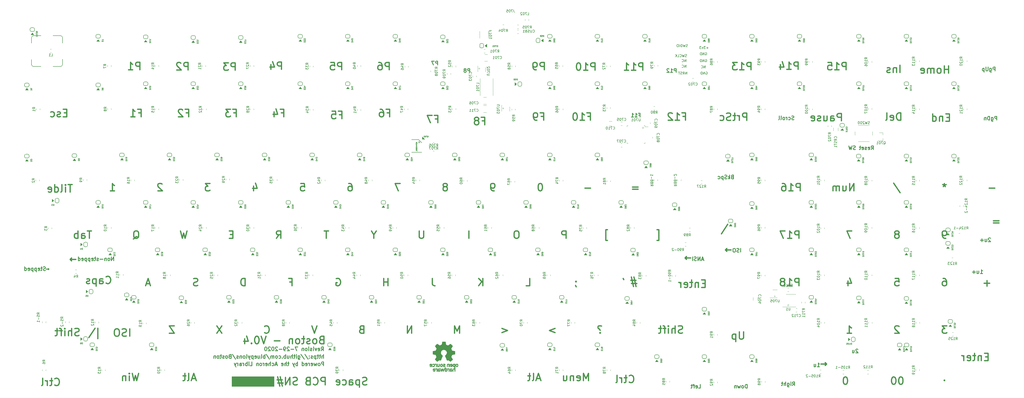
<source format=gbr>
G04 #@! TF.GenerationSoftware,KiCad,Pcbnew,(5.99.0-2195-g476558ece)*
G04 #@! TF.CreationDate,2020-08-03T01:37:16-04:00*
G04 #@! TF.ProjectId,Boston-keyboard-S,426f7374-6f6e-42d6-9b65-79626f617264,rev?*
G04 #@! TF.SameCoordinates,Original*
G04 #@! TF.FileFunction,Legend,Bot*
G04 #@! TF.FilePolarity,Positive*
%FSLAX46Y46*%
G04 Gerber Fmt 4.6, Leading zero omitted, Abs format (unit mm)*
G04 Created by KiCad (PCBNEW (5.99.0-2195-g476558ece)) date 2020-08-03 01:37:16*
%MOMM*%
%LPD*%
G01*
G04 APERTURE LIST*
%ADD10C,0.300000*%
%ADD11C,0.200000*%
%ADD12C,0.500000*%
%ADD13C,0.100000*%
%ADD14C,0.120000*%
%ADD15C,0.150000*%
%ADD16C,0.127000*%
%ADD17C,0.010000*%
G04 APERTURE END LIST*
D10*
X330247500Y8073928D02*
X330747500Y8788214D01*
X331104642Y8073928D02*
X331104642Y9573928D01*
X330533214Y9573928D01*
X330390357Y9502500D01*
X330318928Y9431071D01*
X330247500Y9288214D01*
X330247500Y9073928D01*
X330318928Y8931071D01*
X330390357Y8859642D01*
X330533214Y8788214D01*
X331104642Y8788214D01*
X329033214Y8145357D02*
X329176071Y8073928D01*
X329461785Y8073928D01*
X329604642Y8145357D01*
X329676071Y8288214D01*
X329676071Y8859642D01*
X329604642Y9002500D01*
X329461785Y9073928D01*
X329176071Y9073928D01*
X329033214Y9002500D01*
X328961785Y8859642D01*
X328961785Y8716785D01*
X329676071Y8573928D01*
X328390357Y8145357D02*
X328247500Y8073928D01*
X327961785Y8073928D01*
X327818928Y8145357D01*
X327747500Y8288214D01*
X327747500Y8359642D01*
X327818928Y8502500D01*
X327961785Y8573928D01*
X328176071Y8573928D01*
X328318928Y8645357D01*
X328390357Y8788214D01*
X328390357Y8859642D01*
X328318928Y9002500D01*
X328176071Y9073928D01*
X327961785Y9073928D01*
X327818928Y9002500D01*
X326533214Y8145357D02*
X326676071Y8073928D01*
X326961785Y8073928D01*
X327104642Y8145357D01*
X327176071Y8288214D01*
X327176071Y8859642D01*
X327104642Y9002500D01*
X326961785Y9073928D01*
X326676071Y9073928D01*
X326533214Y9002500D01*
X326461785Y8859642D01*
X326461785Y8716785D01*
X327176071Y8573928D01*
X326033214Y9073928D02*
X325461785Y9073928D01*
X325818928Y9573928D02*
X325818928Y8288214D01*
X325747500Y8145357D01*
X325604642Y8073928D01*
X325461785Y8073928D01*
X323890357Y8145357D02*
X323676071Y8073928D01*
X323318928Y8073928D01*
X323176071Y8145357D01*
X323104642Y8216785D01*
X323033214Y8359642D01*
X323033214Y8502500D01*
X323104642Y8645357D01*
X323176071Y8716785D01*
X323318928Y8788214D01*
X323604642Y8859642D01*
X323747500Y8931071D01*
X323818928Y9002500D01*
X323890357Y9145357D01*
X323890357Y9288214D01*
X323818928Y9431071D01*
X323747500Y9502500D01*
X323604642Y9573928D01*
X323247500Y9573928D01*
X323033214Y9502500D01*
X322533214Y9573928D02*
X322176071Y8073928D01*
X321890357Y9145357D01*
X321604642Y8073928D01*
X321247500Y9573928D01*
D11*
X256035714Y41047619D02*
X256035714Y42047619D01*
X255464285Y41047619D01*
X255464285Y42047619D01*
X254416666Y41142857D02*
X254464285Y41095238D01*
X254607142Y41047619D01*
X254702380Y41047619D01*
X254845238Y41095238D01*
X254940476Y41190476D01*
X254988095Y41285714D01*
X255035714Y41476190D01*
X255035714Y41619047D01*
X254988095Y41809523D01*
X254940476Y41904761D01*
X254845238Y42000000D01*
X254702380Y42047619D01*
X254607142Y42047619D01*
X254464285Y42000000D01*
X254416666Y41952380D01*
X256035714Y43297619D02*
X256035714Y44297619D01*
X255464285Y43297619D01*
X255464285Y44297619D01*
X254416666Y43392857D02*
X254464285Y43345238D01*
X254607142Y43297619D01*
X254702380Y43297619D01*
X254845238Y43345238D01*
X254940476Y43440476D01*
X254988095Y43535714D01*
X255035714Y43726190D01*
X255035714Y43869047D01*
X254988095Y44059523D01*
X254940476Y44154761D01*
X254845238Y44250000D01*
X254702380Y44297619D01*
X254607142Y44297619D01*
X254464285Y44250000D01*
X254416666Y44202380D01*
X256261904Y45345238D02*
X256119047Y45297619D01*
X255880952Y45297619D01*
X255785714Y45345238D01*
X255738095Y45392857D01*
X255690476Y45488095D01*
X255690476Y45583333D01*
X255738095Y45678571D01*
X255785714Y45726190D01*
X255880952Y45773809D01*
X256071428Y45821428D01*
X256166666Y45869047D01*
X256214285Y45916666D01*
X256261904Y46011904D01*
X256261904Y46107142D01*
X256214285Y46202380D01*
X256166666Y46250000D01*
X256071428Y46297619D01*
X255833333Y46297619D01*
X255690476Y46250000D01*
X255357142Y46297619D02*
X255119047Y45297619D01*
X254928571Y46011904D01*
X254738095Y45297619D01*
X254500000Y46297619D01*
X253547619Y45392857D02*
X253595238Y45345238D01*
X253738095Y45297619D01*
X253833333Y45297619D01*
X253976190Y45345238D01*
X254071428Y45440476D01*
X254119047Y45535714D01*
X254166666Y45726190D01*
X254166666Y45869047D01*
X254119047Y46059523D01*
X254071428Y46154761D01*
X253976190Y46250000D01*
X253833333Y46297619D01*
X253738095Y46297619D01*
X253595238Y46250000D01*
X253547619Y46202380D01*
X252642857Y45297619D02*
X253119047Y45297619D01*
X253119047Y46297619D01*
X252309523Y45297619D02*
X252309523Y46297619D01*
X251738095Y45297619D02*
X252166666Y45869047D01*
X251738095Y46297619D02*
X252309523Y45726190D01*
X256619047Y49345238D02*
X256476190Y49297619D01*
X256238095Y49297619D01*
X256142857Y49345238D01*
X256095238Y49392857D01*
X256047619Y49488095D01*
X256047619Y49583333D01*
X256095238Y49678571D01*
X256142857Y49726190D01*
X256238095Y49773809D01*
X256428571Y49821428D01*
X256523809Y49869047D01*
X256571428Y49916666D01*
X256619047Y50011904D01*
X256619047Y50107142D01*
X256571428Y50202380D01*
X256523809Y50250000D01*
X256428571Y50297619D01*
X256190476Y50297619D01*
X256047619Y50250000D01*
X255714285Y50297619D02*
X255476190Y49297619D01*
X255285714Y50011904D01*
X255095238Y49297619D01*
X254857142Y50297619D01*
X254476190Y49297619D02*
X254476190Y50297619D01*
X254238095Y50297619D01*
X254095238Y50250000D01*
X254000000Y50154761D01*
X253952380Y50059523D01*
X253904761Y49869047D01*
X253904761Y49726190D01*
X253952380Y49535714D01*
X254000000Y49440476D01*
X254095238Y49345238D01*
X254238095Y49297619D01*
X254476190Y49297619D01*
X253476190Y49297619D02*
X253476190Y50297619D01*
X252809523Y50297619D02*
X252619047Y50297619D01*
X252523809Y50250000D01*
X252428571Y50154761D01*
X252380952Y49964285D01*
X252380952Y49630952D01*
X252428571Y49440476D01*
X252523809Y49345238D01*
X252619047Y49297619D01*
X252809523Y49297619D01*
X252904761Y49345238D01*
X253000000Y49440476D01*
X253047619Y49630952D01*
X253047619Y49964285D01*
X253000000Y50154761D01*
X252904761Y50250000D01*
X252809523Y50297619D01*
X256392857Y38297619D02*
X256392857Y39297619D01*
X255821428Y38297619D01*
X255821428Y39297619D01*
X254773809Y38297619D02*
X255107142Y38773809D01*
X255345238Y38297619D02*
X255345238Y39297619D01*
X254964285Y39297619D01*
X254869047Y39250000D01*
X254821428Y39202380D01*
X254773809Y39107142D01*
X254773809Y38964285D01*
X254821428Y38869047D01*
X254869047Y38821428D01*
X254964285Y38773809D01*
X255345238Y38773809D01*
X254392857Y38345238D02*
X254250000Y38297619D01*
X254011904Y38297619D01*
X253916666Y38345238D01*
X253869047Y38392857D01*
X253821428Y38488095D01*
X253821428Y38583333D01*
X253869047Y38678571D01*
X253916666Y38726190D01*
X254011904Y38773809D01*
X254202380Y38821428D01*
X254297619Y38869047D01*
X254345238Y38916666D01*
X254392857Y39011904D01*
X254392857Y39107142D01*
X254345238Y39202380D01*
X254297619Y39250000D01*
X254202380Y39297619D01*
X253964285Y39297619D01*
X253821428Y39250000D01*
X253535714Y39297619D02*
X252964285Y39297619D01*
X253250000Y38297619D02*
X253250000Y39297619D01*
X264011904Y39250000D02*
X264107142Y39297619D01*
X264250000Y39297619D01*
X264392857Y39250000D01*
X264488095Y39154761D01*
X264535714Y39059523D01*
X264583333Y38869047D01*
X264583333Y38726190D01*
X264535714Y38535714D01*
X264488095Y38440476D01*
X264392857Y38345238D01*
X264250000Y38297619D01*
X264154761Y38297619D01*
X264011904Y38345238D01*
X263964285Y38392857D01*
X263964285Y38726190D01*
X264154761Y38726190D01*
X263535714Y38297619D02*
X263535714Y39297619D01*
X262964285Y38297619D01*
X262964285Y39297619D01*
X262488095Y38297619D02*
X262488095Y39297619D01*
X262250000Y39297619D01*
X262107142Y39250000D01*
X262011904Y39154761D01*
X261964285Y39059523D01*
X261916666Y38869047D01*
X261916666Y38726190D01*
X261964285Y38535714D01*
X262011904Y38440476D01*
X262107142Y38345238D01*
X262250000Y38297619D01*
X262488095Y38297619D01*
X263785714Y40797619D02*
X263785714Y41797619D01*
X263214285Y40797619D01*
X263214285Y41797619D01*
X262166666Y40892857D02*
X262214285Y40845238D01*
X262357142Y40797619D01*
X262452380Y40797619D01*
X262595238Y40845238D01*
X262690476Y40940476D01*
X262738095Y41035714D01*
X262785714Y41226190D01*
X262785714Y41369047D01*
X262738095Y41559523D01*
X262690476Y41654761D01*
X262595238Y41750000D01*
X262452380Y41797619D01*
X262357142Y41797619D01*
X262214285Y41750000D01*
X262166666Y41702380D01*
X263761904Y44250000D02*
X263857142Y44297619D01*
X264000000Y44297619D01*
X264142857Y44250000D01*
X264238095Y44154761D01*
X264285714Y44059523D01*
X264333333Y43869047D01*
X264333333Y43726190D01*
X264285714Y43535714D01*
X264238095Y43440476D01*
X264142857Y43345238D01*
X264000000Y43297619D01*
X263904761Y43297619D01*
X263761904Y43345238D01*
X263714285Y43392857D01*
X263714285Y43726190D01*
X263904761Y43726190D01*
X263285714Y43297619D02*
X263285714Y44297619D01*
X262714285Y43297619D01*
X262714285Y44297619D01*
X262238095Y43297619D02*
X262238095Y44297619D01*
X262000000Y44297619D01*
X261857142Y44250000D01*
X261761904Y44154761D01*
X261714285Y44059523D01*
X261666666Y43869047D01*
X261666666Y43726190D01*
X261714285Y43535714D01*
X261761904Y43440476D01*
X261857142Y43345238D01*
X262000000Y43297619D01*
X262238095Y43297619D01*
X263761904Y47000000D02*
X263857142Y47047619D01*
X264000000Y47047619D01*
X264142857Y47000000D01*
X264238095Y46904761D01*
X264285714Y46809523D01*
X264333333Y46619047D01*
X264333333Y46476190D01*
X264285714Y46285714D01*
X264238095Y46190476D01*
X264142857Y46095238D01*
X264000000Y46047619D01*
X263904761Y46047619D01*
X263761904Y46095238D01*
X263714285Y46142857D01*
X263714285Y46476190D01*
X263904761Y46476190D01*
X263285714Y46047619D02*
X263285714Y47047619D01*
X262714285Y46047619D01*
X262714285Y47047619D01*
X262238095Y46047619D02*
X262238095Y47047619D01*
X262000000Y47047619D01*
X261857142Y47000000D01*
X261761904Y46904761D01*
X261714285Y46809523D01*
X261666666Y46619047D01*
X261666666Y46476190D01*
X261714285Y46285714D01*
X261761904Y46190476D01*
X261857142Y46095238D01*
X262000000Y46047619D01*
X262238095Y46047619D01*
X264964285Y48928571D02*
X264202380Y48928571D01*
X264583333Y48547619D02*
X264583333Y49309523D01*
X263821428Y49547619D02*
X263202380Y49547619D01*
X263535714Y49166666D01*
X263392857Y49166666D01*
X263297619Y49119047D01*
X263250000Y49071428D01*
X263202380Y48976190D01*
X263202380Y48738095D01*
X263250000Y48642857D01*
X263297619Y48595238D01*
X263392857Y48547619D01*
X263678571Y48547619D01*
X263773809Y48595238D01*
X263821428Y48642857D01*
X262869047Y49214285D02*
X262630952Y48547619D01*
X262392857Y49214285D01*
X262107142Y49547619D02*
X261488095Y49547619D01*
X261821428Y49166666D01*
X261678571Y49166666D01*
X261583333Y49119047D01*
X261535714Y49071428D01*
X261488095Y48976190D01*
X261488095Y48738095D01*
X261535714Y48642857D01*
X261583333Y48595238D01*
X261678571Y48547619D01*
X261964285Y48547619D01*
X262059523Y48595238D01*
X262107142Y48642857D01*
D10*
X109857142Y-72678571D02*
X110357142Y-71964285D01*
X110714285Y-72678571D02*
X110714285Y-71178571D01*
X110142857Y-71178571D01*
X110000000Y-71250000D01*
X109928571Y-71321428D01*
X109857142Y-71464285D01*
X109857142Y-71678571D01*
X109928571Y-71821428D01*
X110000000Y-71892857D01*
X110142857Y-71964285D01*
X110714285Y-71964285D01*
X108642857Y-72607142D02*
X108785714Y-72678571D01*
X109071428Y-72678571D01*
X109214285Y-72607142D01*
X109285714Y-72464285D01*
X109285714Y-71892857D01*
X109214285Y-71750000D01*
X109071428Y-71678571D01*
X108785714Y-71678571D01*
X108642857Y-71750000D01*
X108571428Y-71892857D01*
X108571428Y-72035714D01*
X109285714Y-72178571D01*
X108071428Y-71678571D02*
X107714285Y-72678571D01*
X107357142Y-71678571D01*
X106785714Y-72678571D02*
X106785714Y-71678571D01*
X106785714Y-71178571D02*
X106857142Y-71250000D01*
X106785714Y-71321428D01*
X106714285Y-71250000D01*
X106785714Y-71178571D01*
X106785714Y-71321428D01*
X106142857Y-72607142D02*
X106000000Y-72678571D01*
X105714285Y-72678571D01*
X105571428Y-72607142D01*
X105500000Y-72464285D01*
X105500000Y-72392857D01*
X105571428Y-72250000D01*
X105714285Y-72178571D01*
X105928571Y-72178571D01*
X106071428Y-72107142D01*
X106142857Y-71964285D01*
X106142857Y-71892857D01*
X106071428Y-71750000D01*
X105928571Y-71678571D01*
X105714285Y-71678571D01*
X105571428Y-71750000D01*
X104857142Y-72678571D02*
X104857142Y-71678571D01*
X104857142Y-71178571D02*
X104928571Y-71250000D01*
X104857142Y-71321428D01*
X104785714Y-71250000D01*
X104857142Y-71178571D01*
X104857142Y-71321428D01*
X103928571Y-72678571D02*
X104071428Y-72607142D01*
X104142857Y-72535714D01*
X104214285Y-72392857D01*
X104214285Y-71964285D01*
X104142857Y-71821428D01*
X104071428Y-71750000D01*
X103928571Y-71678571D01*
X103714285Y-71678571D01*
X103571428Y-71750000D01*
X103500000Y-71821428D01*
X103428571Y-71964285D01*
X103428571Y-72392857D01*
X103500000Y-72535714D01*
X103571428Y-72607142D01*
X103714285Y-72678571D01*
X103928571Y-72678571D01*
X102785714Y-71678571D02*
X102785714Y-72678571D01*
X102785714Y-71821428D02*
X102714285Y-71750000D01*
X102571428Y-71678571D01*
X102357142Y-71678571D01*
X102214285Y-71750000D01*
X102142857Y-71892857D01*
X102142857Y-72678571D01*
X100428571Y-71178571D02*
X99428571Y-71178571D01*
X100071428Y-72678571D01*
X98857142Y-72107142D02*
X97714285Y-72107142D01*
X97071428Y-71321428D02*
X97000000Y-71250000D01*
X96857142Y-71178571D01*
X96500000Y-71178571D01*
X96357142Y-71250000D01*
X96285714Y-71321428D01*
X96214285Y-71464285D01*
X96214285Y-71607142D01*
X96285714Y-71821428D01*
X97142857Y-72678571D01*
X96214285Y-72678571D01*
X95500000Y-72678571D02*
X95214285Y-72678571D01*
X95071428Y-72607142D01*
X95000000Y-72535714D01*
X94857142Y-72321428D01*
X94785714Y-72035714D01*
X94785714Y-71464285D01*
X94857142Y-71321428D01*
X94928571Y-71250000D01*
X95071428Y-71178571D01*
X95357142Y-71178571D01*
X95500000Y-71250000D01*
X95571428Y-71321428D01*
X95642857Y-71464285D01*
X95642857Y-71821428D01*
X95571428Y-71964285D01*
X95500000Y-72035714D01*
X95357142Y-72107142D01*
X95071428Y-72107142D01*
X94928571Y-72035714D01*
X94857142Y-71964285D01*
X94785714Y-71821428D01*
X94142857Y-72107142D02*
X93000000Y-72107142D01*
X92357142Y-71321428D02*
X92285714Y-71250000D01*
X92142857Y-71178571D01*
X91785714Y-71178571D01*
X91642857Y-71250000D01*
X91571428Y-71321428D01*
X91500000Y-71464285D01*
X91500000Y-71607142D01*
X91571428Y-71821428D01*
X92428571Y-72678571D01*
X91500000Y-72678571D01*
X90571428Y-71178571D02*
X90428571Y-71178571D01*
X90285714Y-71250000D01*
X90214285Y-71321428D01*
X90142857Y-71464285D01*
X90071428Y-71750000D01*
X90071428Y-72107142D01*
X90142857Y-72392857D01*
X90214285Y-72535714D01*
X90285714Y-72607142D01*
X90428571Y-72678571D01*
X90571428Y-72678571D01*
X90714285Y-72607142D01*
X90785714Y-72535714D01*
X90857142Y-72392857D01*
X90928571Y-72107142D01*
X90928571Y-71750000D01*
X90857142Y-71464285D01*
X90785714Y-71321428D01*
X90714285Y-71250000D01*
X90571428Y-71178571D01*
X89500000Y-71321428D02*
X89428571Y-71250000D01*
X89285714Y-71178571D01*
X88928571Y-71178571D01*
X88785714Y-71250000D01*
X88714285Y-71321428D01*
X88642857Y-71464285D01*
X88642857Y-71607142D01*
X88714285Y-71821428D01*
X89571428Y-72678571D01*
X88642857Y-72678571D01*
X87714285Y-71178571D02*
X87571428Y-71178571D01*
X87428571Y-71250000D01*
X87357142Y-71321428D01*
X87285714Y-71464285D01*
X87214285Y-71750000D01*
X87214285Y-72107142D01*
X87285714Y-72392857D01*
X87357142Y-72535714D01*
X87428571Y-72607142D01*
X87571428Y-72678571D01*
X87714285Y-72678571D01*
X87857142Y-72607142D01*
X87928571Y-72535714D01*
X88000000Y-72392857D01*
X88071428Y-72107142D01*
X88071428Y-71750000D01*
X88000000Y-71464285D01*
X87928571Y-71321428D01*
X87857142Y-71250000D01*
X87714285Y-71178571D01*
D12*
X111428571Y-86357142D02*
X111428571Y-83357142D01*
X110285714Y-83357142D01*
X110000000Y-83500000D01*
X109857142Y-83642857D01*
X109714285Y-83928571D01*
X109714285Y-84357142D01*
X109857142Y-84642857D01*
X110000000Y-84785714D01*
X110285714Y-84928571D01*
X111428571Y-84928571D01*
X106714285Y-86071428D02*
X106857142Y-86214285D01*
X107285714Y-86357142D01*
X107571428Y-86357142D01*
X108000000Y-86214285D01*
X108285714Y-85928571D01*
X108428571Y-85642857D01*
X108571428Y-85071428D01*
X108571428Y-84642857D01*
X108428571Y-84071428D01*
X108285714Y-83785714D01*
X108000000Y-83500000D01*
X107571428Y-83357142D01*
X107285714Y-83357142D01*
X106857142Y-83500000D01*
X106714285Y-83642857D01*
X104428571Y-84785714D02*
X104000000Y-84928571D01*
X103857142Y-85071428D01*
X103714285Y-85357142D01*
X103714285Y-85785714D01*
X103857142Y-86071428D01*
X104000000Y-86214285D01*
X104285714Y-86357142D01*
X105428571Y-86357142D01*
X105428571Y-83357142D01*
X104428571Y-83357142D01*
X104142857Y-83500000D01*
X104000000Y-83642857D01*
X103857142Y-83928571D01*
X103857142Y-84214285D01*
X104000000Y-84500000D01*
X104142857Y-84642857D01*
X104428571Y-84785714D01*
X105428571Y-84785714D01*
X100285714Y-86214285D02*
X99857142Y-86357142D01*
X99142857Y-86357142D01*
X98857142Y-86214285D01*
X98714285Y-86071428D01*
X98571428Y-85785714D01*
X98571428Y-85500000D01*
X98714285Y-85214285D01*
X98857142Y-85071428D01*
X99142857Y-84928571D01*
X99714285Y-84785714D01*
X100000000Y-84642857D01*
X100142857Y-84500000D01*
X100285714Y-84214285D01*
X100285714Y-83928571D01*
X100142857Y-83642857D01*
X100000000Y-83500000D01*
X99714285Y-83357142D01*
X99000000Y-83357142D01*
X98571428Y-83500000D01*
X97285714Y-86357142D02*
X97285714Y-83357142D01*
X95571428Y-86357142D01*
X95571428Y-83357142D01*
X94285714Y-84357142D02*
X92142857Y-84357142D01*
X93428571Y-83071428D02*
X94285714Y-86928571D01*
X92428571Y-85642857D02*
X94571428Y-85642857D01*
X93285714Y-86928571D02*
X92428571Y-83071428D01*
D13*
G36*
X91000000Y-87000000D02*
G01*
X74000000Y-87000000D01*
X74000000Y-83000000D01*
X91000000Y-83000000D01*
X91000000Y-87000000D01*
G37*
X91000000Y-87000000D02*
X74000000Y-87000000D01*
X74000000Y-83000000D01*
X91000000Y-83000000D01*
X91000000Y-87000000D01*
D14*
X183000000Y24600000D02*
G75*
G03*
X183000000Y24600000I-200000J0D01*
G01*
X239082843Y16800000D02*
G75*
G03*
X239082843Y16800000I-282843J0D01*
G01*
X291800000Y-50800000D02*
G75*
G03*
X291800000Y-50800000I-200000J0D01*
G01*
X297282843Y-54400000D02*
G75*
G03*
X297282843Y-54400000I-282843J0D01*
G01*
X173400000Y40600000D02*
G75*
G03*
X173400000Y40600000I-200000J0D01*
G01*
D10*
X378035714Y-27521428D02*
X377964285Y-27450000D01*
X377821428Y-27378571D01*
X377464285Y-27378571D01*
X377321428Y-27450000D01*
X377250000Y-27521428D01*
X377178571Y-27664285D01*
X377178571Y-27807142D01*
X377250000Y-28021428D01*
X378107142Y-28878571D01*
X377178571Y-28878571D01*
X375892857Y-27878571D02*
X375892857Y-28878571D01*
X376535714Y-27878571D02*
X376535714Y-28664285D01*
X376464285Y-28807142D01*
X376321428Y-28878571D01*
X376107142Y-28878571D01*
X375964285Y-28807142D01*
X375892857Y-28735714D01*
X375178571Y-28307142D02*
X374035714Y-28307142D01*
X374607142Y-28878571D02*
X374607142Y-27735714D01*
X373978571Y-41678571D02*
X374835714Y-41678571D01*
X374407142Y-41678571D02*
X374407142Y-40178571D01*
X374550000Y-40392857D01*
X374692857Y-40535714D01*
X374835714Y-40607142D01*
X372692857Y-40678571D02*
X372692857Y-41678571D01*
X373335714Y-40678571D02*
X373335714Y-41464285D01*
X373264285Y-41607142D01*
X373121428Y-41678571D01*
X372907142Y-41678571D01*
X372764285Y-41607142D01*
X372692857Y-41535714D01*
X371978571Y-41107142D02*
X370835714Y-41107142D01*
X371407142Y-41678571D02*
X371407142Y-40535714D01*
D12*
X377742857Y-45614285D02*
X375457142Y-45614285D01*
X376600000Y-46757142D02*
X376600000Y-44471428D01*
D10*
X324907142Y-72121428D02*
X324835714Y-72050000D01*
X324692857Y-71978571D01*
X324335714Y-71978571D01*
X324192857Y-72050000D01*
X324121428Y-72121428D01*
X324050000Y-72264285D01*
X324050000Y-72407142D01*
X324121428Y-72621428D01*
X324978571Y-73478571D01*
X324050000Y-73478571D01*
X322764285Y-72478571D02*
X322764285Y-73478571D01*
X323407142Y-72478571D02*
X323407142Y-73264285D01*
X323335714Y-73407142D01*
X323192857Y-73478571D01*
X322978571Y-73478571D01*
X322835714Y-73407142D01*
X322764285Y-73335714D01*
D12*
X310057142Y-77985714D02*
X312342857Y-77985714D01*
X311771428Y-77414285D02*
X312342857Y-77985714D01*
X311771428Y-78557142D01*
D10*
X308650000Y-79078571D02*
X309507142Y-79078571D01*
X309078571Y-79078571D02*
X309078571Y-77578571D01*
X309221428Y-77792857D01*
X309364285Y-77935714D01*
X309507142Y-78007142D01*
X307364285Y-78078571D02*
X307364285Y-79078571D01*
X308007142Y-78078571D02*
X308007142Y-78864285D01*
X307935714Y-79007142D01*
X307792857Y-79078571D01*
X307578571Y-79078571D01*
X307435714Y-79007142D01*
X307364285Y-78935714D01*
D12*
X257942857Y-35414285D02*
X255657142Y-35414285D01*
X256228571Y-35985714D02*
X255657142Y-35414285D01*
X256228571Y-34842857D01*
D10*
X263014285Y-36050000D02*
X262300000Y-36050000D01*
X263157142Y-36478571D02*
X262657142Y-34978571D01*
X262157142Y-36478571D01*
X261657142Y-36478571D02*
X261657142Y-34978571D01*
X260800000Y-36478571D01*
X260800000Y-34978571D01*
X260157142Y-36407142D02*
X259942857Y-36478571D01*
X259585714Y-36478571D01*
X259442857Y-36407142D01*
X259371428Y-36335714D01*
X259300000Y-36192857D01*
X259300000Y-36050000D01*
X259371428Y-35907142D01*
X259442857Y-35835714D01*
X259585714Y-35764285D01*
X259871428Y-35692857D01*
X260014285Y-35621428D01*
X260085714Y-35550000D01*
X260157142Y-35407142D01*
X260157142Y-35264285D01*
X260085714Y-35121428D01*
X260014285Y-35050000D01*
X259871428Y-34978571D01*
X259514285Y-34978571D01*
X259300000Y-35050000D01*
X258657142Y-36478571D02*
X258657142Y-34978571D01*
D12*
X11542857Y-36014285D02*
X9257142Y-36014285D01*
X9828571Y-36585714D02*
X9257142Y-36014285D01*
X9828571Y-35442857D01*
D10*
X-371428Y-39892857D02*
X771428Y-39892857D01*
X485714Y-39607142D02*
X771428Y-39892857D01*
X485714Y-40178571D01*
D12*
X274142857Y-32214285D02*
X271857142Y-32214285D01*
X272428571Y-32785714D02*
X271857142Y-32214285D01*
X272428571Y-31642857D01*
D10*
X26671428Y-36478571D02*
X26671428Y-34978571D01*
X25814285Y-36478571D01*
X25814285Y-34978571D01*
X24885714Y-36478571D02*
X25028571Y-36407142D01*
X25100000Y-36335714D01*
X25171428Y-36192857D01*
X25171428Y-35764285D01*
X25100000Y-35621428D01*
X25028571Y-35550000D01*
X24885714Y-35478571D01*
X24671428Y-35478571D01*
X24528571Y-35550000D01*
X24457142Y-35621428D01*
X24385714Y-35764285D01*
X24385714Y-36192857D01*
X24457142Y-36335714D01*
X24528571Y-36407142D01*
X24671428Y-36478571D01*
X24885714Y-36478571D01*
X23742857Y-35478571D02*
X23742857Y-36478571D01*
X23742857Y-35621428D02*
X23671428Y-35550000D01*
X23528571Y-35478571D01*
X23314285Y-35478571D01*
X23171428Y-35550000D01*
X23100000Y-35692857D01*
X23100000Y-36478571D01*
X22385714Y-35907142D02*
X21242857Y-35907142D01*
X20600000Y-36407142D02*
X20457142Y-36478571D01*
X20171428Y-36478571D01*
X20028571Y-36407142D01*
X19957142Y-36264285D01*
X19957142Y-36192857D01*
X20028571Y-36050000D01*
X20171428Y-35978571D01*
X20385714Y-35978571D01*
X20528571Y-35907142D01*
X20600000Y-35764285D01*
X20600000Y-35692857D01*
X20528571Y-35550000D01*
X20385714Y-35478571D01*
X20171428Y-35478571D01*
X20028571Y-35550000D01*
X19528571Y-35478571D02*
X18957142Y-35478571D01*
X19314285Y-34978571D02*
X19314285Y-36264285D01*
X19242857Y-36407142D01*
X19100000Y-36478571D01*
X18957142Y-36478571D01*
X17885714Y-36407142D02*
X18028571Y-36478571D01*
X18314285Y-36478571D01*
X18457142Y-36407142D01*
X18528571Y-36264285D01*
X18528571Y-35692857D01*
X18457142Y-35550000D01*
X18314285Y-35478571D01*
X18028571Y-35478571D01*
X17885714Y-35550000D01*
X17814285Y-35692857D01*
X17814285Y-35835714D01*
X18528571Y-35978571D01*
X17171428Y-35478571D02*
X17171428Y-36978571D01*
X17171428Y-35550000D02*
X17028571Y-35478571D01*
X16742857Y-35478571D01*
X16600000Y-35550000D01*
X16528571Y-35621428D01*
X16457142Y-35764285D01*
X16457142Y-36192857D01*
X16528571Y-36335714D01*
X16600000Y-36407142D01*
X16742857Y-36478571D01*
X17028571Y-36478571D01*
X17171428Y-36407142D01*
X15814285Y-35478571D02*
X15814285Y-36978571D01*
X15814285Y-35550000D02*
X15671428Y-35478571D01*
X15385714Y-35478571D01*
X15242857Y-35550000D01*
X15171428Y-35621428D01*
X15100000Y-35764285D01*
X15100000Y-36192857D01*
X15171428Y-36335714D01*
X15242857Y-36407142D01*
X15385714Y-36478571D01*
X15671428Y-36478571D01*
X15814285Y-36407142D01*
X13885714Y-36407142D02*
X14028571Y-36478571D01*
X14314285Y-36478571D01*
X14457142Y-36407142D01*
X14528571Y-36264285D01*
X14528571Y-35692857D01*
X14457142Y-35550000D01*
X14314285Y-35478571D01*
X14028571Y-35478571D01*
X13885714Y-35550000D01*
X13814285Y-35692857D01*
X13814285Y-35835714D01*
X14528571Y-35978571D01*
X12528571Y-36478571D02*
X12528571Y-34978571D01*
X12528571Y-36407142D02*
X12671428Y-36478571D01*
X12957142Y-36478571D01*
X13100000Y-36407142D01*
X13171428Y-36335714D01*
X13242857Y-36192857D01*
X13242857Y-35764285D01*
X13171428Y-35621428D01*
X13100000Y-35550000D01*
X12957142Y-35478571D01*
X12671428Y-35478571D01*
X12528571Y-35550000D01*
X-628571Y-40407142D02*
X-842857Y-40478571D01*
X-1200000Y-40478571D01*
X-1342857Y-40407142D01*
X-1414285Y-40335714D01*
X-1485714Y-40192857D01*
X-1485714Y-40050000D01*
X-1414285Y-39907142D01*
X-1342857Y-39835714D01*
X-1200000Y-39764285D01*
X-914285Y-39692857D01*
X-771428Y-39621428D01*
X-700000Y-39550000D01*
X-628571Y-39407142D01*
X-628571Y-39264285D01*
X-700000Y-39121428D01*
X-771428Y-39050000D01*
X-914285Y-38978571D01*
X-1271428Y-38978571D01*
X-1485714Y-39050000D01*
X-1914285Y-39478571D02*
X-2485714Y-39478571D01*
X-2128571Y-38978571D02*
X-2128571Y-40264285D01*
X-2200000Y-40407142D01*
X-2342857Y-40478571D01*
X-2485714Y-40478571D01*
X-3557142Y-40407142D02*
X-3414285Y-40478571D01*
X-3128571Y-40478571D01*
X-2985714Y-40407142D01*
X-2914285Y-40264285D01*
X-2914285Y-39692857D01*
X-2985714Y-39550000D01*
X-3128571Y-39478571D01*
X-3414285Y-39478571D01*
X-3557142Y-39550000D01*
X-3628571Y-39692857D01*
X-3628571Y-39835714D01*
X-2914285Y-39978571D01*
X-4271428Y-39478571D02*
X-4271428Y-40978571D01*
X-4271428Y-39550000D02*
X-4414285Y-39478571D01*
X-4700000Y-39478571D01*
X-4842857Y-39550000D01*
X-4914285Y-39621428D01*
X-4985714Y-39764285D01*
X-4985714Y-40192857D01*
X-4914285Y-40335714D01*
X-4842857Y-40407142D01*
X-4700000Y-40478571D01*
X-4414285Y-40478571D01*
X-4271428Y-40407142D01*
X-5628571Y-39478571D02*
X-5628571Y-40978571D01*
X-5628571Y-39550000D02*
X-5771428Y-39478571D01*
X-6057142Y-39478571D01*
X-6200000Y-39550000D01*
X-6271428Y-39621428D01*
X-6342857Y-39764285D01*
X-6342857Y-40192857D01*
X-6271428Y-40335714D01*
X-6200000Y-40407142D01*
X-6057142Y-40478571D01*
X-5771428Y-40478571D01*
X-5628571Y-40407142D01*
X-7557142Y-40407142D02*
X-7414285Y-40478571D01*
X-7128571Y-40478571D01*
X-6985714Y-40407142D01*
X-6914285Y-40264285D01*
X-6914285Y-39692857D01*
X-6985714Y-39550000D01*
X-7128571Y-39478571D01*
X-7414285Y-39478571D01*
X-7557142Y-39550000D01*
X-7628571Y-39692857D01*
X-7628571Y-39835714D01*
X-6914285Y-39978571D01*
X-8914285Y-40478571D02*
X-8914285Y-38978571D01*
X-8914285Y-40407142D02*
X-8771428Y-40478571D01*
X-8485714Y-40478571D01*
X-8342857Y-40407142D01*
X-8271428Y-40335714D01*
X-8199999Y-40192857D01*
X-8199999Y-39764285D01*
X-8271428Y-39621428D01*
X-8342857Y-39550000D01*
X-8485714Y-39478571D01*
X-8771428Y-39478571D01*
X-8914285Y-39550000D01*
D12*
X377071428Y-75085714D02*
X376071428Y-75085714D01*
X375642857Y-76657142D02*
X377071428Y-76657142D01*
X377071428Y-73657142D01*
X375642857Y-73657142D01*
X374357142Y-74657142D02*
X374357142Y-76657142D01*
X374357142Y-74942857D02*
X374214285Y-74800000D01*
X373928571Y-74657142D01*
X373500000Y-74657142D01*
X373214285Y-74800000D01*
X373071428Y-75085714D01*
X373071428Y-76657142D01*
X372071428Y-74657142D02*
X370928571Y-74657142D01*
X371642857Y-73657142D02*
X371642857Y-76228571D01*
X371500000Y-76514285D01*
X371214285Y-76657142D01*
X370928571Y-76657142D01*
X368785714Y-76514285D02*
X369071428Y-76657142D01*
X369642857Y-76657142D01*
X369928571Y-76514285D01*
X370071428Y-76228571D01*
X370071428Y-75085714D01*
X369928571Y-74800000D01*
X369642857Y-74657142D01*
X369071428Y-74657142D01*
X368785714Y-74800000D01*
X368642857Y-75085714D01*
X368642857Y-75371428D01*
X370071428Y-75657142D01*
X367357142Y-76657142D02*
X367357142Y-74657142D01*
X367357142Y-75228571D02*
X367214285Y-74942857D01*
X367071428Y-74800000D01*
X366785714Y-74657142D01*
X366500000Y-74657142D01*
D10*
X110821428Y-78678571D02*
X110821428Y-77178571D01*
X110250000Y-77178571D01*
X110107142Y-77250000D01*
X110035714Y-77321428D01*
X109964285Y-77464285D01*
X109964285Y-77678571D01*
X110035714Y-77821428D01*
X110107142Y-77892857D01*
X110250000Y-77964285D01*
X110821428Y-77964285D01*
X109107142Y-78678571D02*
X109250000Y-78607142D01*
X109321428Y-78535714D01*
X109392857Y-78392857D01*
X109392857Y-77964285D01*
X109321428Y-77821428D01*
X109250000Y-77750000D01*
X109107142Y-77678571D01*
X108892857Y-77678571D01*
X108750000Y-77750000D01*
X108678571Y-77821428D01*
X108607142Y-77964285D01*
X108607142Y-78392857D01*
X108678571Y-78535714D01*
X108750000Y-78607142D01*
X108892857Y-78678571D01*
X109107142Y-78678571D01*
X108107142Y-77678571D02*
X107821428Y-78678571D01*
X107535714Y-77964285D01*
X107250000Y-78678571D01*
X106964285Y-77678571D01*
X105821428Y-78607142D02*
X105964285Y-78678571D01*
X106250000Y-78678571D01*
X106392857Y-78607142D01*
X106464285Y-78464285D01*
X106464285Y-77892857D01*
X106392857Y-77750000D01*
X106250000Y-77678571D01*
X105964285Y-77678571D01*
X105821428Y-77750000D01*
X105750000Y-77892857D01*
X105750000Y-78035714D01*
X106464285Y-78178571D01*
X105107142Y-78678571D02*
X105107142Y-77678571D01*
X105107142Y-77964285D02*
X105035714Y-77821428D01*
X104964285Y-77750000D01*
X104821428Y-77678571D01*
X104678571Y-77678571D01*
X103607142Y-78607142D02*
X103750000Y-78678571D01*
X104035714Y-78678571D01*
X104178571Y-78607142D01*
X104250000Y-78464285D01*
X104250000Y-77892857D01*
X104178571Y-77750000D01*
X104035714Y-77678571D01*
X103750000Y-77678571D01*
X103607142Y-77750000D01*
X103535714Y-77892857D01*
X103535714Y-78035714D01*
X104250000Y-78178571D01*
X102250000Y-78678571D02*
X102250000Y-77178571D01*
X102250000Y-78607142D02*
X102392857Y-78678571D01*
X102678571Y-78678571D01*
X102821428Y-78607142D01*
X102892857Y-78535714D01*
X102964285Y-78392857D01*
X102964285Y-77964285D01*
X102892857Y-77821428D01*
X102821428Y-77750000D01*
X102678571Y-77678571D01*
X102392857Y-77678571D01*
X102250000Y-77750000D01*
X100392857Y-78678571D02*
X100392857Y-77178571D01*
X100392857Y-77750000D02*
X100250000Y-77678571D01*
X99964285Y-77678571D01*
X99821428Y-77750000D01*
X99750000Y-77821428D01*
X99678571Y-77964285D01*
X99678571Y-78392857D01*
X99750000Y-78535714D01*
X99821428Y-78607142D01*
X99964285Y-78678571D01*
X100250000Y-78678571D01*
X100392857Y-78607142D01*
X99178571Y-77678571D02*
X98821428Y-78678571D01*
X98464285Y-77678571D02*
X98821428Y-78678571D01*
X98964285Y-79035714D01*
X99035714Y-79107142D01*
X99178571Y-79178571D01*
X96964285Y-77678571D02*
X96392857Y-77678571D01*
X96750000Y-77178571D02*
X96750000Y-78464285D01*
X96678571Y-78607142D01*
X96535714Y-78678571D01*
X96392857Y-78678571D01*
X95892857Y-78678571D02*
X95892857Y-77178571D01*
X95250000Y-78678571D02*
X95250000Y-77892857D01*
X95321428Y-77750000D01*
X95464285Y-77678571D01*
X95678571Y-77678571D01*
X95821428Y-77750000D01*
X95892857Y-77821428D01*
X93964285Y-78607142D02*
X94107142Y-78678571D01*
X94392857Y-78678571D01*
X94535714Y-78607142D01*
X94607142Y-78464285D01*
X94607142Y-77892857D01*
X94535714Y-77750000D01*
X94392857Y-77678571D01*
X94107142Y-77678571D01*
X93964285Y-77750000D01*
X93892857Y-77892857D01*
X93892857Y-78035714D01*
X94607142Y-78178571D01*
X92178571Y-78250000D02*
X91464285Y-78250000D01*
X92321428Y-78678571D02*
X91821428Y-77178571D01*
X91321428Y-78678571D01*
X90178571Y-78607142D02*
X90321428Y-78678571D01*
X90607142Y-78678571D01*
X90750000Y-78607142D01*
X90821428Y-78535714D01*
X90892857Y-78392857D01*
X90892857Y-77964285D01*
X90821428Y-77821428D01*
X90750000Y-77750000D01*
X90607142Y-77678571D01*
X90321428Y-77678571D01*
X90178571Y-77750000D01*
X89535714Y-78678571D02*
X89535714Y-77178571D01*
X88892857Y-78678571D02*
X88892857Y-77892857D01*
X88964285Y-77750000D01*
X89107142Y-77678571D01*
X89321428Y-77678571D01*
X89464285Y-77750000D01*
X89535714Y-77821428D01*
X87607142Y-78607142D02*
X87750000Y-78678571D01*
X88035714Y-78678571D01*
X88178571Y-78607142D01*
X88250000Y-78464285D01*
X88250000Y-77892857D01*
X88178571Y-77750000D01*
X88035714Y-77678571D01*
X87750000Y-77678571D01*
X87607142Y-77750000D01*
X87535714Y-77892857D01*
X87535714Y-78035714D01*
X88250000Y-78178571D01*
X86892857Y-78678571D02*
X86892857Y-77678571D01*
X86892857Y-77964285D02*
X86821428Y-77821428D01*
X86750000Y-77750000D01*
X86607142Y-77678571D01*
X86464285Y-77678571D01*
X85750000Y-78678571D02*
X85892857Y-78607142D01*
X85964285Y-78535714D01*
X86035714Y-78392857D01*
X86035714Y-77964285D01*
X85964285Y-77821428D01*
X85892857Y-77750000D01*
X85750000Y-77678571D01*
X85535714Y-77678571D01*
X85392857Y-77750000D01*
X85321428Y-77821428D01*
X85250000Y-77964285D01*
X85250000Y-78392857D01*
X85321428Y-78535714D01*
X85392857Y-78607142D01*
X85535714Y-78678571D01*
X85750000Y-78678571D01*
X84607142Y-77678571D02*
X84607142Y-78678571D01*
X84607142Y-77821428D02*
X84535714Y-77750000D01*
X84392857Y-77678571D01*
X84178571Y-77678571D01*
X84035714Y-77750000D01*
X83964285Y-77892857D01*
X83964285Y-78678571D01*
X81392857Y-78678571D02*
X82107142Y-78678571D01*
X82107142Y-77178571D01*
X80892857Y-78678571D02*
X80892857Y-77678571D01*
X80892857Y-77178571D02*
X80964285Y-77250000D01*
X80892857Y-77321428D01*
X80821428Y-77250000D01*
X80892857Y-77178571D01*
X80892857Y-77321428D01*
X80178571Y-78678571D02*
X80178571Y-77178571D01*
X80178571Y-77750000D02*
X80035714Y-77678571D01*
X79750000Y-77678571D01*
X79607142Y-77750000D01*
X79535714Y-77821428D01*
X79464285Y-77964285D01*
X79464285Y-78392857D01*
X79535714Y-78535714D01*
X79607142Y-78607142D01*
X79750000Y-78678571D01*
X80035714Y-78678571D01*
X80178571Y-78607142D01*
X78821428Y-78678571D02*
X78821428Y-77678571D01*
X78821428Y-77964285D02*
X78750000Y-77821428D01*
X78678571Y-77750000D01*
X78535714Y-77678571D01*
X78392857Y-77678571D01*
X77250000Y-78678571D02*
X77250000Y-77892857D01*
X77321428Y-77750000D01*
X77464285Y-77678571D01*
X77750000Y-77678571D01*
X77892857Y-77750000D01*
X77250000Y-78607142D02*
X77392857Y-78678571D01*
X77750000Y-78678571D01*
X77892857Y-78607142D01*
X77964285Y-78464285D01*
X77964285Y-78321428D01*
X77892857Y-78178571D01*
X77750000Y-78107142D01*
X77392857Y-78107142D01*
X77250000Y-78035714D01*
X76535714Y-78678571D02*
X76535714Y-77678571D01*
X76535714Y-77964285D02*
X76464285Y-77821428D01*
X76392857Y-77750000D01*
X76250000Y-77678571D01*
X76107142Y-77678571D01*
X75750000Y-77678571D02*
X75392857Y-78678571D01*
X75035714Y-77678571D02*
X75392857Y-78678571D01*
X75535714Y-79035714D01*
X75607142Y-79107142D01*
X75750000Y-79178571D01*
D12*
X117150000Y22064285D02*
X118150000Y22064285D01*
X118150000Y20492857D02*
X118150000Y23492857D01*
X116721428Y23492857D01*
X114150000Y23492857D02*
X115578571Y23492857D01*
X115721428Y22064285D01*
X115578571Y22207142D01*
X115292857Y22350000D01*
X114578571Y22350000D01*
X114292857Y22207142D01*
X114150000Y22064285D01*
X114007142Y21778571D01*
X114007142Y21064285D01*
X114150000Y20778571D01*
X114292857Y20635714D01*
X114578571Y20492857D01*
X115292857Y20492857D01*
X115578571Y20635714D01*
X115721428Y20778571D01*
X136300000Y22814285D02*
X137300000Y22814285D01*
X137300000Y21242857D02*
X137300000Y24242857D01*
X135871428Y24242857D01*
X133442857Y24242857D02*
X134014285Y24242857D01*
X134300000Y24100000D01*
X134442857Y23957142D01*
X134728571Y23528571D01*
X134871428Y22957142D01*
X134871428Y21814285D01*
X134728571Y21528571D01*
X134585714Y21385714D01*
X134300000Y21242857D01*
X133728571Y21242857D01*
X133442857Y21385714D01*
X133300000Y21528571D01*
X133157142Y21814285D01*
X133157142Y22528571D01*
X133300000Y22814285D01*
X133442857Y22957142D01*
X133728571Y23100000D01*
X134300000Y23100000D01*
X134585714Y22957142D01*
X134728571Y22814285D01*
X134871428Y22528571D01*
D10*
X110764285Y-75678571D02*
X110764285Y-74178571D01*
X110121428Y-75678571D02*
X110121428Y-74892857D01*
X110192857Y-74750000D01*
X110335714Y-74678571D01*
X110550000Y-74678571D01*
X110692857Y-74750000D01*
X110764285Y-74821428D01*
X109621428Y-74678571D02*
X109050000Y-74678571D01*
X109407142Y-74178571D02*
X109407142Y-75464285D01*
X109335714Y-75607142D01*
X109192857Y-75678571D01*
X109050000Y-75678571D01*
X108764285Y-74678571D02*
X108192857Y-74678571D01*
X108550000Y-74178571D02*
X108550000Y-75464285D01*
X108478571Y-75607142D01*
X108335714Y-75678571D01*
X108192857Y-75678571D01*
X107692857Y-74678571D02*
X107692857Y-76178571D01*
X107692857Y-74750000D02*
X107550000Y-74678571D01*
X107264285Y-74678571D01*
X107121428Y-74750000D01*
X107050000Y-74821428D01*
X106978571Y-74964285D01*
X106978571Y-75392857D01*
X107050000Y-75535714D01*
X107121428Y-75607142D01*
X107264285Y-75678571D01*
X107550000Y-75678571D01*
X107692857Y-75607142D01*
X106407142Y-75607142D02*
X106264285Y-75678571D01*
X105978571Y-75678571D01*
X105835714Y-75607142D01*
X105764285Y-75464285D01*
X105764285Y-75392857D01*
X105835714Y-75250000D01*
X105978571Y-75178571D01*
X106192857Y-75178571D01*
X106335714Y-75107142D01*
X106407142Y-74964285D01*
X106407142Y-74892857D01*
X106335714Y-74750000D01*
X106192857Y-74678571D01*
X105978571Y-74678571D01*
X105835714Y-74750000D01*
X105121428Y-75535714D02*
X105050000Y-75607142D01*
X105121428Y-75678571D01*
X105192857Y-75607142D01*
X105121428Y-75535714D01*
X105121428Y-75678571D01*
X105121428Y-74750000D02*
X105050000Y-74821428D01*
X105121428Y-74892857D01*
X105192857Y-74821428D01*
X105121428Y-74750000D01*
X105121428Y-74892857D01*
X103335714Y-74107142D02*
X104621428Y-76035714D01*
X101764285Y-74107142D02*
X103050000Y-76035714D01*
X100621428Y-74678571D02*
X100621428Y-75892857D01*
X100692857Y-76035714D01*
X100764285Y-76107142D01*
X100907142Y-76178571D01*
X101121428Y-76178571D01*
X101264285Y-76107142D01*
X100621428Y-75607142D02*
X100764285Y-75678571D01*
X101049999Y-75678571D01*
X101192857Y-75607142D01*
X101264285Y-75535714D01*
X101335714Y-75392857D01*
X101335714Y-74964285D01*
X101264285Y-74821428D01*
X101192857Y-74750000D01*
X101049999Y-74678571D01*
X100764285Y-74678571D01*
X100621428Y-74750000D01*
X99907142Y-75678571D02*
X99907142Y-74678571D01*
X99907142Y-74178571D02*
X99978571Y-74250000D01*
X99907142Y-74321428D01*
X99835714Y-74250000D01*
X99907142Y-74178571D01*
X99907142Y-74321428D01*
X99407142Y-74678571D02*
X98835714Y-74678571D01*
X99192857Y-74178571D02*
X99192857Y-75464285D01*
X99121428Y-75607142D01*
X98978571Y-75678571D01*
X98835714Y-75678571D01*
X98335714Y-75678571D02*
X98335714Y-74178571D01*
X97692857Y-75678571D02*
X97692857Y-74892857D01*
X97764285Y-74750000D01*
X97907142Y-74678571D01*
X98121428Y-74678571D01*
X98264285Y-74750000D01*
X98335714Y-74821428D01*
X96335714Y-74678571D02*
X96335714Y-75678571D01*
X96978571Y-74678571D02*
X96978571Y-75464285D01*
X96907142Y-75607142D01*
X96764285Y-75678571D01*
X96549999Y-75678571D01*
X96407142Y-75607142D01*
X96335714Y-75535714D01*
X95621428Y-75678571D02*
X95621428Y-74178571D01*
X95621428Y-74750000D02*
X95478571Y-74678571D01*
X95192857Y-74678571D01*
X95049999Y-74750000D01*
X94978571Y-74821428D01*
X94907142Y-74964285D01*
X94907142Y-75392857D01*
X94978571Y-75535714D01*
X95049999Y-75607142D01*
X95192857Y-75678571D01*
X95478571Y-75678571D01*
X95621428Y-75607142D01*
X94264285Y-75535714D02*
X94192857Y-75607142D01*
X94264285Y-75678571D01*
X94335714Y-75607142D01*
X94264285Y-75535714D01*
X94264285Y-75678571D01*
X92907142Y-75607142D02*
X93049999Y-75678571D01*
X93335714Y-75678571D01*
X93478571Y-75607142D01*
X93549999Y-75535714D01*
X93621428Y-75392857D01*
X93621428Y-74964285D01*
X93549999Y-74821428D01*
X93478571Y-74750000D01*
X93335714Y-74678571D01*
X93049999Y-74678571D01*
X92907142Y-74750000D01*
X92049999Y-75678571D02*
X92192857Y-75607142D01*
X92264285Y-75535714D01*
X92335714Y-75392857D01*
X92335714Y-74964285D01*
X92264285Y-74821428D01*
X92192857Y-74750000D01*
X92049999Y-74678571D01*
X91835714Y-74678571D01*
X91692857Y-74750000D01*
X91621428Y-74821428D01*
X91549999Y-74964285D01*
X91549999Y-75392857D01*
X91621428Y-75535714D01*
X91692857Y-75607142D01*
X91835714Y-75678571D01*
X92049999Y-75678571D01*
X90907142Y-75678571D02*
X90907142Y-74678571D01*
X90907142Y-74821428D02*
X90835714Y-74750000D01*
X90692857Y-74678571D01*
X90478571Y-74678571D01*
X90335714Y-74750000D01*
X90264285Y-74892857D01*
X90264285Y-75678571D01*
X90264285Y-74892857D02*
X90192857Y-74750000D01*
X90049999Y-74678571D01*
X89835714Y-74678571D01*
X89692857Y-74750000D01*
X89621428Y-74892857D01*
X89621428Y-75678571D01*
X87835714Y-74107142D02*
X89121428Y-76035714D01*
X87335714Y-75678571D02*
X87335714Y-74178571D01*
X87335714Y-74750000D02*
X87192857Y-74678571D01*
X86907142Y-74678571D01*
X86764285Y-74750000D01*
X86692857Y-74821428D01*
X86621428Y-74964285D01*
X86621428Y-75392857D01*
X86692857Y-75535714D01*
X86764285Y-75607142D01*
X86907142Y-75678571D01*
X87192857Y-75678571D01*
X87335714Y-75607142D01*
X85764285Y-75678571D02*
X85907142Y-75607142D01*
X85978571Y-75464285D01*
X85978571Y-74178571D01*
X84549999Y-74678571D02*
X84549999Y-75678571D01*
X85192857Y-74678571D02*
X85192857Y-75464285D01*
X85121428Y-75607142D01*
X84978571Y-75678571D01*
X84764285Y-75678571D01*
X84621428Y-75607142D01*
X84549999Y-75535714D01*
X83264285Y-75607142D02*
X83407142Y-75678571D01*
X83692857Y-75678571D01*
X83835714Y-75607142D01*
X83907142Y-75464285D01*
X83907142Y-74892857D01*
X83835714Y-74750000D01*
X83692857Y-74678571D01*
X83407142Y-74678571D01*
X83264285Y-74750000D01*
X83192857Y-74892857D01*
X83192857Y-75035714D01*
X83907142Y-75178571D01*
X82549999Y-74678571D02*
X82549999Y-76178571D01*
X82549999Y-74750000D02*
X82407142Y-74678571D01*
X82121428Y-74678571D01*
X81978571Y-74750000D01*
X81907142Y-74821428D01*
X81835714Y-74964285D01*
X81835714Y-75392857D01*
X81907142Y-75535714D01*
X81978571Y-75607142D01*
X82121428Y-75678571D01*
X82407142Y-75678571D01*
X82549999Y-75607142D01*
X81335714Y-74678571D02*
X80978571Y-75678571D01*
X80621428Y-74678571D02*
X80978571Y-75678571D01*
X81121428Y-76035714D01*
X81192857Y-76107142D01*
X81335714Y-76178571D01*
X79835714Y-75678571D02*
X79978571Y-75607142D01*
X80049999Y-75464285D01*
X80049999Y-74178571D01*
X79049999Y-75678571D02*
X79192857Y-75607142D01*
X79264285Y-75535714D01*
X79335714Y-75392857D01*
X79335714Y-74964285D01*
X79264285Y-74821428D01*
X79192857Y-74750000D01*
X79049999Y-74678571D01*
X78835714Y-74678571D01*
X78692857Y-74750000D01*
X78621428Y-74821428D01*
X78549999Y-74964285D01*
X78549999Y-75392857D01*
X78621428Y-75535714D01*
X78692857Y-75607142D01*
X78835714Y-75678571D01*
X79049999Y-75678571D01*
X77907142Y-74678571D02*
X77907142Y-75678571D01*
X77907142Y-74821428D02*
X77835714Y-74750000D01*
X77692857Y-74678571D01*
X77478571Y-74678571D01*
X77335714Y-74750000D01*
X77264285Y-74892857D01*
X77264285Y-75678571D01*
X76621428Y-75607142D02*
X76478571Y-75678571D01*
X76192857Y-75678571D01*
X76049999Y-75607142D01*
X75978571Y-75464285D01*
X75978571Y-75392857D01*
X76049999Y-75250000D01*
X76192857Y-75178571D01*
X76407142Y-75178571D01*
X76549999Y-75107142D01*
X76621428Y-74964285D01*
X76621428Y-74892857D01*
X76549999Y-74750000D01*
X76407142Y-74678571D01*
X76192857Y-74678571D01*
X76049999Y-74750000D01*
X74264285Y-74107142D02*
X75549999Y-76035714D01*
X73264285Y-74892857D02*
X73049999Y-74964285D01*
X72978571Y-75035714D01*
X72907142Y-75178571D01*
X72907142Y-75392857D01*
X72978571Y-75535714D01*
X73049999Y-75607142D01*
X73192857Y-75678571D01*
X73764285Y-75678571D01*
X73764285Y-74178571D01*
X73264285Y-74178571D01*
X73121428Y-74250000D01*
X73049999Y-74321428D01*
X72978571Y-74464285D01*
X72978571Y-74607142D01*
X73049999Y-74750000D01*
X73121428Y-74821428D01*
X73264285Y-74892857D01*
X73764285Y-74892857D01*
X72049999Y-75678571D02*
X72192857Y-75607142D01*
X72264285Y-75535714D01*
X72335714Y-75392857D01*
X72335714Y-74964285D01*
X72264285Y-74821428D01*
X72192857Y-74750000D01*
X72049999Y-74678571D01*
X71835714Y-74678571D01*
X71692857Y-74750000D01*
X71621428Y-74821428D01*
X71549999Y-74964285D01*
X71549999Y-75392857D01*
X71621428Y-75535714D01*
X71692857Y-75607142D01*
X71835714Y-75678571D01*
X72049999Y-75678571D01*
X70978571Y-75607142D02*
X70835714Y-75678571D01*
X70549999Y-75678571D01*
X70407142Y-75607142D01*
X70335714Y-75464285D01*
X70335714Y-75392857D01*
X70407142Y-75250000D01*
X70549999Y-75178571D01*
X70764285Y-75178571D01*
X70907142Y-75107142D01*
X70978571Y-74964285D01*
X70978571Y-74892857D01*
X70907142Y-74750000D01*
X70764285Y-74678571D01*
X70549999Y-74678571D01*
X70407142Y-74750000D01*
X69907142Y-74678571D02*
X69335714Y-74678571D01*
X69692857Y-74178571D02*
X69692857Y-75464285D01*
X69621428Y-75607142D01*
X69478571Y-75678571D01*
X69335714Y-75678571D01*
X68621428Y-75678571D02*
X68764285Y-75607142D01*
X68835714Y-75535714D01*
X68907142Y-75392857D01*
X68907142Y-74964285D01*
X68835714Y-74821428D01*
X68764285Y-74750000D01*
X68621428Y-74678571D01*
X68407142Y-74678571D01*
X68264285Y-74750000D01*
X68192857Y-74821428D01*
X68121428Y-74964285D01*
X68121428Y-75392857D01*
X68192857Y-75535714D01*
X68264285Y-75607142D01*
X68407142Y-75678571D01*
X68621428Y-75678571D01*
X67478571Y-74678571D02*
X67478571Y-75678571D01*
X67478571Y-74821428D02*
X67407142Y-74750000D01*
X67264285Y-74678571D01*
X67049999Y-74678571D01*
X66907142Y-74750000D01*
X66835714Y-74892857D01*
X66835714Y-75678571D01*
D12*
X381442857Y-20485714D02*
X379157142Y-20485714D01*
X379157142Y-21342857D02*
X381442857Y-21342857D01*
X320190357Y40076607D02*
X320190357Y43076607D01*
X319047500Y43076607D01*
X318761785Y42933750D01*
X318618928Y42790892D01*
X318476071Y42505178D01*
X318476071Y42076607D01*
X318618928Y41790892D01*
X318761785Y41648035D01*
X319047500Y41505178D01*
X320190357Y41505178D01*
X315618928Y40076607D02*
X317333214Y40076607D01*
X316476071Y40076607D02*
X316476071Y43076607D01*
X316761785Y42648035D01*
X317047500Y42362321D01*
X317333214Y42219464D01*
X312904642Y43076607D02*
X314333214Y43076607D01*
X314476071Y41648035D01*
X314333214Y41790892D01*
X314047500Y41933750D01*
X313333214Y41933750D01*
X313047500Y41790892D01*
X312904642Y41648035D01*
X312761785Y41362321D01*
X312761785Y40648035D01*
X312904642Y40362321D01*
X313047500Y40219464D01*
X313333214Y40076607D01*
X314047500Y40076607D01*
X314333214Y40219464D01*
X314476071Y40362321D01*
X300981607Y40235357D02*
X300981607Y43235357D01*
X299838750Y43235357D01*
X299553035Y43092500D01*
X299410178Y42949642D01*
X299267321Y42663928D01*
X299267321Y42235357D01*
X299410178Y41949642D01*
X299553035Y41806785D01*
X299838750Y41663928D01*
X300981607Y41663928D01*
X296410178Y40235357D02*
X298124464Y40235357D01*
X297267321Y40235357D02*
X297267321Y43235357D01*
X297553035Y42806785D01*
X297838750Y42521071D01*
X298124464Y42378214D01*
X293838750Y42235357D02*
X293838750Y40235357D01*
X294553035Y43378214D02*
X295267321Y41235357D01*
X293410178Y41235357D01*
X282090357Y40076607D02*
X282090357Y43076607D01*
X280947500Y43076607D01*
X280661785Y42933750D01*
X280518928Y42790892D01*
X280376071Y42505178D01*
X280376071Y42076607D01*
X280518928Y41790892D01*
X280661785Y41648035D01*
X280947500Y41505178D01*
X282090357Y41505178D01*
X277518928Y40076607D02*
X279233214Y40076607D01*
X278376071Y40076607D02*
X278376071Y43076607D01*
X278661785Y42648035D01*
X278947500Y42362321D01*
X279233214Y42219464D01*
X276518928Y43076607D02*
X274661785Y43076607D01*
X275661785Y41933750D01*
X275233214Y41933750D01*
X274947500Y41790892D01*
X274804642Y41648035D01*
X274661785Y41362321D01*
X274661785Y40648035D01*
X274804642Y40362321D01*
X274947500Y40219464D01*
X275233214Y40076607D01*
X276090357Y40076607D01*
X276376071Y40219464D01*
X276518928Y40362321D01*
D10*
X252071428Y39071428D02*
X252071428Y40571428D01*
X251500000Y40571428D01*
X251357142Y40500000D01*
X251285714Y40428571D01*
X251214285Y40285714D01*
X251214285Y40071428D01*
X251285714Y39928571D01*
X251357142Y39857142D01*
X251500000Y39785714D01*
X252071428Y39785714D01*
X249785714Y39071428D02*
X250642857Y39071428D01*
X250214285Y39071428D02*
X250214285Y40571428D01*
X250357142Y40357142D01*
X250500000Y40214285D01*
X250642857Y40142857D01*
X249214285Y40428571D02*
X249142857Y40500000D01*
X249000000Y40571428D01*
X248642857Y40571428D01*
X248500000Y40500000D01*
X248428571Y40428571D01*
X248357142Y40285714D01*
X248357142Y40142857D01*
X248428571Y39928571D01*
X249285714Y39071428D01*
X248357142Y39071428D01*
X169354642Y39073928D02*
X169354642Y40573928D01*
X168783214Y40573928D01*
X168640357Y40502500D01*
X168568928Y40431071D01*
X168497500Y40288214D01*
X168497500Y40073928D01*
X168568928Y39931071D01*
X168640357Y39859642D01*
X168783214Y39788214D01*
X169354642Y39788214D01*
X167640357Y39931071D02*
X167783214Y40002500D01*
X167854642Y40073928D01*
X167926071Y40216785D01*
X167926071Y40288214D01*
X167854642Y40431071D01*
X167783214Y40502500D01*
X167640357Y40573928D01*
X167354642Y40573928D01*
X167211785Y40502500D01*
X167140357Y40431071D01*
X167068928Y40288214D01*
X167068928Y40216785D01*
X167140357Y40073928D01*
X167211785Y40002500D01*
X167354642Y39931071D01*
X167640357Y39931071D01*
X167783214Y39859642D01*
X167854642Y39788214D01*
X167926071Y39645357D01*
X167926071Y39359642D01*
X167854642Y39216785D01*
X167783214Y39145357D01*
X167640357Y39073928D01*
X167354642Y39073928D01*
X167211785Y39145357D01*
X167140357Y39216785D01*
X167068928Y39359642D01*
X167068928Y39645357D01*
X167140357Y39788214D01*
X167211785Y39859642D01*
X167354642Y39931071D01*
X156507142Y42073928D02*
X156507142Y43573928D01*
X155935714Y43573928D01*
X155792857Y43502500D01*
X155721428Y43431071D01*
X155650000Y43288214D01*
X155650000Y43073928D01*
X155721428Y42931071D01*
X155792857Y42859642D01*
X155935714Y42788214D01*
X156507142Y42788214D01*
X155150000Y43573928D02*
X154150000Y43573928D01*
X154792857Y42073928D01*
D12*
X137151785Y40076607D02*
X137151785Y43076607D01*
X136008928Y43076607D01*
X135723214Y42933750D01*
X135580357Y42790892D01*
X135437500Y42505178D01*
X135437500Y42076607D01*
X135580357Y41790892D01*
X135723214Y41648035D01*
X136008928Y41505178D01*
X137151785Y41505178D01*
X132866071Y43076607D02*
X133437500Y43076607D01*
X133723214Y42933750D01*
X133866071Y42790892D01*
X134151785Y42362321D01*
X134294642Y41790892D01*
X134294642Y40648035D01*
X134151785Y40362321D01*
X134008928Y40219464D01*
X133723214Y40076607D01*
X133151785Y40076607D01*
X132866071Y40219464D01*
X132723214Y40362321D01*
X132580357Y40648035D01*
X132580357Y41362321D01*
X132723214Y41648035D01*
X132866071Y41790892D01*
X133151785Y41933750D01*
X133723214Y41933750D01*
X134008928Y41790892D01*
X134151785Y41648035D01*
X134294642Y41362321D01*
X118101785Y40076607D02*
X118101785Y43076607D01*
X116958928Y43076607D01*
X116673214Y42933750D01*
X116530357Y42790892D01*
X116387500Y42505178D01*
X116387500Y42076607D01*
X116530357Y41790892D01*
X116673214Y41648035D01*
X116958928Y41505178D01*
X118101785Y41505178D01*
X113673214Y43076607D02*
X115101785Y43076607D01*
X115244642Y41648035D01*
X115101785Y41790892D01*
X114816071Y41933750D01*
X114101785Y41933750D01*
X113816071Y41790892D01*
X113673214Y41648035D01*
X113530357Y41362321D01*
X113530357Y40648035D01*
X113673214Y40362321D01*
X113816071Y40219464D01*
X114101785Y40076607D01*
X114816071Y40076607D01*
X115101785Y40219464D01*
X115244642Y40362321D01*
X93971785Y40235357D02*
X93971785Y43235357D01*
X92828928Y43235357D01*
X92543214Y43092500D01*
X92400357Y42949642D01*
X92257500Y42663928D01*
X92257500Y42235357D01*
X92400357Y41949642D01*
X92543214Y41806785D01*
X92828928Y41663928D01*
X93971785Y41663928D01*
X89686071Y42235357D02*
X89686071Y40235357D01*
X90400357Y43378214D02*
X91114642Y41235357D01*
X89257500Y41235357D01*
X75398035Y39917857D02*
X75398035Y42917857D01*
X74255178Y42917857D01*
X73969464Y42775000D01*
X73826607Y42632142D01*
X73683750Y42346428D01*
X73683750Y41917857D01*
X73826607Y41632142D01*
X73969464Y41489285D01*
X74255178Y41346428D01*
X75398035Y41346428D01*
X72683750Y42917857D02*
X70826607Y42917857D01*
X71826607Y41775000D01*
X71398035Y41775000D01*
X71112321Y41632142D01*
X70969464Y41489285D01*
X70826607Y41203571D01*
X70826607Y40489285D01*
X70969464Y40203571D01*
X71112321Y40060714D01*
X71398035Y39917857D01*
X72255178Y39917857D01*
X72540892Y40060714D01*
X72683750Y40203571D01*
X56500535Y40042857D02*
X56500535Y43042857D01*
X55357678Y43042857D01*
X55071964Y42900000D01*
X54929107Y42757142D01*
X54786250Y42471428D01*
X54786250Y42042857D01*
X54929107Y41757142D01*
X55071964Y41614285D01*
X55357678Y41471428D01*
X56500535Y41471428D01*
X53643392Y42757142D02*
X53500535Y42900000D01*
X53214821Y43042857D01*
X52500535Y43042857D01*
X52214821Y42900000D01*
X52071964Y42757142D01*
X51929107Y42471428D01*
X51929107Y42185714D01*
X52071964Y41757142D01*
X53786250Y40042857D01*
X51929107Y40042857D01*
X37200535Y40142857D02*
X37200535Y43142857D01*
X36057678Y43142857D01*
X35771964Y43000000D01*
X35629107Y42857142D01*
X35486250Y42571428D01*
X35486250Y42142857D01*
X35629107Y41857142D01*
X35771964Y41714285D01*
X36057678Y41571428D01*
X37200535Y41571428D01*
X32629107Y40142857D02*
X34343392Y40142857D01*
X33486250Y40142857D02*
X33486250Y43142857D01*
X33771964Y42714285D01*
X34057678Y42428571D01*
X34343392Y42285714D01*
X109928571Y-68285714D02*
X109500000Y-68428571D01*
X109357142Y-68571428D01*
X109214285Y-68857142D01*
X109214285Y-69285714D01*
X109357142Y-69571428D01*
X109500000Y-69714285D01*
X109785714Y-69857142D01*
X110928571Y-69857142D01*
X110928571Y-66857142D01*
X109928571Y-66857142D01*
X109642857Y-67000000D01*
X109500000Y-67142857D01*
X109357142Y-67428571D01*
X109357142Y-67714285D01*
X109500000Y-68000000D01*
X109642857Y-68142857D01*
X109928571Y-68285714D01*
X110928571Y-68285714D01*
X107500000Y-69857142D02*
X107785714Y-69714285D01*
X107928571Y-69571428D01*
X108071428Y-69285714D01*
X108071428Y-68428571D01*
X107928571Y-68142857D01*
X107785714Y-68000000D01*
X107500000Y-67857142D01*
X107071428Y-67857142D01*
X106785714Y-68000000D01*
X106642857Y-68142857D01*
X106500000Y-68428571D01*
X106500000Y-69285714D01*
X106642857Y-69571428D01*
X106785714Y-69714285D01*
X107071428Y-69857142D01*
X107500000Y-69857142D01*
X105357142Y-69714285D02*
X105071428Y-69857142D01*
X104500000Y-69857142D01*
X104214285Y-69714285D01*
X104071428Y-69428571D01*
X104071428Y-69285714D01*
X104214285Y-69000000D01*
X104500000Y-68857142D01*
X104928571Y-68857142D01*
X105214285Y-68714285D01*
X105357142Y-68428571D01*
X105357142Y-68285714D01*
X105214285Y-68000000D01*
X104928571Y-67857142D01*
X104500000Y-67857142D01*
X104214285Y-68000000D01*
X103214285Y-67857142D02*
X102071428Y-67857142D01*
X102785714Y-66857142D02*
X102785714Y-69428571D01*
X102642857Y-69714285D01*
X102357142Y-69857142D01*
X102071428Y-69857142D01*
X100642857Y-69857142D02*
X100928571Y-69714285D01*
X101071428Y-69571428D01*
X101214285Y-69285714D01*
X101214285Y-68428571D01*
X101071428Y-68142857D01*
X100928571Y-68000000D01*
X100642857Y-67857142D01*
X100214285Y-67857142D01*
X99928571Y-68000000D01*
X99785714Y-68142857D01*
X99642857Y-68428571D01*
X99642857Y-69285714D01*
X99785714Y-69571428D01*
X99928571Y-69714285D01*
X100214285Y-69857142D01*
X100642857Y-69857142D01*
X98357142Y-67857142D02*
X98357142Y-69857142D01*
X98357142Y-68142857D02*
X98214285Y-68000000D01*
X97928571Y-67857142D01*
X97500000Y-67857142D01*
X97214285Y-68000000D01*
X97071428Y-68285714D01*
X97071428Y-69857142D01*
X93357142Y-68714285D02*
X91071428Y-68714285D01*
X87785714Y-66857142D02*
X86785714Y-69857142D01*
X85785714Y-66857142D01*
X84214285Y-66857142D02*
X83928571Y-66857142D01*
X83642857Y-67000000D01*
X83500000Y-67142857D01*
X83357142Y-67428571D01*
X83214285Y-68000000D01*
X83214285Y-68714285D01*
X83357142Y-69285714D01*
X83500000Y-69571428D01*
X83642857Y-69714285D01*
X83928571Y-69857142D01*
X84214285Y-69857142D01*
X84500000Y-69714285D01*
X84642857Y-69571428D01*
X84785714Y-69285714D01*
X84928571Y-68714285D01*
X84928571Y-68000000D01*
X84785714Y-67428571D01*
X84642857Y-67142857D01*
X84500000Y-67000000D01*
X84214285Y-66857142D01*
X81928571Y-69571428D02*
X81785714Y-69714285D01*
X81928571Y-69857142D01*
X82071428Y-69714285D01*
X81928571Y-69571428D01*
X81928571Y-69857142D01*
X79214285Y-67857142D02*
X79214285Y-69857142D01*
X79928571Y-66714285D02*
X80642857Y-68857142D01*
X78785714Y-68857142D01*
X318261250Y19597857D02*
X318261250Y22597857D01*
X317118392Y22597857D01*
X316832678Y22455000D01*
X316689821Y22312142D01*
X316546964Y22026428D01*
X316546964Y21597857D01*
X316689821Y21312142D01*
X316832678Y21169285D01*
X317118392Y21026428D01*
X318261250Y21026428D01*
X313975535Y19597857D02*
X313975535Y21169285D01*
X314118392Y21455000D01*
X314404107Y21597857D01*
X314975535Y21597857D01*
X315261250Y21455000D01*
X313975535Y19740714D02*
X314261250Y19597857D01*
X314975535Y19597857D01*
X315261250Y19740714D01*
X315404107Y20026428D01*
X315404107Y20312142D01*
X315261250Y20597857D01*
X314975535Y20740714D01*
X314261250Y20740714D01*
X313975535Y20883571D01*
X311261250Y21597857D02*
X311261250Y19597857D01*
X312546964Y21597857D02*
X312546964Y20026428D01*
X312404107Y19740714D01*
X312118392Y19597857D01*
X311689821Y19597857D01*
X311404107Y19740714D01*
X311261250Y19883571D01*
X309975535Y19740714D02*
X309689821Y19597857D01*
X309118392Y19597857D01*
X308832678Y19740714D01*
X308689821Y20026428D01*
X308689821Y20169285D01*
X308832678Y20455000D01*
X309118392Y20597857D01*
X309546964Y20597857D01*
X309832678Y20740714D01*
X309975535Y21026428D01*
X309975535Y21169285D01*
X309832678Y21455000D01*
X309546964Y21597857D01*
X309118392Y21597857D01*
X308832678Y21455000D01*
X306261250Y19740714D02*
X306546964Y19597857D01*
X307118392Y19597857D01*
X307404107Y19740714D01*
X307546964Y20026428D01*
X307546964Y21169285D01*
X307404107Y21455000D01*
X307118392Y21597857D01*
X306546964Y21597857D01*
X306261250Y21455000D01*
X306118392Y21169285D01*
X306118392Y20883571D01*
X307546964Y20597857D01*
D10*
X299247500Y20145357D02*
X299033214Y20073928D01*
X298676071Y20073928D01*
X298533214Y20145357D01*
X298461785Y20216785D01*
X298390357Y20359642D01*
X298390357Y20502500D01*
X298461785Y20645357D01*
X298533214Y20716785D01*
X298676071Y20788214D01*
X298961785Y20859642D01*
X299104642Y20931071D01*
X299176071Y21002500D01*
X299247500Y21145357D01*
X299247500Y21288214D01*
X299176071Y21431071D01*
X299104642Y21502500D01*
X298961785Y21573928D01*
X298604642Y21573928D01*
X298390357Y21502500D01*
X297104642Y20145357D02*
X297247500Y20073928D01*
X297533214Y20073928D01*
X297676071Y20145357D01*
X297747500Y20216785D01*
X297818928Y20359642D01*
X297818928Y20788214D01*
X297747500Y20931071D01*
X297676071Y21002500D01*
X297533214Y21073928D01*
X297247500Y21073928D01*
X297104642Y21002500D01*
X296461785Y20073928D02*
X296461785Y21073928D01*
X296461785Y20788214D02*
X296390357Y20931071D01*
X296318928Y21002500D01*
X296176071Y21073928D01*
X296033214Y21073928D01*
X295318928Y20073928D02*
X295461785Y20145357D01*
X295533214Y20216785D01*
X295604642Y20359642D01*
X295604642Y20788214D01*
X295533214Y20931071D01*
X295461785Y21002500D01*
X295318928Y21073928D01*
X295104642Y21073928D01*
X294961785Y21002500D01*
X294890357Y20931071D01*
X294818928Y20788214D01*
X294818928Y20359642D01*
X294890357Y20216785D01*
X294961785Y20145357D01*
X295104642Y20073928D01*
X295318928Y20073928D01*
X293961785Y20073928D02*
X294104642Y20145357D01*
X294176071Y20288214D01*
X294176071Y21573928D01*
X293176071Y20073928D02*
X293318928Y20145357D01*
X293390357Y20288214D01*
X293390357Y21573928D01*
D12*
X280399464Y19756607D02*
X280399464Y22756607D01*
X279256607Y22756607D01*
X278970892Y22613750D01*
X278828035Y22470892D01*
X278685178Y22185178D01*
X278685178Y21756607D01*
X278828035Y21470892D01*
X278970892Y21328035D01*
X279256607Y21185178D01*
X280399464Y21185178D01*
X277399464Y19756607D02*
X277399464Y21756607D01*
X277399464Y21185178D02*
X277256607Y21470892D01*
X277113750Y21613750D01*
X276828035Y21756607D01*
X276542321Y21756607D01*
X275970892Y21756607D02*
X274828035Y21756607D01*
X275542321Y22756607D02*
X275542321Y20185178D01*
X275399464Y19899464D01*
X275113750Y19756607D01*
X274828035Y19756607D01*
X273970892Y19899464D02*
X273542321Y19756607D01*
X272828035Y19756607D01*
X272542321Y19899464D01*
X272399464Y20042321D01*
X272256607Y20328035D01*
X272256607Y20613750D01*
X272399464Y20899464D01*
X272542321Y21042321D01*
X272828035Y21185178D01*
X273399464Y21328035D01*
X273685178Y21470892D01*
X273828035Y21613750D01*
X273970892Y21899464D01*
X273970892Y22185178D01*
X273828035Y22470892D01*
X273685178Y22613750D01*
X273399464Y22756607D01*
X272685178Y22756607D01*
X272256607Y22613750D01*
X269685178Y19899464D02*
X269970892Y19756607D01*
X270542321Y19756607D01*
X270828035Y19899464D01*
X270970892Y20042321D01*
X271113750Y20328035D01*
X271113750Y21185178D01*
X270970892Y21470892D01*
X270828035Y21613750D01*
X270542321Y21756607D01*
X269970892Y21756607D01*
X269685178Y21613750D01*
X272748214Y-21883928D02*
X270176785Y-25741071D01*
D10*
X277900000Y-33078571D02*
X277900000Y-31578571D01*
X277257142Y-33007142D02*
X277042857Y-33078571D01*
X276685714Y-33078571D01*
X276542857Y-33007142D01*
X276471428Y-32935714D01*
X276400000Y-32792857D01*
X276400000Y-32650000D01*
X276471428Y-32507142D01*
X276542857Y-32435714D01*
X276685714Y-32364285D01*
X276971428Y-32292857D01*
X277114285Y-32221428D01*
X277185714Y-32150000D01*
X277257142Y-32007142D01*
X277257142Y-31864285D01*
X277185714Y-31721428D01*
X277114285Y-31650000D01*
X276971428Y-31578571D01*
X276614285Y-31578571D01*
X276400000Y-31650000D01*
X275471428Y-31578571D02*
X275185714Y-31578571D01*
X275042857Y-31650000D01*
X274900000Y-31792857D01*
X274828571Y-32078571D01*
X274828571Y-32578571D01*
X274900000Y-32864285D01*
X275042857Y-33007142D01*
X275185714Y-33078571D01*
X275471428Y-33078571D01*
X275614285Y-33007142D01*
X275757142Y-32864285D01*
X275828571Y-32578571D01*
X275828571Y-32078571D01*
X275757142Y-31792857D01*
X275614285Y-31650000D01*
X275471428Y-31578571D01*
D12*
X263671428Y-45685714D02*
X262671428Y-45685714D01*
X262242857Y-47257142D02*
X263671428Y-47257142D01*
X263671428Y-44257142D01*
X262242857Y-44257142D01*
X260957142Y-45257142D02*
X260957142Y-47257142D01*
X260957142Y-45542857D02*
X260814285Y-45400000D01*
X260528571Y-45257142D01*
X260100000Y-45257142D01*
X259814285Y-45400000D01*
X259671428Y-45685714D01*
X259671428Y-47257142D01*
X258671428Y-45257142D02*
X257528571Y-45257142D01*
X258242857Y-44257142D02*
X258242857Y-46828571D01*
X258100000Y-47114285D01*
X257814285Y-47257142D01*
X257528571Y-47257142D01*
X255385714Y-47114285D02*
X255671428Y-47257142D01*
X256242857Y-47257142D01*
X256528571Y-47114285D01*
X256671428Y-46828571D01*
X256671428Y-45685714D01*
X256528571Y-45400000D01*
X256242857Y-45257142D01*
X255671428Y-45257142D01*
X255385714Y-45400000D01*
X255242857Y-45685714D01*
X255242857Y-45971428D01*
X256671428Y-46257142D01*
X253957142Y-47257142D02*
X253957142Y-45257142D01*
X253957142Y-45828571D02*
X253814285Y-45542857D01*
X253671428Y-45400000D01*
X253385714Y-45257142D01*
X253100000Y-45257142D01*
X236028571Y-44357142D02*
X233885714Y-44357142D01*
X235171428Y-43071428D02*
X236028571Y-46928571D01*
X234171428Y-45642857D02*
X236314285Y-45642857D01*
X235028571Y-46928571D02*
X234171428Y-43071428D01*
X233259107Y-85208928D02*
X233401964Y-85351785D01*
X233830535Y-85494642D01*
X234116250Y-85494642D01*
X234544821Y-85351785D01*
X234830535Y-85066071D01*
X234973392Y-84780357D01*
X235116250Y-84208928D01*
X235116250Y-83780357D01*
X234973392Y-83208928D01*
X234830535Y-82923214D01*
X234544821Y-82637500D01*
X234116250Y-82494642D01*
X233830535Y-82494642D01*
X233401964Y-82637500D01*
X233259107Y-82780357D01*
X232401964Y-83494642D02*
X231259107Y-83494642D01*
X231973392Y-82494642D02*
X231973392Y-85066071D01*
X231830535Y-85351785D01*
X231544821Y-85494642D01*
X231259107Y-85494642D01*
X230259107Y-85494642D02*
X230259107Y-83494642D01*
X230259107Y-84066071D02*
X230116250Y-83780357D01*
X229973392Y-83637500D01*
X229687678Y-83494642D01*
X229401964Y-83494642D01*
X227973392Y-85494642D02*
X228259107Y-85351785D01*
X228401964Y-85066071D01*
X228401964Y-82494642D01*
X216931250Y-84700892D02*
X216931250Y-81700892D01*
X215931250Y-83843750D01*
X214931250Y-81700892D01*
X214931250Y-84700892D01*
X212359821Y-84558035D02*
X212645535Y-84700892D01*
X213216964Y-84700892D01*
X213502678Y-84558035D01*
X213645535Y-84272321D01*
X213645535Y-83129464D01*
X213502678Y-82843750D01*
X213216964Y-82700892D01*
X212645535Y-82700892D01*
X212359821Y-82843750D01*
X212216964Y-83129464D01*
X212216964Y-83415178D01*
X213645535Y-83700892D01*
X210931250Y-82700892D02*
X210931250Y-84700892D01*
X210931250Y-82986607D02*
X210788392Y-82843750D01*
X210502678Y-82700892D01*
X210074107Y-82700892D01*
X209788392Y-82843750D01*
X209645535Y-83129464D01*
X209645535Y-84700892D01*
X206931250Y-82700892D02*
X206931250Y-84700892D01*
X208216964Y-82700892D02*
X208216964Y-84272321D01*
X208074107Y-84558035D01*
X207788392Y-84700892D01*
X207359821Y-84700892D01*
X207074107Y-84558035D01*
X206931250Y-84415178D01*
X197619642Y-83843750D02*
X196191071Y-83843750D01*
X197905357Y-84700892D02*
X196905357Y-81700892D01*
X195905357Y-84700892D01*
X194476785Y-84700892D02*
X194762500Y-84558035D01*
X194905357Y-84272321D01*
X194905357Y-81700892D01*
X193762500Y-82700892D02*
X192619642Y-82700892D01*
X193333928Y-81700892D02*
X193333928Y-84272321D01*
X193191071Y-84558035D01*
X192905357Y-84700892D01*
X192619642Y-84700892D01*
X301299107Y-46600892D02*
X301299107Y-43600892D01*
X300156250Y-43600892D01*
X299870535Y-43743750D01*
X299727678Y-43886607D01*
X299584821Y-44172321D01*
X299584821Y-44600892D01*
X299727678Y-44886607D01*
X299870535Y-45029464D01*
X300156250Y-45172321D01*
X301299107Y-45172321D01*
X296727678Y-46600892D02*
X298441964Y-46600892D01*
X297584821Y-46600892D02*
X297584821Y-43600892D01*
X297870535Y-44029464D01*
X298156250Y-44315178D01*
X298441964Y-44458035D01*
X295013392Y-44886607D02*
X295299107Y-44743750D01*
X295441964Y-44600892D01*
X295584821Y-44315178D01*
X295584821Y-44172321D01*
X295441964Y-43886607D01*
X295299107Y-43743750D01*
X295013392Y-43600892D01*
X294441964Y-43600892D01*
X294156250Y-43743750D01*
X294013392Y-43886607D01*
X293870535Y-44172321D01*
X293870535Y-44315178D01*
X294013392Y-44600892D01*
X294156250Y-44743750D01*
X294441964Y-44886607D01*
X295013392Y-44886607D01*
X295299107Y-45029464D01*
X295441964Y-45172321D01*
X295584821Y-45458035D01*
X295584821Y-46029464D01*
X295441964Y-46315178D01*
X295299107Y-46458035D01*
X295013392Y-46600892D01*
X294441964Y-46600892D01*
X294156250Y-46458035D01*
X294013392Y-46315178D01*
X293870535Y-46029464D01*
X293870535Y-45458035D01*
X294013392Y-45172321D01*
X294156250Y-45029464D01*
X294441964Y-44886607D01*
X301299107Y-27550892D02*
X301299107Y-24550892D01*
X300156250Y-24550892D01*
X299870535Y-24693750D01*
X299727678Y-24836607D01*
X299584821Y-25122321D01*
X299584821Y-25550892D01*
X299727678Y-25836607D01*
X299870535Y-25979464D01*
X300156250Y-26122321D01*
X301299107Y-26122321D01*
X296727678Y-27550892D02*
X298441964Y-27550892D01*
X297584821Y-27550892D02*
X297584821Y-24550892D01*
X297870535Y-24979464D01*
X298156250Y-25265178D01*
X298441964Y-25408035D01*
X295727678Y-24550892D02*
X293727678Y-24550892D01*
X295013392Y-27550892D01*
X301775357Y-8500892D02*
X301775357Y-5500892D01*
X300632500Y-5500892D01*
X300346785Y-5643750D01*
X300203928Y-5786607D01*
X300061071Y-6072321D01*
X300061071Y-6500892D01*
X300203928Y-6786607D01*
X300346785Y-6929464D01*
X300632500Y-7072321D01*
X301775357Y-7072321D01*
X297203928Y-8500892D02*
X298918214Y-8500892D01*
X298061071Y-8500892D02*
X298061071Y-5500892D01*
X298346785Y-5929464D01*
X298632500Y-6215178D01*
X298918214Y-6358035D01*
X294632500Y-5500892D02*
X295203928Y-5500892D01*
X295489642Y-5643750D01*
X295632500Y-5786607D01*
X295918214Y-6215178D01*
X296061071Y-6786607D01*
X296061071Y-7929464D01*
X295918214Y-8215178D01*
X295775357Y-8358035D01*
X295489642Y-8500892D01*
X294918214Y-8500892D01*
X294632500Y-8358035D01*
X294489642Y-8215178D01*
X294346785Y-7929464D01*
X294346785Y-7215178D01*
X294489642Y-6929464D01*
X294632500Y-6786607D01*
X294918214Y-6643750D01*
X295489642Y-6643750D01*
X295775357Y-6786607D01*
X295918214Y-6929464D01*
X296061071Y-7215178D01*
D10*
X380550000Y19931428D02*
X380550000Y21431428D01*
X379978571Y21431428D01*
X379835714Y21360000D01*
X379764285Y21288571D01*
X379692857Y21145714D01*
X379692857Y20931428D01*
X379764285Y20788571D01*
X379835714Y20717142D01*
X379978571Y20645714D01*
X380550000Y20645714D01*
X378407142Y20931428D02*
X378407142Y19717142D01*
X378478571Y19574285D01*
X378550000Y19502857D01*
X378692857Y19431428D01*
X378907142Y19431428D01*
X379050000Y19502857D01*
X378407142Y20002857D02*
X378550000Y19931428D01*
X378835714Y19931428D01*
X378978571Y20002857D01*
X379050000Y20074285D01*
X379121428Y20217142D01*
X379121428Y20645714D01*
X379050000Y20788571D01*
X378978571Y20860000D01*
X378835714Y20931428D01*
X378550000Y20931428D01*
X378407142Y20860000D01*
X377692857Y19931428D02*
X377692857Y21431428D01*
X377335714Y21431428D01*
X377121428Y21360000D01*
X376978571Y21217142D01*
X376907142Y21074285D01*
X376835714Y20788571D01*
X376835714Y20574285D01*
X376907142Y20288571D01*
X376978571Y20145714D01*
X377121428Y20002857D01*
X377335714Y19931428D01*
X377692857Y19931428D01*
X376192857Y20931428D02*
X376192857Y19931428D01*
X376192857Y20788571D02*
X376121428Y20860000D01*
X375978571Y20931428D01*
X375764285Y20931428D01*
X375621428Y20860000D01*
X375550000Y20717142D01*
X375550000Y19931428D01*
X379895714Y39681428D02*
X379895714Y41181428D01*
X379324285Y41181428D01*
X379181428Y41110000D01*
X379110000Y41038571D01*
X379038571Y40895714D01*
X379038571Y40681428D01*
X379110000Y40538571D01*
X379181428Y40467142D01*
X379324285Y40395714D01*
X379895714Y40395714D01*
X377752857Y40681428D02*
X377752857Y39467142D01*
X377824285Y39324285D01*
X377895714Y39252857D01*
X378038571Y39181428D01*
X378252857Y39181428D01*
X378395714Y39252857D01*
X377752857Y39752857D02*
X377895714Y39681428D01*
X378181428Y39681428D01*
X378324285Y39752857D01*
X378395714Y39824285D01*
X378467142Y39967142D01*
X378467142Y40395714D01*
X378395714Y40538571D01*
X378324285Y40610000D01*
X378181428Y40681428D01*
X377895714Y40681428D01*
X377752857Y40610000D01*
X377038571Y41181428D02*
X377038571Y39967142D01*
X376967142Y39824285D01*
X376895714Y39752857D01*
X376752857Y39681428D01*
X376467142Y39681428D01*
X376324285Y39752857D01*
X376252857Y39824285D01*
X376181428Y39967142D01*
X376181428Y41181428D01*
X375467142Y40681428D02*
X375467142Y39181428D01*
X375467142Y40610000D02*
X375324285Y40681428D01*
X375038571Y40681428D01*
X374895714Y40610000D01*
X374824285Y40538571D01*
X374752857Y40395714D01*
X374752857Y39967142D01*
X374824285Y39824285D01*
X374895714Y39752857D01*
X375038571Y39681428D01*
X375324285Y39681428D01*
X375467142Y39752857D01*
D12*
X361220000Y38732857D02*
X361220000Y41732857D01*
X361220000Y40304285D02*
X359505714Y40304285D01*
X359505714Y38732857D02*
X359505714Y41732857D01*
X357648571Y38732857D02*
X357934285Y38875714D01*
X358077142Y39018571D01*
X358220000Y39304285D01*
X358220000Y40161428D01*
X358077142Y40447142D01*
X357934285Y40590000D01*
X357648571Y40732857D01*
X357220000Y40732857D01*
X356934285Y40590000D01*
X356791428Y40447142D01*
X356648571Y40161428D01*
X356648571Y39304285D01*
X356791428Y39018571D01*
X356934285Y38875714D01*
X357220000Y38732857D01*
X357648571Y38732857D01*
X355362857Y38732857D02*
X355362857Y40732857D01*
X355362857Y40447142D02*
X355220000Y40590000D01*
X354934285Y40732857D01*
X354505714Y40732857D01*
X354220000Y40590000D01*
X354077142Y40304285D01*
X354077142Y38732857D01*
X354077142Y40304285D02*
X353934285Y40590000D01*
X353648571Y40732857D01*
X353220000Y40732857D01*
X352934285Y40590000D01*
X352791428Y40304285D01*
X352791428Y38732857D01*
X350220000Y38875714D02*
X350505714Y38732857D01*
X351077142Y38732857D01*
X351362857Y38875714D01*
X351505714Y39161428D01*
X351505714Y40304285D01*
X351362857Y40590000D01*
X351077142Y40732857D01*
X350505714Y40732857D01*
X350220000Y40590000D01*
X350077142Y40304285D01*
X350077142Y40018571D01*
X351505714Y39732857D01*
X361557142Y21014285D02*
X360557142Y21014285D01*
X360128571Y19442857D02*
X361557142Y19442857D01*
X361557142Y22442857D01*
X360128571Y22442857D01*
X358842857Y21442857D02*
X358842857Y19442857D01*
X358842857Y21157142D02*
X358700000Y21300000D01*
X358414285Y21442857D01*
X357985714Y21442857D01*
X357700000Y21300000D01*
X357557142Y21014285D01*
X357557142Y19442857D01*
X354842857Y19442857D02*
X354842857Y22442857D01*
X354842857Y19585714D02*
X355128571Y19442857D01*
X355700000Y19442857D01*
X355985714Y19585714D01*
X356128571Y19728571D01*
X356271428Y20014285D01*
X356271428Y20871428D01*
X356128571Y21157142D01*
X355985714Y21300000D01*
X355700000Y21442857D01*
X355128571Y21442857D01*
X354842857Y21300000D01*
X342057142Y19842857D02*
X342057142Y22842857D01*
X341342857Y22842857D01*
X340914285Y22700000D01*
X340628571Y22414285D01*
X340485714Y22128571D01*
X340342857Y21557142D01*
X340342857Y21128571D01*
X340485714Y20557142D01*
X340628571Y20271428D01*
X340914285Y19985714D01*
X341342857Y19842857D01*
X342057142Y19842857D01*
X337914285Y19985714D02*
X338200000Y19842857D01*
X338771428Y19842857D01*
X339057142Y19985714D01*
X339200000Y20271428D01*
X339200000Y21414285D01*
X339057142Y21700000D01*
X338771428Y21842857D01*
X338200000Y21842857D01*
X337914285Y21700000D01*
X337771428Y21414285D01*
X337771428Y21128571D01*
X339200000Y20842857D01*
X336057142Y19842857D02*
X336342857Y19985714D01*
X336485714Y20271428D01*
X336485714Y22842857D01*
X341791428Y38982857D02*
X341791428Y41982857D01*
X340362857Y40982857D02*
X340362857Y38982857D01*
X340362857Y40697142D02*
X340220000Y40840000D01*
X339934285Y40982857D01*
X339505714Y40982857D01*
X339220000Y40840000D01*
X339077142Y40554285D01*
X339077142Y38982857D01*
X337791428Y39125714D02*
X337505714Y38982857D01*
X336934285Y38982857D01*
X336648571Y39125714D01*
X336505714Y39411428D01*
X336505714Y39554285D01*
X336648571Y39840000D01*
X336934285Y39982857D01*
X337362857Y39982857D01*
X337648571Y40125714D01*
X337791428Y40411428D01*
X337791428Y40554285D01*
X337648571Y40840000D01*
X337362857Y40982857D01*
X336934285Y40982857D01*
X336648571Y40840000D01*
X238751607Y39917857D02*
X238751607Y42917857D01*
X237608750Y42917857D01*
X237323035Y42775000D01*
X237180178Y42632142D01*
X237037321Y42346428D01*
X237037321Y41917857D01*
X237180178Y41632142D01*
X237323035Y41489285D01*
X237608750Y41346428D01*
X238751607Y41346428D01*
X234180178Y39917857D02*
X235894464Y39917857D01*
X235037321Y39917857D02*
X235037321Y42917857D01*
X235323035Y42489285D01*
X235608750Y42203571D01*
X235894464Y42060714D01*
X231323035Y39917857D02*
X233037321Y39917857D01*
X232180178Y39917857D02*
X232180178Y42917857D01*
X232465892Y42489285D01*
X232751607Y42203571D01*
X233037321Y42060714D01*
D10*
X274535714Y-2892857D02*
X274321428Y-2964285D01*
X274250000Y-3035714D01*
X274178571Y-3178571D01*
X274178571Y-3392857D01*
X274250000Y-3535714D01*
X274321428Y-3607142D01*
X274464285Y-3678571D01*
X275035714Y-3678571D01*
X275035714Y-2178571D01*
X274535714Y-2178571D01*
X274392857Y-2250000D01*
X274321428Y-2321428D01*
X274250000Y-2464285D01*
X274250000Y-2607142D01*
X274321428Y-2750000D01*
X274392857Y-2821428D01*
X274535714Y-2892857D01*
X275035714Y-2892857D01*
X273535714Y-3678571D02*
X273535714Y-2178571D01*
X273392857Y-3107142D02*
X272964285Y-3678571D01*
X272964285Y-2678571D02*
X273535714Y-3250000D01*
X272392857Y-3607142D02*
X272178571Y-3678571D01*
X271821428Y-3678571D01*
X271678571Y-3607142D01*
X271607142Y-3535714D01*
X271535714Y-3392857D01*
X271535714Y-3250000D01*
X271607142Y-3107142D01*
X271678571Y-3035714D01*
X271821428Y-2964285D01*
X272107142Y-2892857D01*
X272250000Y-2821428D01*
X272321428Y-2750000D01*
X272392857Y-2607142D01*
X272392857Y-2464285D01*
X272321428Y-2321428D01*
X272250000Y-2250000D01*
X272107142Y-2178571D01*
X271750000Y-2178571D01*
X271535714Y-2250000D01*
X270892857Y-2678571D02*
X270892857Y-4178571D01*
X270892857Y-2750000D02*
X270750000Y-2678571D01*
X270464285Y-2678571D01*
X270321428Y-2750000D01*
X270250000Y-2821428D01*
X270178571Y-2964285D01*
X270178571Y-3392857D01*
X270250000Y-3535714D01*
X270321428Y-3607142D01*
X270464285Y-3678571D01*
X270750000Y-3678571D01*
X270892857Y-3607142D01*
X268892857Y-3607142D02*
X269035714Y-3678571D01*
X269321428Y-3678571D01*
X269464285Y-3607142D01*
X269535714Y-3535714D01*
X269607142Y-3392857D01*
X269607142Y-2964285D01*
X269535714Y-2821428D01*
X269464285Y-2750000D01*
X269321428Y-2678571D01*
X269035714Y-2678571D01*
X268892857Y-2750000D01*
D12*
X236886607Y-6929464D02*
X234600892Y-6929464D01*
X234600892Y-7786607D02*
X236886607Y-7786607D01*
X217836607Y-7358035D02*
X215550892Y-7358035D01*
X197786607Y-5500892D02*
X197500892Y-5500892D01*
X197215178Y-5643750D01*
X197072321Y-5786607D01*
X196929464Y-6072321D01*
X196786607Y-6643750D01*
X196786607Y-7358035D01*
X196929464Y-7929464D01*
X197072321Y-8215178D01*
X197215178Y-8358035D01*
X197500892Y-8500892D01*
X197786607Y-8500892D01*
X198072321Y-8358035D01*
X198215178Y-8215178D01*
X198358035Y-7929464D01*
X198500892Y-7358035D01*
X198500892Y-6643750D01*
X198358035Y-6072321D01*
X198215178Y-5786607D01*
X198072321Y-5643750D01*
X197786607Y-5500892D01*
X179165178Y-8500892D02*
X178593750Y-8500892D01*
X178308035Y-8358035D01*
X178165178Y-8215178D01*
X177879464Y-7786607D01*
X177736607Y-7215178D01*
X177736607Y-6072321D01*
X177879464Y-5786607D01*
X178022321Y-5643750D01*
X178308035Y-5500892D01*
X178879464Y-5500892D01*
X179165178Y-5643750D01*
X179308035Y-5786607D01*
X179450892Y-6072321D01*
X179450892Y-6786607D01*
X179308035Y-7072321D01*
X179165178Y-7215178D01*
X178879464Y-7358035D01*
X178308035Y-7358035D01*
X178022321Y-7215178D01*
X177879464Y-7072321D01*
X177736607Y-6786607D01*
X159829464Y-6786607D02*
X160115178Y-6643750D01*
X160258035Y-6500892D01*
X160400892Y-6215178D01*
X160400892Y-6072321D01*
X160258035Y-5786607D01*
X160115178Y-5643750D01*
X159829464Y-5500892D01*
X159258035Y-5500892D01*
X158972321Y-5643750D01*
X158829464Y-5786607D01*
X158686607Y-6072321D01*
X158686607Y-6215178D01*
X158829464Y-6500892D01*
X158972321Y-6643750D01*
X159258035Y-6786607D01*
X159829464Y-6786607D01*
X160115178Y-6929464D01*
X160258035Y-7072321D01*
X160400892Y-7358035D01*
X160400892Y-7929464D01*
X160258035Y-8215178D01*
X160115178Y-8358035D01*
X159829464Y-8500892D01*
X159258035Y-8500892D01*
X158972321Y-8358035D01*
X158829464Y-8215178D01*
X158686607Y-7929464D01*
X158686607Y-7358035D01*
X158829464Y-7072321D01*
X158972321Y-6929464D01*
X159258035Y-6786607D01*
X141493750Y-5500892D02*
X139493750Y-5500892D01*
X140779464Y-8500892D01*
X120872321Y-5500892D02*
X121443750Y-5500892D01*
X121729464Y-5643750D01*
X121872321Y-5786607D01*
X122158035Y-6215178D01*
X122300892Y-6786607D01*
X122300892Y-7929464D01*
X122158035Y-8215178D01*
X122015178Y-8358035D01*
X121729464Y-8500892D01*
X121158035Y-8500892D01*
X120872321Y-8358035D01*
X120729464Y-8215178D01*
X120586607Y-7929464D01*
X120586607Y-7215178D01*
X120729464Y-6929464D01*
X120872321Y-6786607D01*
X121158035Y-6643750D01*
X121729464Y-6643750D01*
X122015178Y-6786607D01*
X122158035Y-6929464D01*
X122300892Y-7215178D01*
X101679464Y-5500892D02*
X103108035Y-5500892D01*
X103250892Y-6929464D01*
X103108035Y-6786607D01*
X102822321Y-6643750D01*
X102108035Y-6643750D01*
X101822321Y-6786607D01*
X101679464Y-6929464D01*
X101536607Y-7215178D01*
X101536607Y-7929464D01*
X101679464Y-8215178D01*
X101822321Y-8358035D01*
X102108035Y-8500892D01*
X102822321Y-8500892D01*
X103108035Y-8358035D01*
X103250892Y-8215178D01*
X82772321Y-6500892D02*
X82772321Y-8500892D01*
X83486607Y-5358035D02*
X84200892Y-7500892D01*
X82343750Y-7500892D01*
X65293750Y-5500892D02*
X63436607Y-5500892D01*
X64436607Y-6643750D01*
X64008035Y-6643750D01*
X63722321Y-6786607D01*
X63579464Y-6929464D01*
X63436607Y-7215178D01*
X63436607Y-7929464D01*
X63579464Y-8215178D01*
X63722321Y-8358035D01*
X64008035Y-8500892D01*
X64865178Y-8500892D01*
X65150892Y-8358035D01*
X65293750Y-8215178D01*
X224571428Y-28357142D02*
X223857142Y-28357142D01*
X223857142Y-24071428D01*
X224571428Y-24071428D01*
X244428571Y-28357142D02*
X245142857Y-28357142D01*
X245142857Y-24071428D01*
X244428571Y-24071428D01*
X207954464Y-27550892D02*
X207954464Y-24550892D01*
X206811607Y-24550892D01*
X206525892Y-24693750D01*
X206383035Y-24836607D01*
X206240178Y-25122321D01*
X206240178Y-25550892D01*
X206383035Y-25836607D01*
X206525892Y-25979464D01*
X206811607Y-26122321D01*
X207954464Y-26122321D01*
X188404464Y-24550892D02*
X187833035Y-24550892D01*
X187547321Y-24693750D01*
X187261607Y-24979464D01*
X187118750Y-25550892D01*
X187118750Y-26550892D01*
X187261607Y-27122321D01*
X187547321Y-27408035D01*
X187833035Y-27550892D01*
X188404464Y-27550892D01*
X188690178Y-27408035D01*
X188975892Y-27122321D01*
X189118750Y-26550892D01*
X189118750Y-25550892D01*
X188975892Y-24979464D01*
X188690178Y-24693750D01*
X188404464Y-24550892D01*
X169068750Y-27550892D02*
X169068750Y-24550892D01*
X150875892Y-24550892D02*
X150875892Y-26979464D01*
X150733035Y-27265178D01*
X150590178Y-27408035D01*
X150304464Y-27550892D01*
X149733035Y-27550892D01*
X149447321Y-27408035D01*
X149304464Y-27265178D01*
X149161607Y-26979464D01*
X149161607Y-24550892D01*
X130968750Y-26122321D02*
X130968750Y-27550892D01*
X131968750Y-24550892D02*
X130968750Y-26122321D01*
X129968750Y-24550892D01*
X112775892Y-24550892D02*
X111061607Y-24550892D01*
X111918750Y-27550892D02*
X111918750Y-24550892D01*
X91940178Y-27550892D02*
X92940178Y-26122321D01*
X93654464Y-27550892D02*
X93654464Y-24550892D01*
X92511607Y-24550892D01*
X92225892Y-24693750D01*
X92083035Y-24836607D01*
X91940178Y-25122321D01*
X91940178Y-25550892D01*
X92083035Y-25836607D01*
X92225892Y-25979464D01*
X92511607Y-26122321D01*
X93654464Y-26122321D01*
X74461607Y-25979464D02*
X73461607Y-25979464D01*
X73033035Y-27550892D02*
X74461607Y-27550892D01*
X74461607Y-24550892D01*
X73033035Y-24550892D01*
X56054464Y-24550892D02*
X55340178Y-27550892D01*
X54768750Y-25408035D01*
X54197321Y-27550892D01*
X53483035Y-24550892D01*
X34575892Y-27836607D02*
X34861607Y-27693750D01*
X35147321Y-27408035D01*
X35575892Y-26979464D01*
X35861607Y-26836607D01*
X36147321Y-26836607D01*
X36004464Y-27550892D02*
X36290178Y-27408035D01*
X36575892Y-27122321D01*
X36718750Y-26550892D01*
X36718750Y-25550892D01*
X36575892Y-24979464D01*
X36290178Y-24693750D01*
X36004464Y-24550892D01*
X35433035Y-24550892D01*
X35147321Y-24693750D01*
X34861607Y-24979464D01*
X34718750Y-25550892D01*
X34718750Y-26550892D01*
X34861607Y-27122321D01*
X35147321Y-27408035D01*
X35433035Y-27550892D01*
X36004464Y-27550892D01*
X219542857Y39917857D02*
X219542857Y42917857D01*
X218400000Y42917857D01*
X218114285Y42775000D01*
X217971428Y42632142D01*
X217828571Y42346428D01*
X217828571Y41917857D01*
X217971428Y41632142D01*
X218114285Y41489285D01*
X218400000Y41346428D01*
X219542857Y41346428D01*
X214971428Y39917857D02*
X216685714Y39917857D01*
X215828571Y39917857D02*
X215828571Y42917857D01*
X216114285Y42489285D01*
X216400000Y42203571D01*
X216685714Y42060714D01*
X213114285Y42917857D02*
X212828571Y42917857D01*
X212542857Y42775000D01*
X212400000Y42632142D01*
X212257142Y42346428D01*
X212114285Y41775000D01*
X212114285Y41060714D01*
X212257142Y40489285D01*
X212400000Y40203571D01*
X212542857Y40060714D01*
X212828571Y39917857D01*
X213114285Y39917857D01*
X213400000Y40060714D01*
X213542857Y40203571D01*
X213685714Y40489285D01*
X213828571Y41060714D01*
X213828571Y41775000D01*
X213685714Y42346428D01*
X213542857Y42632142D01*
X213400000Y42775000D01*
X213114285Y42917857D01*
X199223035Y40076607D02*
X199223035Y43076607D01*
X198080178Y43076607D01*
X197794464Y42933750D01*
X197651607Y42790892D01*
X197508750Y42505178D01*
X197508750Y42076607D01*
X197651607Y41790892D01*
X197794464Y41648035D01*
X198080178Y41505178D01*
X199223035Y41505178D01*
X196080178Y40076607D02*
X195508750Y40076607D01*
X195223035Y40219464D01*
X195080178Y40362321D01*
X194794464Y40790892D01*
X194651607Y41362321D01*
X194651607Y42505178D01*
X194794464Y42790892D01*
X194937321Y42933750D01*
X195223035Y43076607D01*
X195794464Y43076607D01*
X196080178Y42933750D01*
X196223035Y42790892D01*
X196365892Y42505178D01*
X196365892Y41790892D01*
X196223035Y41505178D01*
X196080178Y41362321D01*
X195794464Y41219464D01*
X195223035Y41219464D01*
X194937321Y41362321D01*
X194794464Y41505178D01*
X194651607Y41790892D01*
X342251428Y-83157142D02*
X341965714Y-83157142D01*
X341680000Y-83300000D01*
X341537142Y-83442857D01*
X341394285Y-83728571D01*
X341251428Y-84300000D01*
X341251428Y-85014285D01*
X341394285Y-85585714D01*
X341537142Y-85871428D01*
X341680000Y-86014285D01*
X341965714Y-86157142D01*
X342251428Y-86157142D01*
X342537142Y-86014285D01*
X342680000Y-85871428D01*
X342822857Y-85585714D01*
X342965714Y-85014285D01*
X342965714Y-84300000D01*
X342822857Y-83728571D01*
X342680000Y-83442857D01*
X342537142Y-83300000D01*
X342251428Y-83157142D01*
X339394285Y-83157142D02*
X339108571Y-83157142D01*
X338822857Y-83300000D01*
X338680000Y-83442857D01*
X338537142Y-83728571D01*
X338394285Y-84300000D01*
X338394285Y-85014285D01*
X338537142Y-85585714D01*
X338680000Y-85871428D01*
X338822857Y-86014285D01*
X339108571Y-86157142D01*
X339394285Y-86157142D01*
X339680000Y-86014285D01*
X339822857Y-85871428D01*
X339965714Y-85585714D01*
X340108571Y-85014285D01*
X340108571Y-84300000D01*
X339965714Y-83728571D01*
X339822857Y-83442857D01*
X339680000Y-83300000D01*
X339394285Y-83157142D01*
X320042857Y-83167142D02*
X319757142Y-83167142D01*
X319471428Y-83310000D01*
X319328571Y-83452857D01*
X319185714Y-83738571D01*
X319042857Y-84310000D01*
X319042857Y-85024285D01*
X319185714Y-85595714D01*
X319328571Y-85881428D01*
X319471428Y-86024285D01*
X319757142Y-86167142D01*
X320042857Y-86167142D01*
X320328571Y-86024285D01*
X320471428Y-85881428D01*
X320614285Y-85595714D01*
X320757142Y-85024285D01*
X320757142Y-84310000D01*
X320614285Y-83738571D01*
X320471428Y-83452857D01*
X320328571Y-83310000D01*
X320042857Y-83167142D01*
X359568750Y-84415178D02*
X359425892Y-84558035D01*
X359568750Y-84700892D01*
X359711607Y-84558035D01*
X359568750Y-84415178D01*
X359568750Y-84700892D01*
X379761607Y-7358035D02*
X377475892Y-7358035D01*
X359568750Y-5500892D02*
X359568750Y-6215178D01*
X360283035Y-5929464D02*
X359568750Y-6215178D01*
X358854464Y-5929464D01*
X359997321Y-6786607D02*
X359568750Y-6215178D01*
X359140178Y-6786607D01*
X339233035Y-5358035D02*
X341804464Y-9215178D01*
X323301785Y-8500892D02*
X323301785Y-5500892D01*
X321587500Y-8500892D01*
X321587500Y-5500892D01*
X318873214Y-6500892D02*
X318873214Y-8500892D01*
X320158928Y-6500892D02*
X320158928Y-8072321D01*
X320016071Y-8358035D01*
X319730357Y-8500892D01*
X319301785Y-8500892D01*
X319016071Y-8358035D01*
X318873214Y-8215178D01*
X317444642Y-8500892D02*
X317444642Y-6500892D01*
X317444642Y-6786607D02*
X317301785Y-6643750D01*
X317016071Y-6500892D01*
X316587500Y-6500892D01*
X316301785Y-6643750D01*
X316158928Y-6929464D01*
X316158928Y-8500892D01*
X316158928Y-6929464D02*
X316016071Y-6643750D01*
X315730357Y-6500892D01*
X315301785Y-6500892D01*
X315016071Y-6643750D01*
X314873214Y-6929464D01*
X314873214Y-8500892D01*
X360140178Y-27550892D02*
X359568750Y-27550892D01*
X359283035Y-27408035D01*
X359140178Y-27265178D01*
X358854464Y-26836607D01*
X358711607Y-26265178D01*
X358711607Y-25122321D01*
X358854464Y-24836607D01*
X358997321Y-24693750D01*
X359283035Y-24550892D01*
X359854464Y-24550892D01*
X360140178Y-24693750D01*
X360283035Y-24836607D01*
X360425892Y-25122321D01*
X360425892Y-25836607D01*
X360283035Y-26122321D01*
X360140178Y-26265178D01*
X359854464Y-26408035D01*
X359283035Y-26408035D01*
X358997321Y-26265178D01*
X358854464Y-26122321D01*
X358711607Y-25836607D01*
X340804464Y-25836607D02*
X341090178Y-25693750D01*
X341233035Y-25550892D01*
X341375892Y-25265178D01*
X341375892Y-25122321D01*
X341233035Y-24836607D01*
X341090178Y-24693750D01*
X340804464Y-24550892D01*
X340233035Y-24550892D01*
X339947321Y-24693750D01*
X339804464Y-24836607D01*
X339661607Y-25122321D01*
X339661607Y-25265178D01*
X339804464Y-25550892D01*
X339947321Y-25693750D01*
X340233035Y-25836607D01*
X340804464Y-25836607D01*
X341090178Y-25979464D01*
X341233035Y-26122321D01*
X341375892Y-26408035D01*
X341375892Y-26979464D01*
X341233035Y-27265178D01*
X341090178Y-27408035D01*
X340804464Y-27550892D01*
X340233035Y-27550892D01*
X339947321Y-27408035D01*
X339804464Y-27265178D01*
X339661607Y-26979464D01*
X339661607Y-26408035D01*
X339804464Y-26122321D01*
X339947321Y-25979464D01*
X340233035Y-25836607D01*
X322468750Y-24550892D02*
X320468750Y-24550892D01*
X321754464Y-27550892D01*
X358997321Y-43600892D02*
X359568750Y-43600892D01*
X359854464Y-43743750D01*
X359997321Y-43886607D01*
X360283035Y-44315178D01*
X360425892Y-44886607D01*
X360425892Y-46029464D01*
X360283035Y-46315178D01*
X360140178Y-46458035D01*
X359854464Y-46600892D01*
X359283035Y-46600892D01*
X358997321Y-46458035D01*
X358854464Y-46315178D01*
X358711607Y-46029464D01*
X358711607Y-45315178D01*
X358854464Y-45029464D01*
X358997321Y-44886607D01*
X359283035Y-44743750D01*
X359854464Y-44743750D01*
X360140178Y-44886607D01*
X360283035Y-45029464D01*
X360425892Y-45315178D01*
X339804464Y-43600892D02*
X341233035Y-43600892D01*
X341375892Y-45029464D01*
X341233035Y-44886607D01*
X340947321Y-44743750D01*
X340233035Y-44743750D01*
X339947321Y-44886607D01*
X339804464Y-45029464D01*
X339661607Y-45315178D01*
X339661607Y-46029464D01*
X339804464Y-46315178D01*
X339947321Y-46458035D01*
X340233035Y-46600892D01*
X340947321Y-46600892D01*
X341233035Y-46458035D01*
X341375892Y-46315178D01*
X320897321Y-44600892D02*
X320897321Y-46600892D01*
X321611607Y-43458035D02*
X322325892Y-45600892D01*
X320468750Y-45600892D01*
X360568750Y-62650892D02*
X358711607Y-62650892D01*
X359711607Y-63793750D01*
X359283035Y-63793750D01*
X358997321Y-63936607D01*
X358854464Y-64079464D01*
X358711607Y-64365178D01*
X358711607Y-65079464D01*
X358854464Y-65365178D01*
X358997321Y-65508035D01*
X359283035Y-65650892D01*
X360140178Y-65650892D01*
X360425892Y-65508035D01*
X360568750Y-65365178D01*
X341375892Y-62936607D02*
X341233035Y-62793750D01*
X340947321Y-62650892D01*
X340233035Y-62650892D01*
X339947321Y-62793750D01*
X339804464Y-62936607D01*
X339661607Y-63222321D01*
X339661607Y-63508035D01*
X339804464Y-63936607D01*
X341518750Y-65650892D01*
X339661607Y-65650892D01*
X320611607Y-65650892D02*
X322325892Y-65650892D01*
X321468750Y-65650892D02*
X321468750Y-62650892D01*
X321754464Y-63079464D01*
X322040178Y-63365178D01*
X322325892Y-63508035D01*
X279084285Y-65017142D02*
X279084285Y-67445714D01*
X278941428Y-67731428D01*
X278798571Y-67874285D01*
X278512857Y-68017142D01*
X277941428Y-68017142D01*
X277655714Y-67874285D01*
X277512857Y-67731428D01*
X277370000Y-67445714D01*
X277370000Y-65017142D01*
X275941428Y-66017142D02*
X275941428Y-69017142D01*
X275941428Y-66160000D02*
X275655714Y-66017142D01*
X275084285Y-66017142D01*
X274798571Y-66160000D01*
X274655714Y-66302857D01*
X274512857Y-66588571D01*
X274512857Y-67445714D01*
X274655714Y-67731428D01*
X274798571Y-67874285D01*
X275084285Y-68017142D01*
X275655714Y-68017142D01*
X275941428Y-67874285D01*
D10*
X298678571Y-86678571D02*
X299178571Y-85964285D01*
X299535714Y-86678571D02*
X299535714Y-85178571D01*
X298964285Y-85178571D01*
X298821428Y-85250000D01*
X298750000Y-85321428D01*
X298678571Y-85464285D01*
X298678571Y-85678571D01*
X298750000Y-85821428D01*
X298821428Y-85892857D01*
X298964285Y-85964285D01*
X299535714Y-85964285D01*
X298035714Y-86678571D02*
X298035714Y-85678571D01*
X298035714Y-85178571D02*
X298107142Y-85250000D01*
X298035714Y-85321428D01*
X297964285Y-85250000D01*
X298035714Y-85178571D01*
X298035714Y-85321428D01*
X296678571Y-85678571D02*
X296678571Y-86892857D01*
X296750000Y-87035714D01*
X296821428Y-87107142D01*
X296964285Y-87178571D01*
X297178571Y-87178571D01*
X297321428Y-87107142D01*
X296678571Y-86607142D02*
X296821428Y-86678571D01*
X297107142Y-86678571D01*
X297250000Y-86607142D01*
X297321428Y-86535714D01*
X297392857Y-86392857D01*
X297392857Y-85964285D01*
X297321428Y-85821428D01*
X297250000Y-85750000D01*
X297107142Y-85678571D01*
X296821428Y-85678571D01*
X296678571Y-85750000D01*
X295964285Y-86678571D02*
X295964285Y-85178571D01*
X295321428Y-86678571D02*
X295321428Y-85892857D01*
X295392857Y-85750000D01*
X295535714Y-85678571D01*
X295750000Y-85678571D01*
X295892857Y-85750000D01*
X295964285Y-85821428D01*
X294821428Y-85678571D02*
X294250000Y-85678571D01*
X294607142Y-85178571D02*
X294607142Y-86464285D01*
X294535714Y-86607142D01*
X294392857Y-86678571D01*
X294250000Y-86678571D01*
X280535714Y-87678571D02*
X280535714Y-86178571D01*
X280178571Y-86178571D01*
X279964285Y-86250000D01*
X279821428Y-86392857D01*
X279750000Y-86535714D01*
X279678571Y-86821428D01*
X279678571Y-87035714D01*
X279750000Y-87321428D01*
X279821428Y-87464285D01*
X279964285Y-87607142D01*
X280178571Y-87678571D01*
X280535714Y-87678571D01*
X278821428Y-87678571D02*
X278964285Y-87607142D01*
X279035714Y-87535714D01*
X279107142Y-87392857D01*
X279107142Y-86964285D01*
X279035714Y-86821428D01*
X278964285Y-86750000D01*
X278821428Y-86678571D01*
X278607142Y-86678571D01*
X278464285Y-86750000D01*
X278392857Y-86821428D01*
X278321428Y-86964285D01*
X278321428Y-87392857D01*
X278392857Y-87535714D01*
X278464285Y-87607142D01*
X278607142Y-87678571D01*
X278821428Y-87678571D01*
X277821428Y-86678571D02*
X277535714Y-87678571D01*
X277250000Y-86964285D01*
X276964285Y-87678571D01*
X276678571Y-86678571D01*
X276107142Y-86678571D02*
X276107142Y-87678571D01*
X276107142Y-86821428D02*
X276035714Y-86750000D01*
X275892857Y-86678571D01*
X275678571Y-86678571D01*
X275535714Y-86750000D01*
X275464285Y-86892857D01*
X275464285Y-87678571D01*
X261035714Y-87678571D02*
X261750000Y-87678571D01*
X261750000Y-86178571D01*
X259964285Y-87607142D02*
X260107142Y-87678571D01*
X260392857Y-87678571D01*
X260535714Y-87607142D01*
X260607142Y-87464285D01*
X260607142Y-86892857D01*
X260535714Y-86750000D01*
X260392857Y-86678571D01*
X260107142Y-86678571D01*
X259964285Y-86750000D01*
X259892857Y-86892857D01*
X259892857Y-87035714D01*
X260607142Y-87178571D01*
X259464285Y-86678571D02*
X258892857Y-86678571D01*
X259250000Y-87678571D02*
X259250000Y-86392857D01*
X259178571Y-86250000D01*
X259035714Y-86178571D01*
X258892857Y-86178571D01*
X258607142Y-86678571D02*
X258035714Y-86678571D01*
X258392857Y-86178571D02*
X258392857Y-87464285D01*
X258321428Y-87607142D01*
X258178571Y-87678571D01*
X258035714Y-87678571D01*
D12*
X230838392Y-43600892D02*
X231124107Y-44172321D01*
X211788392Y-46458035D02*
X211788392Y-46600892D01*
X211931250Y-46886607D01*
X212074107Y-47029464D01*
X211931250Y-44743750D02*
X211788392Y-44886607D01*
X211931250Y-45029464D01*
X212074107Y-44886607D01*
X211931250Y-44743750D01*
X211931250Y-45029464D01*
X191952678Y-46600892D02*
X193381250Y-46600892D01*
X193381250Y-43600892D01*
X174616964Y-46600892D02*
X174616964Y-43600892D01*
X172902678Y-46600892D02*
X174188392Y-44886607D01*
X172902678Y-43600892D02*
X174616964Y-45315178D01*
X154352678Y-43600892D02*
X154352678Y-45743750D01*
X154495535Y-46172321D01*
X154781250Y-46458035D01*
X155209821Y-46600892D01*
X155495535Y-46600892D01*
X136588392Y-46600892D02*
X136588392Y-43600892D01*
X136588392Y-45029464D02*
X134874107Y-45029464D01*
X134874107Y-46600892D02*
X134874107Y-43600892D01*
X115895535Y-43743750D02*
X116181250Y-43600892D01*
X116609821Y-43600892D01*
X117038392Y-43743750D01*
X117324107Y-44029464D01*
X117466964Y-44315178D01*
X117609821Y-44886607D01*
X117609821Y-45315178D01*
X117466964Y-45886607D01*
X117324107Y-46172321D01*
X117038392Y-46458035D01*
X116609821Y-46600892D01*
X116324107Y-46600892D01*
X115895535Y-46458035D01*
X115752678Y-46315178D01*
X115752678Y-45315178D01*
X116324107Y-45315178D01*
X97202678Y-45029464D02*
X98202678Y-45029464D01*
X98202678Y-46600892D02*
X98202678Y-43600892D01*
X96774107Y-43600892D01*
X79366964Y-46600892D02*
X79366964Y-43600892D01*
X78652678Y-43600892D01*
X78224107Y-43743750D01*
X77938392Y-44029464D01*
X77795535Y-44315178D01*
X77652678Y-44886607D01*
X77652678Y-45315178D01*
X77795535Y-45886607D01*
X77938392Y-46172321D01*
X78224107Y-46458035D01*
X78652678Y-46600892D01*
X79366964Y-46600892D01*
X60388392Y-46458035D02*
X59959821Y-46600892D01*
X59245535Y-46600892D01*
X58959821Y-46458035D01*
X58816964Y-46315178D01*
X58674107Y-46029464D01*
X58674107Y-45743750D01*
X58816964Y-45458035D01*
X58959821Y-45315178D01*
X59245535Y-45172321D01*
X59816964Y-45029464D01*
X60102678Y-44886607D01*
X60245535Y-44743750D01*
X60388392Y-44458035D01*
X60388392Y-44172321D01*
X60245535Y-43886607D01*
X60102678Y-43743750D01*
X59816964Y-43600892D01*
X59102678Y-43600892D01*
X58674107Y-43743750D01*
X41195535Y-45743750D02*
X39766964Y-45743750D01*
X41481250Y-46600892D02*
X40481250Y-43600892D01*
X39481250Y-46600892D01*
X33114285Y-66857142D02*
X33114285Y-63857142D01*
X31828571Y-66714285D02*
X31400000Y-66857142D01*
X30685714Y-66857142D01*
X30400000Y-66714285D01*
X30257142Y-66571428D01*
X30114285Y-66285714D01*
X30114285Y-66000000D01*
X30257142Y-65714285D01*
X30400000Y-65571428D01*
X30685714Y-65428571D01*
X31257142Y-65285714D01*
X31542857Y-65142857D01*
X31685714Y-65000000D01*
X31828571Y-64714285D01*
X31828571Y-64428571D01*
X31685714Y-64142857D01*
X31542857Y-64000000D01*
X31257142Y-63857142D01*
X30542857Y-63857142D01*
X30114285Y-64000000D01*
X28257142Y-63857142D02*
X27685714Y-63857142D01*
X27400000Y-64000000D01*
X27114285Y-64285714D01*
X26971428Y-64857142D01*
X26971428Y-65857142D01*
X27114285Y-66428571D01*
X27400000Y-66714285D01*
X27685714Y-66857142D01*
X28257142Y-66857142D01*
X28542857Y-66714285D01*
X28828571Y-66428571D01*
X28971428Y-65857142D01*
X28971428Y-64857142D01*
X28828571Y-64285714D01*
X28542857Y-64000000D01*
X28257142Y-63857142D01*
X20400000Y-67857142D02*
X20400000Y-63571428D01*
X19257142Y-63571428D02*
X16685714Y-67428571D01*
X12842857Y-66514285D02*
X12414285Y-66657142D01*
X11699999Y-66657142D01*
X11414285Y-66514285D01*
X11271428Y-66371428D01*
X11128571Y-66085714D01*
X11128571Y-65800000D01*
X11271428Y-65514285D01*
X11414285Y-65371428D01*
X11699999Y-65228571D01*
X12271428Y-65085714D01*
X12557142Y-64942857D01*
X12699999Y-64800000D01*
X12842857Y-64514285D01*
X12842857Y-64228571D01*
X12699999Y-63942857D01*
X12557142Y-63800000D01*
X12271428Y-63657142D01*
X11557142Y-63657142D01*
X11128571Y-63800000D01*
X9842857Y-66657142D02*
X9842857Y-63657142D01*
X8557142Y-66657142D02*
X8557142Y-65085714D01*
X8700000Y-64800000D01*
X8985714Y-64657142D01*
X9414285Y-64657142D01*
X9700000Y-64800000D01*
X9842857Y-64942857D01*
X7128571Y-66657142D02*
X7128571Y-64657142D01*
X7128571Y-63657142D02*
X7271428Y-63800000D01*
X7128571Y-63942857D01*
X6985714Y-63800000D01*
X7128571Y-63657142D01*
X7128571Y-63942857D01*
X6128571Y-64657142D02*
X4985714Y-64657142D01*
X5700000Y-66657142D02*
X5700000Y-64085714D01*
X5557142Y-63800000D01*
X5271428Y-63657142D01*
X4985714Y-63657142D01*
X4414285Y-64657142D02*
X3271428Y-64657142D01*
X3985714Y-63657142D02*
X3985714Y-66228571D01*
X3842857Y-66514285D01*
X3557142Y-66657142D01*
X3271428Y-66657142D01*
X254674107Y-65508035D02*
X254245535Y-65650892D01*
X253531250Y-65650892D01*
X253245535Y-65508035D01*
X253102678Y-65365178D01*
X252959821Y-65079464D01*
X252959821Y-64793750D01*
X253102678Y-64508035D01*
X253245535Y-64365178D01*
X253531250Y-64222321D01*
X254102678Y-64079464D01*
X254388392Y-63936607D01*
X254531250Y-63793750D01*
X254674107Y-63508035D01*
X254674107Y-63222321D01*
X254531250Y-62936607D01*
X254388392Y-62793750D01*
X254102678Y-62650892D01*
X253388392Y-62650892D01*
X252959821Y-62793750D01*
X251674107Y-65650892D02*
X251674107Y-62650892D01*
X250388392Y-65650892D02*
X250388392Y-64079464D01*
X250531250Y-63793750D01*
X250816964Y-63650892D01*
X251245535Y-63650892D01*
X251531250Y-63793750D01*
X251674107Y-63936607D01*
X248959821Y-65650892D02*
X248959821Y-63650892D01*
X248959821Y-62650892D02*
X249102678Y-62793750D01*
X248959821Y-62936607D01*
X248816964Y-62793750D01*
X248959821Y-62650892D01*
X248959821Y-62936607D01*
X247959821Y-63650892D02*
X246816964Y-63650892D01*
X247531250Y-65650892D02*
X247531250Y-63079464D01*
X247388392Y-62793750D01*
X247102678Y-62650892D01*
X246816964Y-62650892D01*
X246245535Y-63650892D02*
X245102678Y-63650892D01*
X245816964Y-62650892D02*
X245816964Y-65222321D01*
X245674107Y-65508035D01*
X245388392Y-65650892D01*
X245102678Y-65650892D01*
X221599107Y-65365178D02*
X221456250Y-65508035D01*
X221599107Y-65650892D01*
X221741964Y-65508035D01*
X221599107Y-65365178D01*
X221599107Y-65650892D01*
X222170535Y-62793750D02*
X221884821Y-62650892D01*
X221170535Y-62650892D01*
X220884821Y-62793750D01*
X220741964Y-63079464D01*
X220741964Y-63365178D01*
X220884821Y-63650892D01*
X221027678Y-63793750D01*
X221313392Y-63936607D01*
X221456250Y-64079464D01*
X221599107Y-64365178D01*
X221599107Y-64508035D01*
X203549107Y-63650892D02*
X201263392Y-64508035D01*
X203549107Y-65365178D01*
X182213392Y-63650892D02*
X184499107Y-64508035D01*
X182213392Y-65365178D01*
X165306250Y-65650892D02*
X165306250Y-62650892D01*
X164306250Y-64793750D01*
X163306250Y-62650892D01*
X163306250Y-65650892D01*
X146113392Y-65650892D02*
X146113392Y-62650892D01*
X144399107Y-65650892D01*
X144399107Y-62650892D01*
X125991964Y-64079464D02*
X125563392Y-64222321D01*
X125420535Y-64365178D01*
X125277678Y-64650892D01*
X125277678Y-65079464D01*
X125420535Y-65365178D01*
X125563392Y-65508035D01*
X125849107Y-65650892D01*
X126991964Y-65650892D01*
X126991964Y-62650892D01*
X125991964Y-62650892D01*
X125706250Y-62793750D01*
X125563392Y-62936607D01*
X125420535Y-63222321D01*
X125420535Y-63508035D01*
X125563392Y-63793750D01*
X125706250Y-63936607D01*
X125991964Y-64079464D01*
X126991964Y-64079464D01*
X108156250Y-62650892D02*
X107156250Y-65650892D01*
X106156250Y-62650892D01*
X87177678Y-65365178D02*
X87320535Y-65508035D01*
X87749107Y-65650892D01*
X88034821Y-65650892D01*
X88463392Y-65508035D01*
X88749107Y-65222321D01*
X88891964Y-64936607D01*
X89034821Y-64365178D01*
X89034821Y-63936607D01*
X88891964Y-63365178D01*
X88749107Y-63079464D01*
X88463392Y-62793750D01*
X88034821Y-62650892D01*
X87749107Y-62650892D01*
X87320535Y-62793750D01*
X87177678Y-62936607D01*
X70056250Y-62650892D02*
X68056250Y-65650892D01*
X68056250Y-62650892D02*
X70056250Y-65650892D01*
X51006250Y-62650892D02*
X49006250Y-62650892D01*
X51006250Y-65650892D01*
X49006250Y-65650892D01*
X128142857Y-86214285D02*
X127714285Y-86357142D01*
X127000000Y-86357142D01*
X126714285Y-86214285D01*
X126571428Y-86071428D01*
X126428571Y-85785714D01*
X126428571Y-85500000D01*
X126571428Y-85214285D01*
X126714285Y-85071428D01*
X127000000Y-84928571D01*
X127571428Y-84785714D01*
X127857142Y-84642857D01*
X128000000Y-84500000D01*
X128142857Y-84214285D01*
X128142857Y-83928571D01*
X128000000Y-83642857D01*
X127857142Y-83500000D01*
X127571428Y-83357142D01*
X126857142Y-83357142D01*
X126428571Y-83500000D01*
X125142857Y-84357142D02*
X125142857Y-87357142D01*
X125142857Y-84500000D02*
X124857142Y-84357142D01*
X124285714Y-84357142D01*
X124000000Y-84500000D01*
X123857142Y-84642857D01*
X123714285Y-84928571D01*
X123714285Y-85785714D01*
X123857142Y-86071428D01*
X124000000Y-86214285D01*
X124285714Y-86357142D01*
X124857142Y-86357142D01*
X125142857Y-86214285D01*
X121142857Y-86357142D02*
X121142857Y-84785714D01*
X121285714Y-84500000D01*
X121571428Y-84357142D01*
X122142857Y-84357142D01*
X122428571Y-84500000D01*
X121142857Y-86214285D02*
X121428571Y-86357142D01*
X122142857Y-86357142D01*
X122428571Y-86214285D01*
X122571428Y-85928571D01*
X122571428Y-85642857D01*
X122428571Y-85357142D01*
X122142857Y-85214285D01*
X121428571Y-85214285D01*
X121142857Y-85071428D01*
X118428571Y-86214285D02*
X118714285Y-86357142D01*
X119285714Y-86357142D01*
X119571428Y-86214285D01*
X119714285Y-86071428D01*
X119857142Y-85785714D01*
X119857142Y-84928571D01*
X119714285Y-84642857D01*
X119571428Y-84500000D01*
X119285714Y-84357142D01*
X118714285Y-84357142D01*
X118428571Y-84500000D01*
X116000000Y-86214285D02*
X116285714Y-86357142D01*
X116857142Y-86357142D01*
X117142857Y-86214285D01*
X117285714Y-85928571D01*
X117285714Y-84785714D01*
X117142857Y-84500000D01*
X116857142Y-84357142D01*
X116285714Y-84357142D01*
X116000000Y-84500000D01*
X115857142Y-84785714D01*
X115857142Y-85071428D01*
X117285714Y-85357142D01*
X59507142Y-83843750D02*
X58078571Y-83843750D01*
X59792857Y-84700892D02*
X58792857Y-81700892D01*
X57792857Y-84700892D01*
X56364285Y-84700892D02*
X56650000Y-84558035D01*
X56792857Y-84272321D01*
X56792857Y-81700892D01*
X55650000Y-82700892D02*
X54507142Y-82700892D01*
X55221428Y-81700892D02*
X55221428Y-84272321D01*
X55078571Y-84558035D01*
X54792857Y-84700892D01*
X54507142Y-84700892D01*
X36694642Y-81700892D02*
X35980357Y-84700892D01*
X35408928Y-82558035D01*
X34837500Y-84700892D01*
X34123214Y-81700892D01*
X32980357Y-84700892D02*
X32980357Y-82700892D01*
X32980357Y-81700892D02*
X33123214Y-81843750D01*
X32980357Y-81986607D01*
X32837500Y-81843750D01*
X32980357Y-81700892D01*
X32980357Y-81986607D01*
X31551785Y-82700892D02*
X31551785Y-84700892D01*
X31551785Y-82986607D02*
X31408928Y-82843750D01*
X31123214Y-82700892D01*
X30694642Y-82700892D01*
X30408928Y-82843750D01*
X30266071Y-83129464D01*
X30266071Y-84700892D01*
X3102857Y-86381428D02*
X3245714Y-86524285D01*
X3674285Y-86667142D01*
X3960000Y-86667142D01*
X4388571Y-86524285D01*
X4674285Y-86238571D01*
X4817142Y-85952857D01*
X4960000Y-85381428D01*
X4960000Y-84952857D01*
X4817142Y-84381428D01*
X4674285Y-84095714D01*
X4388571Y-83810000D01*
X3960000Y-83667142D01*
X3674285Y-83667142D01*
X3245714Y-83810000D01*
X3102857Y-83952857D01*
X2245714Y-84667142D02*
X1102857Y-84667142D01*
X1817142Y-83667142D02*
X1817142Y-86238571D01*
X1674285Y-86524285D01*
X1388571Y-86667142D01*
X1102857Y-86667142D01*
X102857Y-86667142D02*
X102857Y-84667142D01*
X102857Y-85238571D02*
X-39999Y-84952857D01*
X-182857Y-84810000D01*
X-468571Y-84667142D01*
X-754285Y-84667142D01*
X-2182857Y-86667142D02*
X-1897142Y-86524285D01*
X-1754285Y-86238571D01*
X-1754285Y-83667142D01*
X23650000Y-45471428D02*
X23792857Y-45614285D01*
X24221428Y-45757142D01*
X24507142Y-45757142D01*
X24935714Y-45614285D01*
X25221428Y-45328571D01*
X25364285Y-45042857D01*
X25507142Y-44471428D01*
X25507142Y-44042857D01*
X25364285Y-43471428D01*
X25221428Y-43185714D01*
X24935714Y-42900000D01*
X24507142Y-42757142D01*
X24221428Y-42757142D01*
X23792857Y-42900000D01*
X23650000Y-43042857D01*
X21078571Y-45757142D02*
X21078571Y-44185714D01*
X21221428Y-43900000D01*
X21507142Y-43757142D01*
X22078571Y-43757142D01*
X22364285Y-43900000D01*
X21078571Y-45614285D02*
X21364285Y-45757142D01*
X22078571Y-45757142D01*
X22364285Y-45614285D01*
X22507142Y-45328571D01*
X22507142Y-45042857D01*
X22364285Y-44757142D01*
X22078571Y-44614285D01*
X21364285Y-44614285D01*
X21078571Y-44471428D01*
X19650000Y-43757142D02*
X19650000Y-46757142D01*
X19650000Y-43900000D02*
X19364285Y-43757142D01*
X18792857Y-43757142D01*
X18507142Y-43900000D01*
X18364285Y-44042857D01*
X18221428Y-44328571D01*
X18221428Y-45185714D01*
X18364285Y-45471428D01*
X18507142Y-45614285D01*
X18792857Y-45757142D01*
X19364285Y-45757142D01*
X19650000Y-45614285D01*
X17078571Y-45614285D02*
X16792857Y-45757142D01*
X16221428Y-45757142D01*
X15935714Y-45614285D01*
X15792857Y-45328571D01*
X15792857Y-45185714D01*
X15935714Y-44900000D01*
X16221428Y-44757142D01*
X16649999Y-44757142D01*
X16935714Y-44614285D01*
X17078571Y-44328571D01*
X17078571Y-44185714D01*
X16935714Y-43900000D01*
X16649999Y-43757142D01*
X16221428Y-43757142D01*
X15935714Y-43900000D01*
X17858928Y-24550892D02*
X16144642Y-24550892D01*
X17001785Y-27550892D02*
X17001785Y-24550892D01*
X13858928Y-27550892D02*
X13858928Y-25979464D01*
X14001785Y-25693750D01*
X14287500Y-25550892D01*
X14858928Y-25550892D01*
X15144642Y-25693750D01*
X13858928Y-27408035D02*
X14144642Y-27550892D01*
X14858928Y-27550892D01*
X15144642Y-27408035D01*
X15287500Y-27122321D01*
X15287500Y-26836607D01*
X15144642Y-26550892D01*
X14858928Y-26408035D01*
X14144642Y-26408035D01*
X13858928Y-26265178D01*
X12430357Y-27550892D02*
X12430357Y-24550892D01*
X12430357Y-25693750D02*
X12144642Y-25550892D01*
X11573214Y-25550892D01*
X11287500Y-25693750D01*
X11144642Y-25836607D01*
X11001785Y-26122321D01*
X11001785Y-26979464D01*
X11144642Y-27265178D01*
X11287500Y-27408035D01*
X11573214Y-27550892D01*
X12144642Y-27550892D01*
X12430357Y-27408035D01*
X46100892Y-5786607D02*
X45958035Y-5643750D01*
X45672321Y-5500892D01*
X44958035Y-5500892D01*
X44672321Y-5643750D01*
X44529464Y-5786607D01*
X44386607Y-6072321D01*
X44386607Y-6358035D01*
X44529464Y-6786607D01*
X46243750Y-8500892D01*
X44386607Y-8500892D01*
X25336607Y-8500892D02*
X27050892Y-8500892D01*
X26193750Y-8500892D02*
X26193750Y-5500892D01*
X26479464Y-5929464D01*
X26765178Y-6215178D01*
X27050892Y-6358035D01*
X10110000Y-5977142D02*
X8395714Y-5977142D01*
X9252857Y-8977142D02*
X9252857Y-5977142D01*
X7395714Y-8977142D02*
X7395714Y-6977142D01*
X7395714Y-5977142D02*
X7538571Y-6120000D01*
X7395714Y-6262857D01*
X7252857Y-6120000D01*
X7395714Y-5977142D01*
X7395714Y-6262857D01*
X5538571Y-8977142D02*
X5824285Y-8834285D01*
X5967142Y-8548571D01*
X5967142Y-5977142D01*
X3110000Y-8977142D02*
X3110000Y-5977142D01*
X3110000Y-8834285D02*
X3395714Y-8977142D01*
X3967142Y-8977142D01*
X4252857Y-8834285D01*
X4395714Y-8691428D01*
X4538571Y-8405714D01*
X4538571Y-7548571D01*
X4395714Y-7262857D01*
X4252857Y-7120000D01*
X3967142Y-6977142D01*
X3395714Y-6977142D01*
X3110000Y-7120000D01*
X538571Y-8834285D02*
X824285Y-8977142D01*
X1395714Y-8977142D01*
X1681428Y-8834285D01*
X1824285Y-8548571D01*
X1824285Y-7405714D01*
X1681428Y-7120000D01*
X1395714Y-6977142D01*
X824285Y-6977142D01*
X538571Y-7120000D01*
X395714Y-7405714D01*
X395714Y-7691428D01*
X1824285Y-7977142D01*
X254841071Y21404910D02*
X255841071Y21404910D01*
X255841071Y19833482D02*
X255841071Y22833482D01*
X254412500Y22833482D01*
X251698214Y19833482D02*
X253412500Y19833482D01*
X252555357Y19833482D02*
X252555357Y22833482D01*
X252841071Y22404910D01*
X253126785Y22119196D01*
X253412500Y21976339D01*
X250555357Y22547767D02*
X250412500Y22690625D01*
X250126785Y22833482D01*
X249412500Y22833482D01*
X249126785Y22690625D01*
X248983928Y22547767D01*
X248841071Y22262053D01*
X248841071Y21976339D01*
X248983928Y21547767D01*
X250698214Y19833482D01*
X248841071Y19833482D01*
D10*
X237134285Y21917142D02*
X237634285Y21917142D01*
X237634285Y21131428D02*
X237634285Y22631428D01*
X236920000Y22631428D01*
X235562857Y21131428D02*
X236420000Y21131428D01*
X235991428Y21131428D02*
X235991428Y22631428D01*
X236134285Y22417142D01*
X236277142Y22274285D01*
X236420000Y22202857D01*
X234134285Y21131428D02*
X234991428Y21131428D01*
X234562857Y21131428D02*
X234562857Y22631428D01*
X234705714Y22417142D01*
X234848571Y22274285D01*
X234991428Y22202857D01*
D12*
X216741071Y21404910D02*
X217741071Y21404910D01*
X217741071Y19833482D02*
X217741071Y22833482D01*
X216312500Y22833482D01*
X213598214Y19833482D02*
X215312500Y19833482D01*
X214455357Y19833482D02*
X214455357Y22833482D01*
X214741071Y22404910D01*
X215026785Y22119196D01*
X215312500Y21976339D01*
X211741071Y22833482D02*
X211455357Y22833482D01*
X211169642Y22690625D01*
X211026785Y22547767D01*
X210883928Y22262053D01*
X210741071Y21690625D01*
X210741071Y20976339D01*
X210883928Y20404910D01*
X211026785Y20119196D01*
X211169642Y19976339D01*
X211455357Y19833482D01*
X211741071Y19833482D01*
X212026785Y19976339D01*
X212169642Y20119196D01*
X212312500Y20404910D01*
X212455357Y20976339D01*
X212455357Y21690625D01*
X212312500Y22262053D01*
X212169642Y22547767D01*
X212026785Y22690625D01*
X211741071Y22833482D01*
X198000000Y21404910D02*
X199000000Y21404910D01*
X199000000Y19833482D02*
X199000000Y22833482D01*
X197571428Y22833482D01*
X196285714Y19833482D02*
X195714285Y19833482D01*
X195428571Y19976339D01*
X195285714Y20119196D01*
X195000000Y20547767D01*
X194857142Y21119196D01*
X194857142Y22262053D01*
X195000000Y22547767D01*
X195142857Y22690625D01*
X195428571Y22833482D01*
X196000000Y22833482D01*
X196285714Y22690625D01*
X196428571Y22547767D01*
X196571428Y22262053D01*
X196571428Y21547767D01*
X196428571Y21262053D01*
X196285714Y21119196D01*
X196000000Y20976339D01*
X195428571Y20976339D01*
X195142857Y21119196D01*
X195000000Y21262053D01*
X194857142Y21547767D01*
X174400000Y19614285D02*
X175400000Y19614285D01*
X175400000Y18042857D02*
X175400000Y21042857D01*
X173971428Y21042857D01*
X172400000Y19757142D02*
X172685714Y19900000D01*
X172828571Y20042857D01*
X172971428Y20328571D01*
X172971428Y20471428D01*
X172828571Y20757142D01*
X172685714Y20900000D01*
X172400000Y21042857D01*
X171828571Y21042857D01*
X171542857Y20900000D01*
X171400000Y20757142D01*
X171257142Y20471428D01*
X171257142Y20328571D01*
X171400000Y20042857D01*
X171542857Y19900000D01*
X171828571Y19757142D01*
X172400000Y19757142D01*
X172685714Y19614285D01*
X172828571Y19471428D01*
X172971428Y19185714D01*
X172971428Y18614285D01*
X172828571Y18328571D01*
X172685714Y18185714D01*
X172400000Y18042857D01*
X171828571Y18042857D01*
X171542857Y18185714D01*
X171400000Y18328571D01*
X171257142Y18614285D01*
X171257142Y19185714D01*
X171400000Y19471428D01*
X171542857Y19614285D01*
X171828571Y19757142D01*
X155600000Y20414285D02*
X156600000Y20414285D01*
X156600000Y18842857D02*
X156600000Y21842857D01*
X155171428Y21842857D01*
X154314285Y21842857D02*
X152314285Y21842857D01*
X153600000Y18842857D01*
X93868750Y22836160D02*
X94868750Y22836160D01*
X94868750Y21264732D02*
X94868750Y24264732D01*
X93440178Y24264732D01*
X91011607Y23264732D02*
X91011607Y21264732D01*
X91725892Y24407589D02*
X92440178Y22264732D01*
X90583035Y22264732D01*
X74818750Y22836160D02*
X75818750Y22836160D01*
X75818750Y21264732D02*
X75818750Y24264732D01*
X74390178Y24264732D01*
X73533035Y24264732D02*
X71675892Y24264732D01*
X72675892Y23121875D01*
X72247321Y23121875D01*
X71961607Y22979017D01*
X71818750Y22836160D01*
X71675892Y22550446D01*
X71675892Y21836160D01*
X71818750Y21550446D01*
X71961607Y21407589D01*
X72247321Y21264732D01*
X73104464Y21264732D01*
X73390178Y21407589D01*
X73533035Y21550446D01*
X55768750Y22836160D02*
X56768750Y22836160D01*
X56768750Y21264732D02*
X56768750Y24264732D01*
X55340178Y24264732D01*
X54340178Y23979017D02*
X54197321Y24121875D01*
X53911607Y24264732D01*
X53197321Y24264732D01*
X52911607Y24121875D01*
X52768750Y23979017D01*
X52625892Y23693303D01*
X52625892Y23407589D01*
X52768750Y22979017D01*
X54483035Y21264732D01*
X52625892Y21264732D01*
X36718750Y22836160D02*
X37718750Y22836160D01*
X37718750Y21264732D02*
X37718750Y24264732D01*
X36290178Y24264732D01*
X33575892Y21264732D02*
X35290178Y21264732D01*
X34433035Y21264732D02*
X34433035Y24264732D01*
X34718750Y23836160D01*
X35004464Y23550446D01*
X35290178Y23407589D01*
X7905357Y22836160D02*
X6905357Y22836160D01*
X6476785Y21264732D02*
X7905357Y21264732D01*
X7905357Y24264732D01*
X6476785Y24264732D01*
X5333928Y21407589D02*
X5048214Y21264732D01*
X4476785Y21264732D01*
X4191071Y21407589D01*
X4048214Y21693303D01*
X4048214Y21836160D01*
X4191071Y22121875D01*
X4476785Y22264732D01*
X4905357Y22264732D01*
X5191071Y22407589D01*
X5333928Y22693303D01*
X5333928Y22836160D01*
X5191071Y23121875D01*
X4905357Y23264732D01*
X4476785Y23264732D01*
X4191071Y23121875D01*
X1476785Y21407589D02*
X1762500Y21264732D01*
X2333928Y21264732D01*
X2619642Y21407589D01*
X2762500Y21550446D01*
X2905357Y21836160D01*
X2905357Y22693303D01*
X2762500Y22979017D01*
X2619642Y23121875D01*
X2333928Y23264732D01*
X1762500Y23264732D01*
X1476785Y23121875D01*
D15*
X285997142Y-50750952D02*
X286044761Y-50703333D01*
X286092380Y-50560476D01*
X286092380Y-50465238D01*
X286044761Y-50322380D01*
X285949523Y-50227142D01*
X285854285Y-50179523D01*
X285663809Y-50131904D01*
X285520952Y-50131904D01*
X285330476Y-50179523D01*
X285235238Y-50227142D01*
X285140000Y-50322380D01*
X285092380Y-50465238D01*
X285092380Y-50560476D01*
X285140000Y-50703333D01*
X285187619Y-50750952D01*
X285092380Y-51084285D02*
X285092380Y-51750952D01*
X286092380Y-51322380D01*
X285092380Y-52322380D02*
X285092380Y-52417619D01*
X285140000Y-52512857D01*
X285187619Y-52560476D01*
X285282857Y-52608095D01*
X285473333Y-52655714D01*
X285711428Y-52655714D01*
X285901904Y-52608095D01*
X285997142Y-52560476D01*
X286044761Y-52512857D01*
X286092380Y-52417619D01*
X286092380Y-52322380D01*
X286044761Y-52227142D01*
X285997142Y-52179523D01*
X285901904Y-52131904D01*
X285711428Y-52084285D01*
X285473333Y-52084285D01*
X285282857Y-52131904D01*
X285187619Y-52179523D01*
X285140000Y-52227142D01*
X285092380Y-52322380D01*
X285425714Y-53512857D02*
X286092380Y-53512857D01*
X285044761Y-53274761D02*
X285759047Y-53036666D01*
X285759047Y-53655714D01*
X293404285Y-52142380D02*
X293404285Y-52951904D01*
X293356666Y-53047142D01*
X293309047Y-53094761D01*
X293213809Y-53142380D01*
X293023333Y-53142380D01*
X292928095Y-53094761D01*
X292880476Y-53047142D01*
X292832857Y-52951904D01*
X292832857Y-52142380D01*
X292451904Y-52142380D02*
X291785238Y-52142380D01*
X292213809Y-53142380D01*
X291213809Y-52142380D02*
X291118571Y-52142380D01*
X291023333Y-52190000D01*
X290975714Y-52237619D01*
X290928095Y-52332857D01*
X290880476Y-52523333D01*
X290880476Y-52761428D01*
X290928095Y-52951904D01*
X290975714Y-53047142D01*
X291023333Y-53094761D01*
X291118571Y-53142380D01*
X291213809Y-53142380D01*
X291309047Y-53094761D01*
X291356666Y-53047142D01*
X291404285Y-52951904D01*
X291451904Y-52761428D01*
X291451904Y-52523333D01*
X291404285Y-52332857D01*
X291356666Y-52237619D01*
X291309047Y-52190000D01*
X291213809Y-52142380D01*
X289975714Y-52142380D02*
X290451904Y-52142380D01*
X290499523Y-52618571D01*
X290451904Y-52570952D01*
X290356666Y-52523333D01*
X290118571Y-52523333D01*
X290023333Y-52570952D01*
X289975714Y-52618571D01*
X289928095Y-52713809D01*
X289928095Y-52951904D01*
X289975714Y-53047142D01*
X290023333Y-53094761D01*
X290118571Y-53142380D01*
X290356666Y-53142380D01*
X290451904Y-53094761D01*
X290499523Y-53047142D01*
X251222619Y-5913095D02*
X251698809Y-6246428D01*
X251222619Y-6484523D02*
X252222619Y-6484523D01*
X252222619Y-6103571D01*
X252175000Y-6008333D01*
X252127380Y-5960714D01*
X252032142Y-5913095D01*
X251889285Y-5913095D01*
X251794047Y-5960714D01*
X251746428Y-6008333D01*
X251698809Y-6103571D01*
X251698809Y-6484523D01*
X251794047Y-5341666D02*
X251841666Y-5436904D01*
X251889285Y-5484523D01*
X251984523Y-5532142D01*
X252032142Y-5532142D01*
X252127380Y-5484523D01*
X252175000Y-5436904D01*
X252222619Y-5341666D01*
X252222619Y-5151190D01*
X252175000Y-5055952D01*
X252127380Y-5008333D01*
X252032142Y-4960714D01*
X251984523Y-4960714D01*
X251889285Y-5008333D01*
X251841666Y-5055952D01*
X251794047Y-5151190D01*
X251794047Y-5341666D01*
X251746428Y-5436904D01*
X251698809Y-5484523D01*
X251603571Y-5532142D01*
X251413095Y-5532142D01*
X251317857Y-5484523D01*
X251270238Y-5436904D01*
X251222619Y-5341666D01*
X251222619Y-5151190D01*
X251270238Y-5055952D01*
X251317857Y-5008333D01*
X251413095Y-4960714D01*
X251603571Y-4960714D01*
X251698809Y-5008333D01*
X251746428Y-5055952D01*
X251794047Y-5151190D01*
X251794047Y-4389285D02*
X251841666Y-4484523D01*
X251889285Y-4532142D01*
X251984523Y-4579761D01*
X252032142Y-4579761D01*
X252127380Y-4532142D01*
X252175000Y-4484523D01*
X252222619Y-4389285D01*
X252222619Y-4198809D01*
X252175000Y-4103571D01*
X252127380Y-4055952D01*
X252032142Y-4008333D01*
X251984523Y-4008333D01*
X251889285Y-4055952D01*
X251841666Y-4103571D01*
X251794047Y-4198809D01*
X251794047Y-4389285D01*
X251746428Y-4484523D01*
X251698809Y-4532142D01*
X251603571Y-4579761D01*
X251413095Y-4579761D01*
X251317857Y-4532142D01*
X251270238Y-4484523D01*
X251222619Y-4389285D01*
X251222619Y-4198809D01*
X251270238Y-4103571D01*
X251317857Y-4055952D01*
X251413095Y-4008333D01*
X251603571Y-4008333D01*
X251698809Y-4055952D01*
X251746428Y-4103571D01*
X251794047Y-4198809D01*
X251603571Y-3579761D02*
X251603571Y-2817857D01*
X252127380Y-2389285D02*
X252175000Y-2341666D01*
X252222619Y-2246428D01*
X252222619Y-2008333D01*
X252175000Y-1913095D01*
X252127380Y-1865476D01*
X252032142Y-1817857D01*
X251936904Y-1817857D01*
X251794047Y-1865476D01*
X251222619Y-2436904D01*
X251222619Y-1817857D01*
X241847619Y-5928095D02*
X242323809Y-6261428D01*
X241847619Y-6499523D02*
X242847619Y-6499523D01*
X242847619Y-6118571D01*
X242800000Y-6023333D01*
X242752380Y-5975714D01*
X242657142Y-5928095D01*
X242514285Y-5928095D01*
X242419047Y-5975714D01*
X242371428Y-6023333D01*
X242323809Y-6118571D01*
X242323809Y-6499523D01*
X242419047Y-5356666D02*
X242466666Y-5451904D01*
X242514285Y-5499523D01*
X242609523Y-5547142D01*
X242657142Y-5547142D01*
X242752380Y-5499523D01*
X242800000Y-5451904D01*
X242847619Y-5356666D01*
X242847619Y-5166190D01*
X242800000Y-5070952D01*
X242752380Y-5023333D01*
X242657142Y-4975714D01*
X242609523Y-4975714D01*
X242514285Y-5023333D01*
X242466666Y-5070952D01*
X242419047Y-5166190D01*
X242419047Y-5356666D01*
X242371428Y-5451904D01*
X242323809Y-5499523D01*
X242228571Y-5547142D01*
X242038095Y-5547142D01*
X241942857Y-5499523D01*
X241895238Y-5451904D01*
X241847619Y-5356666D01*
X241847619Y-5166190D01*
X241895238Y-5070952D01*
X241942857Y-5023333D01*
X242038095Y-4975714D01*
X242228571Y-4975714D01*
X242323809Y-5023333D01*
X242371428Y-5070952D01*
X242419047Y-5166190D01*
X242419047Y-4404285D02*
X242466666Y-4499523D01*
X242514285Y-4547142D01*
X242609523Y-4594761D01*
X242657142Y-4594761D01*
X242752380Y-4547142D01*
X242800000Y-4499523D01*
X242847619Y-4404285D01*
X242847619Y-4213809D01*
X242800000Y-4118571D01*
X242752380Y-4070952D01*
X242657142Y-4023333D01*
X242609523Y-4023333D01*
X242514285Y-4070952D01*
X242466666Y-4118571D01*
X242419047Y-4213809D01*
X242419047Y-4404285D01*
X242371428Y-4499523D01*
X242323809Y-4547142D01*
X242228571Y-4594761D01*
X242038095Y-4594761D01*
X241942857Y-4547142D01*
X241895238Y-4499523D01*
X241847619Y-4404285D01*
X241847619Y-4213809D01*
X241895238Y-4118571D01*
X241942857Y-4070952D01*
X242038095Y-4023333D01*
X242228571Y-4023333D01*
X242323809Y-4070952D01*
X242371428Y-4118571D01*
X242419047Y-4213809D01*
X242228571Y-3594761D02*
X242228571Y-2832857D01*
X241847619Y-1832857D02*
X241847619Y-2404285D01*
X241847619Y-2118571D02*
X242847619Y-2118571D01*
X242704761Y-2213809D01*
X242609523Y-2309047D01*
X242561904Y-2404285D01*
X303652380Y-56280952D02*
X303176190Y-55947619D01*
X303652380Y-55709523D02*
X302652380Y-55709523D01*
X302652380Y-56090476D01*
X302700000Y-56185714D01*
X302747619Y-56233333D01*
X302842857Y-56280952D01*
X302985714Y-56280952D01*
X303080952Y-56233333D01*
X303128571Y-56185714D01*
X303176190Y-56090476D01*
X303176190Y-55709523D01*
X302652380Y-56614285D02*
X302652380Y-57280952D01*
X303652380Y-56852380D01*
X303652380Y-58185714D02*
X303652380Y-57614285D01*
X303652380Y-57900000D02*
X302652380Y-57900000D01*
X302795238Y-57804761D01*
X302890476Y-57709523D01*
X302938095Y-57614285D01*
X303652380Y-59138095D02*
X303652380Y-58566666D01*
X303652380Y-58852380D02*
X302652380Y-58852380D01*
X302795238Y-58757142D01*
X302890476Y-58661904D01*
X302938095Y-58566666D01*
X263344047Y-7127380D02*
X263677380Y-6651190D01*
X263915476Y-7127380D02*
X263915476Y-6127380D01*
X263534523Y-6127380D01*
X263439285Y-6175000D01*
X263391666Y-6222619D01*
X263344047Y-6317857D01*
X263344047Y-6460714D01*
X263391666Y-6555952D01*
X263439285Y-6603571D01*
X263534523Y-6651190D01*
X263915476Y-6651190D01*
X262391666Y-7127380D02*
X262963095Y-7127380D01*
X262677380Y-7127380D02*
X262677380Y-6127380D01*
X262772619Y-6270238D01*
X262867857Y-6365476D01*
X262963095Y-6413095D01*
X262010714Y-6222619D02*
X261963095Y-6175000D01*
X261867857Y-6127380D01*
X261629761Y-6127380D01*
X261534523Y-6175000D01*
X261486904Y-6222619D01*
X261439285Y-6317857D01*
X261439285Y-6413095D01*
X261486904Y-6555952D01*
X262058333Y-7127380D01*
X261439285Y-7127380D01*
X261105952Y-6127380D02*
X260439285Y-6127380D01*
X260867857Y-7127380D01*
X301319047Y-58957142D02*
X301366666Y-59004761D01*
X301509523Y-59052380D01*
X301604761Y-59052380D01*
X301747619Y-59004761D01*
X301842857Y-58909523D01*
X301890476Y-58814285D01*
X301938095Y-58623809D01*
X301938095Y-58480952D01*
X301890476Y-58290476D01*
X301842857Y-58195238D01*
X301747619Y-58100000D01*
X301604761Y-58052380D01*
X301509523Y-58052380D01*
X301366666Y-58100000D01*
X301319047Y-58147619D01*
X300985714Y-58052380D02*
X300319047Y-58052380D01*
X300747619Y-59052380D01*
X299414285Y-59052380D02*
X299985714Y-59052380D01*
X299700000Y-59052380D02*
X299700000Y-58052380D01*
X299795238Y-58195238D01*
X299890476Y-58290476D01*
X299985714Y-58338095D01*
X299033333Y-58147619D02*
X298985714Y-58100000D01*
X298890476Y-58052380D01*
X298652380Y-58052380D01*
X298557142Y-58100000D01*
X298509523Y-58147619D01*
X298461904Y-58242857D01*
X298461904Y-58338095D01*
X298509523Y-58480952D01*
X299080952Y-59052380D01*
X298461904Y-59052380D01*
X320107171Y15185834D02*
X320707171Y15185834D01*
X320707171Y15328691D01*
X320678600Y15414405D01*
X320621457Y15471548D01*
X320564314Y15500120D01*
X320450028Y15528691D01*
X320364314Y15528691D01*
X320250028Y15500120D01*
X320192885Y15471548D01*
X320135742Y15414405D01*
X320107171Y15328691D01*
X320107171Y15185834D01*
X320707171Y15728691D02*
X320707171Y16128691D01*
X320107171Y15871548D01*
X320707171Y16471548D02*
X320707171Y16528691D01*
X320678600Y16585834D01*
X320650028Y16614405D01*
X320592885Y16642977D01*
X320478600Y16671548D01*
X320335742Y16671548D01*
X320221457Y16642977D01*
X320164314Y16614405D01*
X320135742Y16585834D01*
X320107171Y16528691D01*
X320107171Y16471548D01*
X320135742Y16414405D01*
X320164314Y16385834D01*
X320221457Y16357262D01*
X320335742Y16328691D01*
X320478600Y16328691D01*
X320592885Y16357262D01*
X320650028Y16385834D01*
X320678600Y16414405D01*
X320707171Y16471548D01*
X320707171Y16871548D02*
X320707171Y17242977D01*
X320478600Y17042977D01*
X320478600Y17128691D01*
X320450028Y17185834D01*
X320421457Y17214405D01*
X320364314Y17242977D01*
X320221457Y17242977D01*
X320164314Y17214405D01*
X320135742Y17185834D01*
X320107171Y17128691D01*
X320107171Y16957262D01*
X320135742Y16900120D01*
X320164314Y16871548D01*
X274307171Y2785834D02*
X274907171Y2785834D01*
X274907171Y2928691D01*
X274878600Y3014405D01*
X274821457Y3071548D01*
X274764314Y3100120D01*
X274650028Y3128691D01*
X274564314Y3128691D01*
X274450028Y3100120D01*
X274392885Y3071548D01*
X274335742Y3014405D01*
X274307171Y2928691D01*
X274307171Y2785834D01*
X274307171Y3700120D02*
X274307171Y3357262D01*
X274307171Y3528691D02*
X274907171Y3528691D01*
X274821457Y3471548D01*
X274764314Y3414405D01*
X274735742Y3357262D01*
X274850028Y3928691D02*
X274878600Y3957262D01*
X274907171Y4014405D01*
X274907171Y4157262D01*
X274878600Y4214405D01*
X274850028Y4242977D01*
X274792885Y4271548D01*
X274735742Y4271548D01*
X274650028Y4242977D01*
X274307171Y3900120D01*
X274307171Y4271548D01*
X274907171Y4471548D02*
X274907171Y4871548D01*
X274307171Y4614405D01*
X-4392828Y53585834D02*
X-3792828Y53585834D01*
X-3792828Y53728691D01*
X-3821400Y53814405D01*
X-3878542Y53871548D01*
X-3935685Y53900120D01*
X-4049971Y53928691D01*
X-4135685Y53928691D01*
X-4249971Y53900120D01*
X-4307114Y53871548D01*
X-4364257Y53814405D01*
X-4392828Y53728691D01*
X-4392828Y53585834D01*
X-4392828Y54500120D02*
X-4392828Y54157262D01*
X-4392828Y54328691D02*
X-3792828Y54328691D01*
X-3878542Y54271548D01*
X-3935685Y54214405D01*
X-3964257Y54157262D01*
X-3849971Y54728691D02*
X-3821400Y54757262D01*
X-3792828Y54814405D01*
X-3792828Y54957262D01*
X-3821400Y55014405D01*
X-3849971Y55042977D01*
X-3907114Y55071548D01*
X-3964257Y55071548D01*
X-4049971Y55042977D01*
X-4392828Y54700120D01*
X-4392828Y55071548D01*
X-3792828Y55585834D02*
X-3792828Y55471548D01*
X-3821400Y55414405D01*
X-3849971Y55385834D01*
X-3935685Y55328691D01*
X-4049971Y55300120D01*
X-4278542Y55300120D01*
X-4335685Y55328691D01*
X-4364257Y55357262D01*
X-4392828Y55414405D01*
X-4392828Y55528691D01*
X-4364257Y55585834D01*
X-4335685Y55614405D01*
X-4278542Y55642977D01*
X-4135685Y55642977D01*
X-4078542Y55614405D01*
X-4049971Y55585834D01*
X-4021400Y55528691D01*
X-4021400Y55414405D01*
X-4049971Y55357262D01*
X-4078542Y55328691D01*
X-4135685Y55300120D01*
X363437171Y-63554165D02*
X364037171Y-63554165D01*
X364037171Y-63411308D01*
X364008600Y-63325594D01*
X363951457Y-63268451D01*
X363894314Y-63239880D01*
X363780028Y-63211308D01*
X363694314Y-63211308D01*
X363580028Y-63239880D01*
X363522885Y-63268451D01*
X363465742Y-63325594D01*
X363437171Y-63411308D01*
X363437171Y-63554165D01*
X363437171Y-62639880D02*
X363437171Y-62982737D01*
X363437171Y-62811308D02*
X364037171Y-62811308D01*
X363951457Y-62868451D01*
X363894314Y-62925594D01*
X363865742Y-62982737D01*
X363980028Y-62411308D02*
X364008600Y-62382737D01*
X364037171Y-62325594D01*
X364037171Y-62182737D01*
X364008600Y-62125594D01*
X363980028Y-62097022D01*
X363922885Y-62068451D01*
X363865742Y-62068451D01*
X363780028Y-62097022D01*
X363437171Y-62439880D01*
X363437171Y-62068451D01*
X364037171Y-61525594D02*
X364037171Y-61811308D01*
X363751457Y-61839880D01*
X363780028Y-61811308D01*
X363808600Y-61754165D01*
X363808600Y-61611308D01*
X363780028Y-61554165D01*
X363751457Y-61525594D01*
X363694314Y-61497022D01*
X363551457Y-61497022D01*
X363494314Y-61525594D01*
X363465742Y-61554165D01*
X363437171Y-61611308D01*
X363437171Y-61754165D01*
X363465742Y-61811308D01*
X363494314Y-61839880D01*
X362507171Y-26814165D02*
X363107171Y-26814165D01*
X363107171Y-26671308D01*
X363078600Y-26585594D01*
X363021457Y-26528451D01*
X362964314Y-26499880D01*
X362850028Y-26471308D01*
X362764314Y-26471308D01*
X362650028Y-26499880D01*
X362592885Y-26528451D01*
X362535742Y-26585594D01*
X362507171Y-26671308D01*
X362507171Y-26814165D01*
X362507171Y-25899880D02*
X362507171Y-26242737D01*
X362507171Y-26071308D02*
X363107171Y-26071308D01*
X363021457Y-26128451D01*
X362964314Y-26185594D01*
X362935742Y-26242737D01*
X363050028Y-25671308D02*
X363078600Y-25642737D01*
X363107171Y-25585594D01*
X363107171Y-25442737D01*
X363078600Y-25385594D01*
X363050028Y-25357022D01*
X362992885Y-25328451D01*
X362935742Y-25328451D01*
X362850028Y-25357022D01*
X362507171Y-25699880D01*
X362507171Y-25328451D01*
X362907171Y-24814165D02*
X362507171Y-24814165D01*
X363135742Y-24957022D02*
X362707171Y-25099880D01*
X362707171Y-24728451D01*
X362507171Y-32214165D02*
X363107171Y-32214165D01*
X363107171Y-32071308D01*
X363078600Y-31985594D01*
X363021457Y-31928451D01*
X362964314Y-31899880D01*
X362850028Y-31871308D01*
X362764314Y-31871308D01*
X362650028Y-31899880D01*
X362592885Y-31928451D01*
X362535742Y-31985594D01*
X362507171Y-32071308D01*
X362507171Y-32214165D01*
X362507171Y-31299880D02*
X362507171Y-31642737D01*
X362507171Y-31471308D02*
X363107171Y-31471308D01*
X363021457Y-31528451D01*
X362964314Y-31585594D01*
X362935742Y-31642737D01*
X363050028Y-31071308D02*
X363078600Y-31042737D01*
X363107171Y-30985594D01*
X363107171Y-30842737D01*
X363078600Y-30785594D01*
X363050028Y-30757022D01*
X362992885Y-30728451D01*
X362935742Y-30728451D01*
X362850028Y-30757022D01*
X362507171Y-31099880D01*
X362507171Y-30728451D01*
X363107171Y-30528451D02*
X363107171Y-30157022D01*
X362878600Y-30357022D01*
X362878600Y-30271308D01*
X362850028Y-30214165D01*
X362821457Y-30185594D01*
X362764314Y-30157022D01*
X362621457Y-30157022D01*
X362564314Y-30185594D01*
X362535742Y-30214165D01*
X362507171Y-30271308D01*
X362507171Y-30442737D01*
X362535742Y-30499880D01*
X362564314Y-30528451D01*
X364885921Y2795834D02*
X365485921Y2795834D01*
X365485921Y2938691D01*
X365457350Y3024405D01*
X365400207Y3081548D01*
X365343064Y3110120D01*
X365228778Y3138691D01*
X365143064Y3138691D01*
X365028778Y3110120D01*
X364971635Y3081548D01*
X364914492Y3024405D01*
X364885921Y2938691D01*
X364885921Y2795834D01*
X364885921Y3710120D02*
X364885921Y3367262D01*
X364885921Y3538691D02*
X365485921Y3538691D01*
X365400207Y3481548D01*
X365343064Y3424405D01*
X365314492Y3367262D01*
X365428778Y3938691D02*
X365457350Y3967262D01*
X365485921Y4024405D01*
X365485921Y4167262D01*
X365457350Y4224405D01*
X365428778Y4252977D01*
X365371635Y4281548D01*
X365314492Y4281548D01*
X365228778Y4252977D01*
X364885921Y3910120D01*
X364885921Y4281548D01*
X365428778Y4510120D02*
X365457350Y4538691D01*
X365485921Y4595834D01*
X365485921Y4738691D01*
X365457350Y4795834D01*
X365428778Y4824405D01*
X365371635Y4852977D01*
X365314492Y4852977D01*
X365228778Y4824405D01*
X364885921Y4481548D01*
X364885921Y4852977D01*
X364885921Y31847084D02*
X365485921Y31847084D01*
X365485921Y31989941D01*
X365457350Y32075655D01*
X365400207Y32132798D01*
X365343064Y32161370D01*
X365228778Y32189941D01*
X365143064Y32189941D01*
X365028778Y32161370D01*
X364971635Y32132798D01*
X364914492Y32075655D01*
X364885921Y31989941D01*
X364885921Y31847084D01*
X364885921Y32761370D02*
X364885921Y32418512D01*
X364885921Y32589941D02*
X365485921Y32589941D01*
X365400207Y32532798D01*
X365343064Y32475655D01*
X365314492Y32418512D01*
X365428778Y32989941D02*
X365457350Y33018512D01*
X365485921Y33075655D01*
X365485921Y33218512D01*
X365457350Y33275655D01*
X365428778Y33304227D01*
X365371635Y33332798D01*
X365314492Y33332798D01*
X365228778Y33304227D01*
X364885921Y32961370D01*
X364885921Y33332798D01*
X364885921Y33904227D02*
X364885921Y33561370D01*
X364885921Y33732798D02*
X365485921Y33732798D01*
X365400207Y33675655D01*
X365343064Y33618512D01*
X365314492Y33561370D01*
X364885921Y50897084D02*
X365485921Y50897084D01*
X365485921Y51039941D01*
X365457350Y51125655D01*
X365400207Y51182798D01*
X365343064Y51211370D01*
X365228778Y51239941D01*
X365143064Y51239941D01*
X365028778Y51211370D01*
X364971635Y51182798D01*
X364914492Y51125655D01*
X364885921Y51039941D01*
X364885921Y50897084D01*
X364885921Y51811370D02*
X364885921Y51468512D01*
X364885921Y51639941D02*
X365485921Y51639941D01*
X365400207Y51582798D01*
X365343064Y51525655D01*
X365314492Y51468512D01*
X365428778Y52039941D02*
X365457350Y52068512D01*
X365485921Y52125655D01*
X365485921Y52268512D01*
X365457350Y52325655D01*
X365428778Y52354227D01*
X365371635Y52382798D01*
X365314492Y52382798D01*
X365228778Y52354227D01*
X364885921Y52011370D01*
X364885921Y52382798D01*
X365485921Y52754227D02*
X365485921Y52811370D01*
X365457350Y52868512D01*
X365428778Y52897084D01*
X365371635Y52925655D01*
X365257350Y52954227D01*
X365114492Y52954227D01*
X365000207Y52925655D01*
X364943064Y52897084D01*
X364914492Y52868512D01*
X364885921Y52811370D01*
X364885921Y52754227D01*
X364914492Y52697084D01*
X364943064Y52668512D01*
X365000207Y52639941D01*
X365114492Y52611370D01*
X365257350Y52611370D01*
X365371635Y52639941D01*
X365428778Y52668512D01*
X365457350Y52697084D01*
X365485921Y52754227D01*
X345907171Y-73014165D02*
X346507171Y-73014165D01*
X346507171Y-72871308D01*
X346478600Y-72785594D01*
X346421457Y-72728451D01*
X346364314Y-72699880D01*
X346250028Y-72671308D01*
X346164314Y-72671308D01*
X346050028Y-72699880D01*
X345992885Y-72728451D01*
X345935742Y-72785594D01*
X345907171Y-72871308D01*
X345907171Y-73014165D01*
X345907171Y-72099880D02*
X345907171Y-72442737D01*
X345907171Y-72271308D02*
X346507171Y-72271308D01*
X346421457Y-72328451D01*
X346364314Y-72385594D01*
X346335742Y-72442737D01*
X345907171Y-71528451D02*
X345907171Y-71871308D01*
X345907171Y-71699880D02*
X346507171Y-71699880D01*
X346421457Y-71757022D01*
X346364314Y-71814165D01*
X346335742Y-71871308D01*
X345907171Y-71242737D02*
X345907171Y-71128451D01*
X345935742Y-71071308D01*
X345964314Y-71042737D01*
X346050028Y-70985594D01*
X346164314Y-70957022D01*
X346392885Y-70957022D01*
X346450028Y-70985594D01*
X346478600Y-71014165D01*
X346507171Y-71071308D01*
X346507171Y-71185594D01*
X346478600Y-71242737D01*
X346450028Y-71271308D01*
X346392885Y-71299880D01*
X346250028Y-71299880D01*
X346192885Y-71271308D01*
X346164314Y-71242737D01*
X346135742Y-71185594D01*
X346135742Y-71071308D01*
X346164314Y-71014165D01*
X346192885Y-70985594D01*
X346250028Y-70957022D01*
X345835921Y-54354165D02*
X346435921Y-54354165D01*
X346435921Y-54211308D01*
X346407350Y-54125594D01*
X346350207Y-54068451D01*
X346293064Y-54039880D01*
X346178778Y-54011308D01*
X346093064Y-54011308D01*
X345978778Y-54039880D01*
X345921635Y-54068451D01*
X345864492Y-54125594D01*
X345835921Y-54211308D01*
X345835921Y-54354165D01*
X345835921Y-53439880D02*
X345835921Y-53782737D01*
X345835921Y-53611308D02*
X346435921Y-53611308D01*
X346350207Y-53668451D01*
X346293064Y-53725594D01*
X346264492Y-53782737D01*
X345835921Y-52868451D02*
X345835921Y-53211308D01*
X345835921Y-53039880D02*
X346435921Y-53039880D01*
X346350207Y-53097022D01*
X346293064Y-53154165D01*
X346264492Y-53211308D01*
X346178778Y-52525594D02*
X346207350Y-52582737D01*
X346235921Y-52611308D01*
X346293064Y-52639880D01*
X346321635Y-52639880D01*
X346378778Y-52611308D01*
X346407350Y-52582737D01*
X346435921Y-52525594D01*
X346435921Y-52411308D01*
X346407350Y-52354165D01*
X346378778Y-52325594D01*
X346321635Y-52297022D01*
X346293064Y-52297022D01*
X346235921Y-52325594D01*
X346207350Y-52354165D01*
X346178778Y-52411308D01*
X346178778Y-52525594D01*
X346150207Y-52582737D01*
X346121635Y-52611308D01*
X346064492Y-52639880D01*
X345950207Y-52639880D01*
X345893064Y-52611308D01*
X345864492Y-52582737D01*
X345835921Y-52525594D01*
X345835921Y-52411308D01*
X345864492Y-52354165D01*
X345893064Y-52325594D01*
X345950207Y-52297022D01*
X346064492Y-52297022D01*
X346121635Y-52325594D01*
X346150207Y-52354165D01*
X346178778Y-52411308D01*
X345835921Y-34827915D02*
X346435921Y-34827915D01*
X346435921Y-34685058D01*
X346407350Y-34599344D01*
X346350207Y-34542201D01*
X346293064Y-34513630D01*
X346178778Y-34485058D01*
X346093064Y-34485058D01*
X345978778Y-34513630D01*
X345921635Y-34542201D01*
X345864492Y-34599344D01*
X345835921Y-34685058D01*
X345835921Y-34827915D01*
X345835921Y-33913630D02*
X345835921Y-34256487D01*
X345835921Y-34085058D02*
X346435921Y-34085058D01*
X346350207Y-34142201D01*
X346293064Y-34199344D01*
X346264492Y-34256487D01*
X345835921Y-33342201D02*
X345835921Y-33685058D01*
X345835921Y-33513630D02*
X346435921Y-33513630D01*
X346350207Y-33570772D01*
X346293064Y-33627915D01*
X346264492Y-33685058D01*
X346435921Y-33142201D02*
X346435921Y-32742201D01*
X345835921Y-32999344D01*
X345835921Y-15777915D02*
X346435921Y-15777915D01*
X346435921Y-15635058D01*
X346407350Y-15549344D01*
X346350207Y-15492201D01*
X346293064Y-15463630D01*
X346178778Y-15435058D01*
X346093064Y-15435058D01*
X345978778Y-15463630D01*
X345921635Y-15492201D01*
X345864492Y-15549344D01*
X345835921Y-15635058D01*
X345835921Y-15777915D01*
X345835921Y-14863630D02*
X345835921Y-15206487D01*
X345835921Y-15035058D02*
X346435921Y-15035058D01*
X346350207Y-15092201D01*
X346293064Y-15149344D01*
X346264492Y-15206487D01*
X345835921Y-14292201D02*
X345835921Y-14635058D01*
X345835921Y-14463630D02*
X346435921Y-14463630D01*
X346350207Y-14520772D01*
X346293064Y-14577915D01*
X346264492Y-14635058D01*
X346435921Y-13777915D02*
X346435921Y-13892201D01*
X346407350Y-13949344D01*
X346378778Y-13977915D01*
X346293064Y-14035058D01*
X346178778Y-14063630D01*
X345950207Y-14063630D01*
X345893064Y-14035058D01*
X345864492Y-14006487D01*
X345835921Y-13949344D01*
X345835921Y-13835058D01*
X345864492Y-13777915D01*
X345893064Y-13749344D01*
X345950207Y-13720772D01*
X346093064Y-13720772D01*
X346150207Y-13749344D01*
X346178778Y-13777915D01*
X346207350Y-13835058D01*
X346207350Y-13949344D01*
X346178778Y-14006487D01*
X346150207Y-14035058D01*
X346093064Y-14063630D01*
X345835921Y2795834D02*
X346435921Y2795834D01*
X346435921Y2938691D01*
X346407350Y3024405D01*
X346350207Y3081548D01*
X346293064Y3110120D01*
X346178778Y3138691D01*
X346093064Y3138691D01*
X345978778Y3110120D01*
X345921635Y3081548D01*
X345864492Y3024405D01*
X345835921Y2938691D01*
X345835921Y2795834D01*
X345835921Y3710120D02*
X345835921Y3367262D01*
X345835921Y3538691D02*
X346435921Y3538691D01*
X346350207Y3481548D01*
X346293064Y3424405D01*
X346264492Y3367262D01*
X345835921Y4281548D02*
X345835921Y3938691D01*
X345835921Y4110120D02*
X346435921Y4110120D01*
X346350207Y4052977D01*
X346293064Y3995834D01*
X346264492Y3938691D01*
X346435921Y4824405D02*
X346435921Y4538691D01*
X346150207Y4510120D01*
X346178778Y4538691D01*
X346207350Y4595834D01*
X346207350Y4738691D01*
X346178778Y4795834D01*
X346150207Y4824405D01*
X346093064Y4852977D01*
X345950207Y4852977D01*
X345893064Y4824405D01*
X345864492Y4795834D01*
X345835921Y4738691D01*
X345835921Y4595834D01*
X345864492Y4538691D01*
X345893064Y4510120D01*
X345835921Y31847084D02*
X346435921Y31847084D01*
X346435921Y31989941D01*
X346407350Y32075655D01*
X346350207Y32132798D01*
X346293064Y32161370D01*
X346178778Y32189941D01*
X346093064Y32189941D01*
X345978778Y32161370D01*
X345921635Y32132798D01*
X345864492Y32075655D01*
X345835921Y31989941D01*
X345835921Y31847084D01*
X345835921Y32761370D02*
X345835921Y32418512D01*
X345835921Y32589941D02*
X346435921Y32589941D01*
X346350207Y32532798D01*
X346293064Y32475655D01*
X346264492Y32418512D01*
X345835921Y33332798D02*
X345835921Y32989941D01*
X345835921Y33161370D02*
X346435921Y33161370D01*
X346350207Y33104227D01*
X346293064Y33047084D01*
X346264492Y32989941D01*
X346235921Y33847084D02*
X345835921Y33847084D01*
X346464492Y33704227D02*
X346035921Y33561370D01*
X346035921Y33932798D01*
X345835921Y50897084D02*
X346435921Y50897084D01*
X346435921Y51039941D01*
X346407350Y51125655D01*
X346350207Y51182798D01*
X346293064Y51211370D01*
X346178778Y51239941D01*
X346093064Y51239941D01*
X345978778Y51211370D01*
X345921635Y51182798D01*
X345864492Y51125655D01*
X345835921Y51039941D01*
X345835921Y50897084D01*
X345835921Y51811370D02*
X345835921Y51468512D01*
X345835921Y51639941D02*
X346435921Y51639941D01*
X346350207Y51582798D01*
X346293064Y51525655D01*
X346264492Y51468512D01*
X345835921Y52382798D02*
X345835921Y52039941D01*
X345835921Y52211370D02*
X346435921Y52211370D01*
X346350207Y52154227D01*
X346293064Y52097084D01*
X346264492Y52039941D01*
X346435921Y52582798D02*
X346435921Y52954227D01*
X346207350Y52754227D01*
X346207350Y52839941D01*
X346178778Y52897084D01*
X346150207Y52925655D01*
X346093064Y52954227D01*
X345950207Y52954227D01*
X345893064Y52925655D01*
X345864492Y52897084D01*
X345835921Y52839941D01*
X345835921Y52668512D01*
X345864492Y52611370D01*
X345893064Y52582798D01*
X343107171Y-73014165D02*
X343707171Y-73014165D01*
X343707171Y-72871308D01*
X343678600Y-72785594D01*
X343621457Y-72728451D01*
X343564314Y-72699880D01*
X343450028Y-72671308D01*
X343364314Y-72671308D01*
X343250028Y-72699880D01*
X343192885Y-72728451D01*
X343135742Y-72785594D01*
X343107171Y-72871308D01*
X343107171Y-73014165D01*
X343107171Y-72099880D02*
X343107171Y-72442737D01*
X343107171Y-72271308D02*
X343707171Y-72271308D01*
X343621457Y-72328451D01*
X343564314Y-72385594D01*
X343535742Y-72442737D01*
X343107171Y-71528451D02*
X343107171Y-71871308D01*
X343107171Y-71699880D02*
X343707171Y-71699880D01*
X343621457Y-71757022D01*
X343564314Y-71814165D01*
X343535742Y-71871308D01*
X343650028Y-71299880D02*
X343678600Y-71271308D01*
X343707171Y-71214165D01*
X343707171Y-71071308D01*
X343678600Y-71014165D01*
X343650028Y-70985594D01*
X343592885Y-70957022D01*
X343535742Y-70957022D01*
X343450028Y-70985594D01*
X343107171Y-71328451D01*
X343107171Y-70957022D01*
X326785921Y-54132915D02*
X327385921Y-54132915D01*
X327385921Y-53990058D01*
X327357350Y-53904344D01*
X327300207Y-53847201D01*
X327243064Y-53818630D01*
X327128778Y-53790058D01*
X327043064Y-53790058D01*
X326928778Y-53818630D01*
X326871635Y-53847201D01*
X326814492Y-53904344D01*
X326785921Y-53990058D01*
X326785921Y-54132915D01*
X326785921Y-53218630D02*
X326785921Y-53561487D01*
X326785921Y-53390058D02*
X327385921Y-53390058D01*
X327300207Y-53447201D01*
X327243064Y-53504344D01*
X327214492Y-53561487D01*
X326785921Y-52647201D02*
X326785921Y-52990058D01*
X326785921Y-52818630D02*
X327385921Y-52818630D01*
X327300207Y-52875772D01*
X327243064Y-52932915D01*
X327214492Y-52990058D01*
X326785921Y-52075772D02*
X326785921Y-52418630D01*
X326785921Y-52247201D02*
X327385921Y-52247201D01*
X327300207Y-52304344D01*
X327243064Y-52361487D01*
X327214492Y-52418630D01*
X326785921Y-34827915D02*
X327385921Y-34827915D01*
X327385921Y-34685058D01*
X327357350Y-34599344D01*
X327300207Y-34542201D01*
X327243064Y-34513630D01*
X327128778Y-34485058D01*
X327043064Y-34485058D01*
X326928778Y-34513630D01*
X326871635Y-34542201D01*
X326814492Y-34599344D01*
X326785921Y-34685058D01*
X326785921Y-34827915D01*
X326785921Y-33913630D02*
X326785921Y-34256487D01*
X326785921Y-34085058D02*
X327385921Y-34085058D01*
X327300207Y-34142201D01*
X327243064Y-34199344D01*
X327214492Y-34256487D01*
X326785921Y-33342201D02*
X326785921Y-33685058D01*
X326785921Y-33513630D02*
X327385921Y-33513630D01*
X327300207Y-33570772D01*
X327243064Y-33627915D01*
X327214492Y-33685058D01*
X327385921Y-32970772D02*
X327385921Y-32913630D01*
X327357350Y-32856487D01*
X327328778Y-32827915D01*
X327271635Y-32799344D01*
X327157350Y-32770772D01*
X327014492Y-32770772D01*
X326900207Y-32799344D01*
X326843064Y-32827915D01*
X326814492Y-32856487D01*
X326785921Y-32913630D01*
X326785921Y-32970772D01*
X326814492Y-33027915D01*
X326843064Y-33056487D01*
X326900207Y-33085058D01*
X327014492Y-33113630D01*
X327157350Y-33113630D01*
X327271635Y-33085058D01*
X327328778Y-33056487D01*
X327357350Y-33027915D01*
X327385921Y-32970772D01*
X326785921Y-15777915D02*
X327385921Y-15777915D01*
X327385921Y-15635058D01*
X327357350Y-15549344D01*
X327300207Y-15492201D01*
X327243064Y-15463630D01*
X327128778Y-15435058D01*
X327043064Y-15435058D01*
X326928778Y-15463630D01*
X326871635Y-15492201D01*
X326814492Y-15549344D01*
X326785921Y-15635058D01*
X326785921Y-15777915D01*
X326785921Y-14863630D02*
X326785921Y-15206487D01*
X326785921Y-15035058D02*
X327385921Y-15035058D01*
X327300207Y-15092201D01*
X327243064Y-15149344D01*
X327214492Y-15206487D01*
X327385921Y-14492201D02*
X327385921Y-14435058D01*
X327357350Y-14377915D01*
X327328778Y-14349344D01*
X327271635Y-14320772D01*
X327157350Y-14292201D01*
X327014492Y-14292201D01*
X326900207Y-14320772D01*
X326843064Y-14349344D01*
X326814492Y-14377915D01*
X326785921Y-14435058D01*
X326785921Y-14492201D01*
X326814492Y-14549344D01*
X326843064Y-14577915D01*
X326900207Y-14606487D01*
X327014492Y-14635058D01*
X327157350Y-14635058D01*
X327271635Y-14606487D01*
X327328778Y-14577915D01*
X327357350Y-14549344D01*
X327385921Y-14492201D01*
X326785921Y-14006487D02*
X326785921Y-13892201D01*
X326814492Y-13835058D01*
X326843064Y-13806487D01*
X326928778Y-13749344D01*
X327043064Y-13720772D01*
X327271635Y-13720772D01*
X327328778Y-13749344D01*
X327357350Y-13777915D01*
X327385921Y-13835058D01*
X327385921Y-13949344D01*
X327357350Y-14006487D01*
X327328778Y-14035058D01*
X327271635Y-14063630D01*
X327128778Y-14063630D01*
X327071635Y-14035058D01*
X327043064Y-14006487D01*
X327014492Y-13949344D01*
X327014492Y-13835058D01*
X327043064Y-13777915D01*
X327071635Y-13749344D01*
X327128778Y-13720772D01*
X326707171Y2795834D02*
X327307171Y2795834D01*
X327307171Y2938691D01*
X327278600Y3024405D01*
X327221457Y3081548D01*
X327164314Y3110120D01*
X327050028Y3138691D01*
X326964314Y3138691D01*
X326850028Y3110120D01*
X326792885Y3081548D01*
X326735742Y3024405D01*
X326707171Y2938691D01*
X326707171Y2795834D01*
X326707171Y3710120D02*
X326707171Y3367262D01*
X326707171Y3538691D02*
X327307171Y3538691D01*
X327221457Y3481548D01*
X327164314Y3424405D01*
X327135742Y3367262D01*
X327307171Y4081548D02*
X327307171Y4138691D01*
X327278600Y4195834D01*
X327250028Y4224405D01*
X327192885Y4252977D01*
X327078600Y4281548D01*
X326935742Y4281548D01*
X326821457Y4252977D01*
X326764314Y4224405D01*
X326735742Y4195834D01*
X326707171Y4138691D01*
X326707171Y4081548D01*
X326735742Y4024405D01*
X326764314Y3995834D01*
X326821457Y3967262D01*
X326935742Y3938691D01*
X327078600Y3938691D01*
X327192885Y3967262D01*
X327250028Y3995834D01*
X327278600Y4024405D01*
X327307171Y4081548D01*
X327050028Y4624405D02*
X327078600Y4567262D01*
X327107171Y4538691D01*
X327164314Y4510120D01*
X327192885Y4510120D01*
X327250028Y4538691D01*
X327278600Y4567262D01*
X327307171Y4624405D01*
X327307171Y4738691D01*
X327278600Y4795834D01*
X327250028Y4824405D01*
X327192885Y4852977D01*
X327164314Y4852977D01*
X327107171Y4824405D01*
X327078600Y4795834D01*
X327050028Y4738691D01*
X327050028Y4624405D01*
X327021457Y4567262D01*
X326992885Y4538691D01*
X326935742Y4510120D01*
X326821457Y4510120D01*
X326764314Y4538691D01*
X326735742Y4567262D01*
X326707171Y4624405D01*
X326707171Y4738691D01*
X326735742Y4795834D01*
X326764314Y4824405D01*
X326821457Y4852977D01*
X326935742Y4852977D01*
X326992885Y4824405D01*
X327021457Y4795834D01*
X327050028Y4738691D01*
X326785921Y31847084D02*
X327385921Y31847084D01*
X327385921Y31989941D01*
X327357350Y32075655D01*
X327300207Y32132798D01*
X327243064Y32161370D01*
X327128778Y32189941D01*
X327043064Y32189941D01*
X326928778Y32161370D01*
X326871635Y32132798D01*
X326814492Y32075655D01*
X326785921Y31989941D01*
X326785921Y31847084D01*
X326785921Y32761370D02*
X326785921Y32418512D01*
X326785921Y32589941D02*
X327385921Y32589941D01*
X327300207Y32532798D01*
X327243064Y32475655D01*
X327214492Y32418512D01*
X327385921Y33132798D02*
X327385921Y33189941D01*
X327357350Y33247084D01*
X327328778Y33275655D01*
X327271635Y33304227D01*
X327157350Y33332798D01*
X327014492Y33332798D01*
X326900207Y33304227D01*
X326843064Y33275655D01*
X326814492Y33247084D01*
X326785921Y33189941D01*
X326785921Y33132798D01*
X326814492Y33075655D01*
X326843064Y33047084D01*
X326900207Y33018512D01*
X327014492Y32989941D01*
X327157350Y32989941D01*
X327271635Y33018512D01*
X327328778Y33047084D01*
X327357350Y33075655D01*
X327385921Y33132798D01*
X327385921Y33532798D02*
X327385921Y33932798D01*
X326785921Y33675655D01*
X326785921Y50897084D02*
X327385921Y50897084D01*
X327385921Y51039941D01*
X327357350Y51125655D01*
X327300207Y51182798D01*
X327243064Y51211370D01*
X327128778Y51239941D01*
X327043064Y51239941D01*
X326928778Y51211370D01*
X326871635Y51182798D01*
X326814492Y51125655D01*
X326785921Y51039941D01*
X326785921Y50897084D01*
X326785921Y51811370D02*
X326785921Y51468512D01*
X326785921Y51639941D02*
X327385921Y51639941D01*
X327300207Y51582798D01*
X327243064Y51525655D01*
X327214492Y51468512D01*
X327385921Y52182798D02*
X327385921Y52239941D01*
X327357350Y52297084D01*
X327328778Y52325655D01*
X327271635Y52354227D01*
X327157350Y52382798D01*
X327014492Y52382798D01*
X326900207Y52354227D01*
X326843064Y52325655D01*
X326814492Y52297084D01*
X326785921Y52239941D01*
X326785921Y52182798D01*
X326814492Y52125655D01*
X326843064Y52097084D01*
X326900207Y52068512D01*
X327014492Y52039941D01*
X327157350Y52039941D01*
X327271635Y52068512D01*
X327328778Y52097084D01*
X327357350Y52125655D01*
X327385921Y52182798D01*
X327385921Y52897084D02*
X327385921Y52782798D01*
X327357350Y52725655D01*
X327328778Y52697084D01*
X327243064Y52639941D01*
X327128778Y52611370D01*
X326900207Y52611370D01*
X326843064Y52639941D01*
X326814492Y52668512D01*
X326785921Y52725655D01*
X326785921Y52839941D01*
X326814492Y52897084D01*
X326843064Y52925655D01*
X326900207Y52954227D01*
X327043064Y52954227D01*
X327100207Y52925655D01*
X327128778Y52897084D01*
X327157350Y52839941D01*
X327157350Y52725655D01*
X327128778Y52668512D01*
X327100207Y52639941D01*
X327043064Y52611370D01*
X322414405Y-70150028D02*
X322414405Y-69550028D01*
X322271548Y-69550028D01*
X322185834Y-69578600D01*
X322128691Y-69635742D01*
X322100120Y-69692885D01*
X322071548Y-69807171D01*
X322071548Y-69892885D01*
X322100120Y-70007171D01*
X322128691Y-70064314D01*
X322185834Y-70121457D01*
X322271548Y-70150028D01*
X322414405Y-70150028D01*
X321500120Y-70150028D02*
X321842977Y-70150028D01*
X321671548Y-70150028D02*
X321671548Y-69550028D01*
X321728691Y-69635742D01*
X321785834Y-69692885D01*
X321842977Y-69721457D01*
X321128691Y-69550028D02*
X321071548Y-69550028D01*
X321014405Y-69578600D01*
X320985834Y-69607171D01*
X320957262Y-69664314D01*
X320928691Y-69778600D01*
X320928691Y-69921457D01*
X320957262Y-70035742D01*
X320985834Y-70092885D01*
X321014405Y-70121457D01*
X321071548Y-70150028D01*
X321128691Y-70150028D01*
X321185834Y-70121457D01*
X321214405Y-70092885D01*
X321242977Y-70035742D01*
X321271548Y-69921457D01*
X321271548Y-69778600D01*
X321242977Y-69664314D01*
X321214405Y-69607171D01*
X321185834Y-69578600D01*
X321128691Y-69550028D01*
X320385834Y-69550028D02*
X320671548Y-69550028D01*
X320700120Y-69835742D01*
X320671548Y-69807171D01*
X320614405Y-69778600D01*
X320471548Y-69778600D01*
X320414405Y-69807171D01*
X320385834Y-69835742D01*
X320357262Y-69892885D01*
X320357262Y-70035742D01*
X320385834Y-70092885D01*
X320414405Y-70121457D01*
X320471548Y-70150028D01*
X320614405Y-70150028D01*
X320671548Y-70121457D01*
X320700120Y-70092885D01*
X307735921Y-53877915D02*
X308335921Y-53877915D01*
X308335921Y-53735058D01*
X308307350Y-53649344D01*
X308250207Y-53592201D01*
X308193064Y-53563630D01*
X308078778Y-53535058D01*
X307993064Y-53535058D01*
X307878778Y-53563630D01*
X307821635Y-53592201D01*
X307764492Y-53649344D01*
X307735921Y-53735058D01*
X307735921Y-53877915D01*
X307735921Y-52963630D02*
X307735921Y-53306487D01*
X307735921Y-53135058D02*
X308335921Y-53135058D01*
X308250207Y-53192201D01*
X308193064Y-53249344D01*
X308164492Y-53306487D01*
X308335921Y-52592201D02*
X308335921Y-52535058D01*
X308307350Y-52477915D01*
X308278778Y-52449344D01*
X308221635Y-52420772D01*
X308107350Y-52392201D01*
X307964492Y-52392201D01*
X307850207Y-52420772D01*
X307793064Y-52449344D01*
X307764492Y-52477915D01*
X307735921Y-52535058D01*
X307735921Y-52592201D01*
X307764492Y-52649344D01*
X307793064Y-52677915D01*
X307850207Y-52706487D01*
X307964492Y-52735058D01*
X308107350Y-52735058D01*
X308221635Y-52706487D01*
X308278778Y-52677915D01*
X308307350Y-52649344D01*
X308335921Y-52592201D01*
X308135921Y-51877915D02*
X307735921Y-51877915D01*
X308364492Y-52020772D02*
X307935921Y-52163630D01*
X307935921Y-51792201D01*
X307735921Y-34827915D02*
X308335921Y-34827915D01*
X308335921Y-34685058D01*
X308307350Y-34599344D01*
X308250207Y-34542201D01*
X308193064Y-34513630D01*
X308078778Y-34485058D01*
X307993064Y-34485058D01*
X307878778Y-34513630D01*
X307821635Y-34542201D01*
X307764492Y-34599344D01*
X307735921Y-34685058D01*
X307735921Y-34827915D01*
X307735921Y-33913630D02*
X307735921Y-34256487D01*
X307735921Y-34085058D02*
X308335921Y-34085058D01*
X308250207Y-34142201D01*
X308193064Y-34199344D01*
X308164492Y-34256487D01*
X308335921Y-33542201D02*
X308335921Y-33485058D01*
X308307350Y-33427915D01*
X308278778Y-33399344D01*
X308221635Y-33370772D01*
X308107350Y-33342201D01*
X307964492Y-33342201D01*
X307850207Y-33370772D01*
X307793064Y-33399344D01*
X307764492Y-33427915D01*
X307735921Y-33485058D01*
X307735921Y-33542201D01*
X307764492Y-33599344D01*
X307793064Y-33627915D01*
X307850207Y-33656487D01*
X307964492Y-33685058D01*
X308107350Y-33685058D01*
X308221635Y-33656487D01*
X308278778Y-33627915D01*
X308307350Y-33599344D01*
X308335921Y-33542201D01*
X308335921Y-33142201D02*
X308335921Y-32770772D01*
X308107350Y-32970772D01*
X308107350Y-32885058D01*
X308078778Y-32827915D01*
X308050207Y-32799344D01*
X307993064Y-32770772D01*
X307850207Y-32770772D01*
X307793064Y-32799344D01*
X307764492Y-32827915D01*
X307735921Y-32885058D01*
X307735921Y-33056487D01*
X307764492Y-33113630D01*
X307793064Y-33142201D01*
X307735921Y-15777915D02*
X308335921Y-15777915D01*
X308335921Y-15635058D01*
X308307350Y-15549344D01*
X308250207Y-15492201D01*
X308193064Y-15463630D01*
X308078778Y-15435058D01*
X307993064Y-15435058D01*
X307878778Y-15463630D01*
X307821635Y-15492201D01*
X307764492Y-15549344D01*
X307735921Y-15635058D01*
X307735921Y-15777915D01*
X307735921Y-14863630D02*
X307735921Y-15206487D01*
X307735921Y-15035058D02*
X308335921Y-15035058D01*
X308250207Y-15092201D01*
X308193064Y-15149344D01*
X308164492Y-15206487D01*
X308335921Y-14492201D02*
X308335921Y-14435058D01*
X308307350Y-14377915D01*
X308278778Y-14349344D01*
X308221635Y-14320772D01*
X308107350Y-14292201D01*
X307964492Y-14292201D01*
X307850207Y-14320772D01*
X307793064Y-14349344D01*
X307764492Y-14377915D01*
X307735921Y-14435058D01*
X307735921Y-14492201D01*
X307764492Y-14549344D01*
X307793064Y-14577915D01*
X307850207Y-14606487D01*
X307964492Y-14635058D01*
X308107350Y-14635058D01*
X308221635Y-14606487D01*
X308278778Y-14577915D01*
X308307350Y-14549344D01*
X308335921Y-14492201D01*
X308278778Y-14063630D02*
X308307350Y-14035058D01*
X308335921Y-13977915D01*
X308335921Y-13835058D01*
X308307350Y-13777915D01*
X308278778Y-13749344D01*
X308221635Y-13720772D01*
X308164492Y-13720772D01*
X308078778Y-13749344D01*
X307735921Y-14092201D01*
X307735921Y-13720772D01*
X307735921Y3272084D02*
X308335921Y3272084D01*
X308335921Y3414941D01*
X308307350Y3500655D01*
X308250207Y3557798D01*
X308193064Y3586370D01*
X308078778Y3614941D01*
X307993064Y3614941D01*
X307878778Y3586370D01*
X307821635Y3557798D01*
X307764492Y3500655D01*
X307735921Y3414941D01*
X307735921Y3272084D01*
X307735921Y4186370D02*
X307735921Y3843512D01*
X307735921Y4014941D02*
X308335921Y4014941D01*
X308250207Y3957798D01*
X308193064Y3900655D01*
X308164492Y3843512D01*
X308335921Y4557798D02*
X308335921Y4614941D01*
X308307350Y4672084D01*
X308278778Y4700655D01*
X308221635Y4729227D01*
X308107350Y4757798D01*
X307964492Y4757798D01*
X307850207Y4729227D01*
X307793064Y4700655D01*
X307764492Y4672084D01*
X307735921Y4614941D01*
X307735921Y4557798D01*
X307764492Y4500655D01*
X307793064Y4472084D01*
X307850207Y4443512D01*
X307964492Y4414941D01*
X308107350Y4414941D01*
X308221635Y4443512D01*
X308278778Y4472084D01*
X308307350Y4500655D01*
X308335921Y4557798D01*
X307735921Y5329227D02*
X307735921Y4986370D01*
X307735921Y5157798D02*
X308335921Y5157798D01*
X308250207Y5100655D01*
X308193064Y5043512D01*
X308164492Y4986370D01*
X302973421Y31847084D02*
X303573421Y31847084D01*
X303573421Y31989941D01*
X303544850Y32075655D01*
X303487707Y32132798D01*
X303430564Y32161370D01*
X303316278Y32189941D01*
X303230564Y32189941D01*
X303116278Y32161370D01*
X303059135Y32132798D01*
X303001992Y32075655D01*
X302973421Y31989941D01*
X302973421Y31847084D01*
X302973421Y32761370D02*
X302973421Y32418512D01*
X302973421Y32589941D02*
X303573421Y32589941D01*
X303487707Y32532798D01*
X303430564Y32475655D01*
X303401992Y32418512D01*
X303573421Y33132798D02*
X303573421Y33189941D01*
X303544850Y33247084D01*
X303516278Y33275655D01*
X303459135Y33304227D01*
X303344850Y33332798D01*
X303201992Y33332798D01*
X303087707Y33304227D01*
X303030564Y33275655D01*
X303001992Y33247084D01*
X302973421Y33189941D01*
X302973421Y33132798D01*
X303001992Y33075655D01*
X303030564Y33047084D01*
X303087707Y33018512D01*
X303201992Y32989941D01*
X303344850Y32989941D01*
X303459135Y33018512D01*
X303516278Y33047084D01*
X303544850Y33075655D01*
X303573421Y33132798D01*
X303573421Y33704227D02*
X303573421Y33761370D01*
X303544850Y33818512D01*
X303516278Y33847084D01*
X303459135Y33875655D01*
X303344850Y33904227D01*
X303201992Y33904227D01*
X303087707Y33875655D01*
X303030564Y33847084D01*
X303001992Y33818512D01*
X302973421Y33761370D01*
X302973421Y33704227D01*
X303001992Y33647084D01*
X303030564Y33618512D01*
X303087707Y33589941D01*
X303201992Y33561370D01*
X303344850Y33561370D01*
X303459135Y33589941D01*
X303516278Y33618512D01*
X303544850Y33647084D01*
X303573421Y33704227D01*
X302973421Y51182798D02*
X303573421Y51182798D01*
X303573421Y51325655D01*
X303544850Y51411370D01*
X303487707Y51468512D01*
X303430564Y51497084D01*
X303316278Y51525655D01*
X303230564Y51525655D01*
X303116278Y51497084D01*
X303059135Y51468512D01*
X303001992Y51411370D01*
X302973421Y51325655D01*
X302973421Y51182798D01*
X302973421Y51811370D02*
X302973421Y51925655D01*
X303001992Y51982798D01*
X303030564Y52011370D01*
X303116278Y52068512D01*
X303230564Y52097084D01*
X303459135Y52097084D01*
X303516278Y52068512D01*
X303544850Y52039941D01*
X303573421Y51982798D01*
X303573421Y51868512D01*
X303544850Y51811370D01*
X303516278Y51782798D01*
X303459135Y51754227D01*
X303316278Y51754227D01*
X303259135Y51782798D01*
X303230564Y51811370D01*
X303201992Y51868512D01*
X303201992Y51982798D01*
X303230564Y52039941D01*
X303259135Y52068512D01*
X303316278Y52097084D01*
X302973421Y52382798D02*
X302973421Y52497084D01*
X303001992Y52554227D01*
X303030564Y52582798D01*
X303116278Y52639941D01*
X303230564Y52668512D01*
X303459135Y52668512D01*
X303516278Y52639941D01*
X303544850Y52611370D01*
X303573421Y52554227D01*
X303573421Y52439941D01*
X303544850Y52382798D01*
X303516278Y52354227D01*
X303459135Y52325655D01*
X303316278Y52325655D01*
X303259135Y52354227D01*
X303230564Y52382798D01*
X303201992Y52439941D01*
X303201992Y52554227D01*
X303230564Y52611370D01*
X303259135Y52639941D01*
X303316278Y52668512D01*
X283923421Y-77404701D02*
X284523421Y-77404701D01*
X284523421Y-77261844D01*
X284494850Y-77176130D01*
X284437707Y-77118987D01*
X284380564Y-77090415D01*
X284266278Y-77061844D01*
X284180564Y-77061844D01*
X284066278Y-77090415D01*
X284009135Y-77118987D01*
X283951992Y-77176130D01*
X283923421Y-77261844D01*
X283923421Y-77404701D01*
X283923421Y-76776130D02*
X283923421Y-76661844D01*
X283951992Y-76604701D01*
X283980564Y-76576130D01*
X284066278Y-76518987D01*
X284180564Y-76490415D01*
X284409135Y-76490415D01*
X284466278Y-76518987D01*
X284494850Y-76547558D01*
X284523421Y-76604701D01*
X284523421Y-76718987D01*
X284494850Y-76776130D01*
X284466278Y-76804701D01*
X284409135Y-76833272D01*
X284266278Y-76833272D01*
X284209135Y-76804701D01*
X284180564Y-76776130D01*
X284151992Y-76718987D01*
X284151992Y-76604701D01*
X284180564Y-76547558D01*
X284209135Y-76518987D01*
X284266278Y-76490415D01*
X284266278Y-76147558D02*
X284294850Y-76204701D01*
X284323421Y-76233272D01*
X284380564Y-76261844D01*
X284409135Y-76261844D01*
X284466278Y-76233272D01*
X284494850Y-76204701D01*
X284523421Y-76147558D01*
X284523421Y-76033272D01*
X284494850Y-75976130D01*
X284466278Y-75947558D01*
X284409135Y-75918987D01*
X284380564Y-75918987D01*
X284323421Y-75947558D01*
X284294850Y-75976130D01*
X284266278Y-76033272D01*
X284266278Y-76147558D01*
X284237707Y-76204701D01*
X284209135Y-76233272D01*
X284151992Y-76261844D01*
X284037707Y-76261844D01*
X283980564Y-76233272D01*
X283951992Y-76204701D01*
X283923421Y-76147558D01*
X283923421Y-76033272D01*
X283951992Y-75976130D01*
X283980564Y-75947558D01*
X284037707Y-75918987D01*
X284151992Y-75918987D01*
X284209135Y-75947558D01*
X284237707Y-75976130D01*
X284266278Y-76033272D01*
X283923421Y-34542201D02*
X284523421Y-34542201D01*
X284523421Y-34399344D01*
X284494850Y-34313630D01*
X284437707Y-34256487D01*
X284380564Y-34227915D01*
X284266278Y-34199344D01*
X284180564Y-34199344D01*
X284066278Y-34227915D01*
X284009135Y-34256487D01*
X283951992Y-34313630D01*
X283923421Y-34399344D01*
X283923421Y-34542201D01*
X283923421Y-33913630D02*
X283923421Y-33799344D01*
X283951992Y-33742201D01*
X283980564Y-33713630D01*
X284066278Y-33656487D01*
X284180564Y-33627915D01*
X284409135Y-33627915D01*
X284466278Y-33656487D01*
X284494850Y-33685058D01*
X284523421Y-33742201D01*
X284523421Y-33856487D01*
X284494850Y-33913630D01*
X284466278Y-33942201D01*
X284409135Y-33970772D01*
X284266278Y-33970772D01*
X284209135Y-33942201D01*
X284180564Y-33913630D01*
X284151992Y-33856487D01*
X284151992Y-33742201D01*
X284180564Y-33685058D01*
X284209135Y-33656487D01*
X284266278Y-33627915D01*
X284523421Y-33427915D02*
X284523421Y-33027915D01*
X283923421Y-33285058D01*
X283923421Y-15968451D02*
X284523421Y-15968451D01*
X284523421Y-15825594D01*
X284494850Y-15739880D01*
X284437707Y-15682737D01*
X284380564Y-15654165D01*
X284266278Y-15625594D01*
X284180564Y-15625594D01*
X284066278Y-15654165D01*
X284009135Y-15682737D01*
X283951992Y-15739880D01*
X283923421Y-15825594D01*
X283923421Y-15968451D01*
X283923421Y-15339880D02*
X283923421Y-15225594D01*
X283951992Y-15168451D01*
X283980564Y-15139880D01*
X284066278Y-15082737D01*
X284180564Y-15054165D01*
X284409135Y-15054165D01*
X284466278Y-15082737D01*
X284494850Y-15111308D01*
X284523421Y-15168451D01*
X284523421Y-15282737D01*
X284494850Y-15339880D01*
X284466278Y-15368451D01*
X284409135Y-15397022D01*
X284266278Y-15397022D01*
X284209135Y-15368451D01*
X284180564Y-15339880D01*
X284151992Y-15282737D01*
X284151992Y-15168451D01*
X284180564Y-15111308D01*
X284209135Y-15082737D01*
X284266278Y-15054165D01*
X284523421Y-14539880D02*
X284523421Y-14654165D01*
X284494850Y-14711308D01*
X284466278Y-14739880D01*
X284380564Y-14797022D01*
X284266278Y-14825594D01*
X284037707Y-14825594D01*
X283980564Y-14797022D01*
X283951992Y-14768451D01*
X283923421Y-14711308D01*
X283923421Y-14597022D01*
X283951992Y-14539880D01*
X283980564Y-14511308D01*
X284037707Y-14482737D01*
X284180564Y-14482737D01*
X284237707Y-14511308D01*
X284266278Y-14539880D01*
X284294850Y-14597022D01*
X284294850Y-14711308D01*
X284266278Y-14768451D01*
X284237707Y-14797022D01*
X284180564Y-14825594D01*
X283923421Y3557798D02*
X284523421Y3557798D01*
X284523421Y3700655D01*
X284494850Y3786370D01*
X284437707Y3843512D01*
X284380564Y3872084D01*
X284266278Y3900655D01*
X284180564Y3900655D01*
X284066278Y3872084D01*
X284009135Y3843512D01*
X283951992Y3786370D01*
X283923421Y3700655D01*
X283923421Y3557798D01*
X283923421Y4186370D02*
X283923421Y4300655D01*
X283951992Y4357798D01*
X283980564Y4386370D01*
X284066278Y4443512D01*
X284180564Y4472084D01*
X284409135Y4472084D01*
X284466278Y4443512D01*
X284494850Y4414941D01*
X284523421Y4357798D01*
X284523421Y4243512D01*
X284494850Y4186370D01*
X284466278Y4157798D01*
X284409135Y4129227D01*
X284266278Y4129227D01*
X284209135Y4157798D01*
X284180564Y4186370D01*
X284151992Y4243512D01*
X284151992Y4357798D01*
X284180564Y4414941D01*
X284209135Y4443512D01*
X284266278Y4472084D01*
X284523421Y5014941D02*
X284523421Y4729227D01*
X284237707Y4700655D01*
X284266278Y4729227D01*
X284294850Y4786370D01*
X284294850Y4929227D01*
X284266278Y4986370D01*
X284237707Y5014941D01*
X284180564Y5043512D01*
X284037707Y5043512D01*
X283980564Y5014941D01*
X283951992Y4986370D01*
X283923421Y4929227D01*
X283923421Y4786370D01*
X283951992Y4729227D01*
X283980564Y4700655D01*
X283923421Y32132798D02*
X284523421Y32132798D01*
X284523421Y32275655D01*
X284494850Y32361370D01*
X284437707Y32418512D01*
X284380564Y32447084D01*
X284266278Y32475655D01*
X284180564Y32475655D01*
X284066278Y32447084D01*
X284009135Y32418512D01*
X283951992Y32361370D01*
X283923421Y32275655D01*
X283923421Y32132798D01*
X283923421Y32761370D02*
X283923421Y32875655D01*
X283951992Y32932798D01*
X283980564Y32961370D01*
X284066278Y33018512D01*
X284180564Y33047084D01*
X284409135Y33047084D01*
X284466278Y33018512D01*
X284494850Y32989941D01*
X284523421Y32932798D01*
X284523421Y32818512D01*
X284494850Y32761370D01*
X284466278Y32732798D01*
X284409135Y32704227D01*
X284266278Y32704227D01*
X284209135Y32732798D01*
X284180564Y32761370D01*
X284151992Y32818512D01*
X284151992Y32932798D01*
X284180564Y32989941D01*
X284209135Y33018512D01*
X284266278Y33047084D01*
X284323421Y33561370D02*
X283923421Y33561370D01*
X284551992Y33418512D02*
X284123421Y33275655D01*
X284123421Y33647084D01*
X283923421Y51182798D02*
X284523421Y51182798D01*
X284523421Y51325655D01*
X284494850Y51411370D01*
X284437707Y51468512D01*
X284380564Y51497084D01*
X284266278Y51525655D01*
X284180564Y51525655D01*
X284066278Y51497084D01*
X284009135Y51468512D01*
X283951992Y51411370D01*
X283923421Y51325655D01*
X283923421Y51182798D01*
X283923421Y51811370D02*
X283923421Y51925655D01*
X283951992Y51982798D01*
X283980564Y52011370D01*
X284066278Y52068512D01*
X284180564Y52097084D01*
X284409135Y52097084D01*
X284466278Y52068512D01*
X284494850Y52039941D01*
X284523421Y51982798D01*
X284523421Y51868512D01*
X284494850Y51811370D01*
X284466278Y51782798D01*
X284409135Y51754227D01*
X284266278Y51754227D01*
X284209135Y51782798D01*
X284180564Y51811370D01*
X284151992Y51868512D01*
X284151992Y51982798D01*
X284180564Y52039941D01*
X284209135Y52068512D01*
X284266278Y52097084D01*
X284523421Y52297084D02*
X284523421Y52668512D01*
X284294850Y52468512D01*
X284294850Y52554227D01*
X284266278Y52611370D01*
X284237707Y52639941D01*
X284180564Y52668512D01*
X284037707Y52668512D01*
X283980564Y52639941D01*
X283951992Y52611370D01*
X283923421Y52554227D01*
X283923421Y52382798D01*
X283951992Y52325655D01*
X283980564Y52297084D01*
X264873421Y-77404701D02*
X265473421Y-77404701D01*
X265473421Y-77261844D01*
X265444850Y-77176130D01*
X265387707Y-77118987D01*
X265330564Y-77090415D01*
X265216278Y-77061844D01*
X265130564Y-77061844D01*
X265016278Y-77090415D01*
X264959135Y-77118987D01*
X264901992Y-77176130D01*
X264873421Y-77261844D01*
X264873421Y-77404701D01*
X264873421Y-76776130D02*
X264873421Y-76661844D01*
X264901992Y-76604701D01*
X264930564Y-76576130D01*
X265016278Y-76518987D01*
X265130564Y-76490415D01*
X265359135Y-76490415D01*
X265416278Y-76518987D01*
X265444850Y-76547558D01*
X265473421Y-76604701D01*
X265473421Y-76718987D01*
X265444850Y-76776130D01*
X265416278Y-76804701D01*
X265359135Y-76833272D01*
X265216278Y-76833272D01*
X265159135Y-76804701D01*
X265130564Y-76776130D01*
X265101992Y-76718987D01*
X265101992Y-76604701D01*
X265130564Y-76547558D01*
X265159135Y-76518987D01*
X265216278Y-76490415D01*
X265416278Y-76261844D02*
X265444850Y-76233272D01*
X265473421Y-76176130D01*
X265473421Y-76033272D01*
X265444850Y-75976130D01*
X265416278Y-75947558D01*
X265359135Y-75918987D01*
X265301992Y-75918987D01*
X265216278Y-75947558D01*
X264873421Y-76290415D01*
X264873421Y-75918987D01*
X264873421Y-58354701D02*
X265473421Y-58354701D01*
X265473421Y-58211844D01*
X265444850Y-58126130D01*
X265387707Y-58068987D01*
X265330564Y-58040415D01*
X265216278Y-58011844D01*
X265130564Y-58011844D01*
X265016278Y-58040415D01*
X264959135Y-58068987D01*
X264901992Y-58126130D01*
X264873421Y-58211844D01*
X264873421Y-58354701D01*
X264873421Y-57726130D02*
X264873421Y-57611844D01*
X264901992Y-57554701D01*
X264930564Y-57526130D01*
X265016278Y-57468987D01*
X265130564Y-57440415D01*
X265359135Y-57440415D01*
X265416278Y-57468987D01*
X265444850Y-57497558D01*
X265473421Y-57554701D01*
X265473421Y-57668987D01*
X265444850Y-57726130D01*
X265416278Y-57754701D01*
X265359135Y-57783272D01*
X265216278Y-57783272D01*
X265159135Y-57754701D01*
X265130564Y-57726130D01*
X265101992Y-57668987D01*
X265101992Y-57554701D01*
X265130564Y-57497558D01*
X265159135Y-57468987D01*
X265216278Y-57440415D01*
X264873421Y-56868987D02*
X264873421Y-57211844D01*
X264873421Y-57040415D02*
X265473421Y-57040415D01*
X265387707Y-57097558D01*
X265330564Y-57154701D01*
X265301992Y-57211844D01*
X275407171Y-22928451D02*
X276007171Y-22928451D01*
X276007171Y-22785594D01*
X275978600Y-22699880D01*
X275921457Y-22642737D01*
X275864314Y-22614165D01*
X275750028Y-22585594D01*
X275664314Y-22585594D01*
X275550028Y-22614165D01*
X275492885Y-22642737D01*
X275435742Y-22699880D01*
X275407171Y-22785594D01*
X275407171Y-22928451D01*
X275407171Y-22299880D02*
X275407171Y-22185594D01*
X275435742Y-22128451D01*
X275464314Y-22099880D01*
X275550028Y-22042737D01*
X275664314Y-22014165D01*
X275892885Y-22014165D01*
X275950028Y-22042737D01*
X275978600Y-22071308D01*
X276007171Y-22128451D01*
X276007171Y-22242737D01*
X275978600Y-22299880D01*
X275950028Y-22328451D01*
X275892885Y-22357022D01*
X275750028Y-22357022D01*
X275692885Y-22328451D01*
X275664314Y-22299880D01*
X275635742Y-22242737D01*
X275635742Y-22128451D01*
X275664314Y-22071308D01*
X275692885Y-22042737D01*
X275750028Y-22014165D01*
X276007171Y-21642737D02*
X276007171Y-21585594D01*
X275978600Y-21528451D01*
X275950028Y-21499880D01*
X275892885Y-21471308D01*
X275778600Y-21442737D01*
X275635742Y-21442737D01*
X275521457Y-21471308D01*
X275464314Y-21499880D01*
X275435742Y-21528451D01*
X275407171Y-21585594D01*
X275407171Y-21642737D01*
X275435742Y-21699880D01*
X275464314Y-21728451D01*
X275521457Y-21757022D01*
X275635742Y-21785594D01*
X275778600Y-21785594D01*
X275892885Y-21757022D01*
X275950028Y-21728451D01*
X275978600Y-21699880D01*
X276007171Y-21642737D01*
X252967171Y-16444701D02*
X253567171Y-16444701D01*
X253567171Y-16301844D01*
X253538600Y-16216130D01*
X253481457Y-16158987D01*
X253424314Y-16130415D01*
X253310028Y-16101844D01*
X253224314Y-16101844D01*
X253110028Y-16130415D01*
X253052885Y-16158987D01*
X252995742Y-16216130D01*
X252967171Y-16301844D01*
X252967171Y-16444701D01*
X253310028Y-15758987D02*
X253338600Y-15816130D01*
X253367171Y-15844701D01*
X253424314Y-15873272D01*
X253452885Y-15873272D01*
X253510028Y-15844701D01*
X253538600Y-15816130D01*
X253567171Y-15758987D01*
X253567171Y-15644701D01*
X253538600Y-15587558D01*
X253510028Y-15558987D01*
X253452885Y-15530415D01*
X253424314Y-15530415D01*
X253367171Y-15558987D01*
X253338600Y-15587558D01*
X253310028Y-15644701D01*
X253310028Y-15758987D01*
X253281457Y-15816130D01*
X253252885Y-15844701D01*
X253195742Y-15873272D01*
X253081457Y-15873272D01*
X253024314Y-15844701D01*
X252995742Y-15816130D01*
X252967171Y-15758987D01*
X252967171Y-15644701D01*
X252995742Y-15587558D01*
X253024314Y-15558987D01*
X253081457Y-15530415D01*
X253195742Y-15530415D01*
X253252885Y-15558987D01*
X253281457Y-15587558D01*
X253310028Y-15644701D01*
X252967171Y-15244701D02*
X252967171Y-15130415D01*
X252995742Y-15073272D01*
X253024314Y-15044701D01*
X253110028Y-14987558D01*
X253224314Y-14958987D01*
X253452885Y-14958987D01*
X253510028Y-14987558D01*
X253538600Y-15016130D01*
X253567171Y-15073272D01*
X253567171Y-15187558D01*
X253538600Y-15244701D01*
X253510028Y-15273272D01*
X253452885Y-15301844D01*
X253310028Y-15301844D01*
X253252885Y-15273272D01*
X253224314Y-15244701D01*
X253195742Y-15187558D01*
X253195742Y-15073272D01*
X253224314Y-15016130D01*
X253252885Y-14987558D01*
X253310028Y-14958987D01*
X241528571Y1071428D02*
X242128571Y1071428D01*
X242128571Y1214285D01*
X242100000Y1300000D01*
X242042857Y1357142D01*
X241985714Y1385714D01*
X241871428Y1414285D01*
X241785714Y1414285D01*
X241671428Y1385714D01*
X241614285Y1357142D01*
X241557142Y1300000D01*
X241528571Y1214285D01*
X241528571Y1071428D01*
X241871428Y1757142D02*
X241900000Y1700000D01*
X241928571Y1671428D01*
X241985714Y1642857D01*
X242014285Y1642857D01*
X242071428Y1671428D01*
X242100000Y1700000D01*
X242128571Y1757142D01*
X242128571Y1871428D01*
X242100000Y1928571D01*
X242071428Y1957142D01*
X242014285Y1985714D01*
X241985714Y1985714D01*
X241928571Y1957142D01*
X241900000Y1928571D01*
X241871428Y1871428D01*
X241871428Y1757142D01*
X241842857Y1700000D01*
X241814285Y1671428D01*
X241757142Y1642857D01*
X241642857Y1642857D01*
X241585714Y1671428D01*
X241557142Y1700000D01*
X241528571Y1757142D01*
X241528571Y1871428D01*
X241557142Y1928571D01*
X241585714Y1957142D01*
X241642857Y1985714D01*
X241757142Y1985714D01*
X241814285Y1957142D01*
X241842857Y1928571D01*
X241871428Y1871428D01*
X241871428Y2328571D02*
X241900000Y2271428D01*
X241928571Y2242857D01*
X241985714Y2214285D01*
X242014285Y2214285D01*
X242071428Y2242857D01*
X242100000Y2271428D01*
X242128571Y2328571D01*
X242128571Y2442857D01*
X242100000Y2500000D01*
X242071428Y2528571D01*
X242014285Y2557142D01*
X241985714Y2557142D01*
X241928571Y2528571D01*
X241900000Y2500000D01*
X241871428Y2442857D01*
X241871428Y2328571D01*
X241842857Y2271428D01*
X241814285Y2242857D01*
X241757142Y2214285D01*
X241642857Y2214285D01*
X241585714Y2242857D01*
X241557142Y2271428D01*
X241528571Y2328571D01*
X241528571Y2442857D01*
X241557142Y2500000D01*
X241585714Y2528571D01*
X241642857Y2557142D01*
X241757142Y2557142D01*
X241814285Y2528571D01*
X241842857Y2500000D01*
X241871428Y2442857D01*
X264873421Y32132798D02*
X265473421Y32132798D01*
X265473421Y32275655D01*
X265444850Y32361370D01*
X265387707Y32418512D01*
X265330564Y32447084D01*
X265216278Y32475655D01*
X265130564Y32475655D01*
X265016278Y32447084D01*
X264959135Y32418512D01*
X264901992Y32361370D01*
X264873421Y32275655D01*
X264873421Y32132798D01*
X265216278Y32818512D02*
X265244850Y32761370D01*
X265273421Y32732798D01*
X265330564Y32704227D01*
X265359135Y32704227D01*
X265416278Y32732798D01*
X265444850Y32761370D01*
X265473421Y32818512D01*
X265473421Y32932798D01*
X265444850Y32989941D01*
X265416278Y33018512D01*
X265359135Y33047084D01*
X265330564Y33047084D01*
X265273421Y33018512D01*
X265244850Y32989941D01*
X265216278Y32932798D01*
X265216278Y32818512D01*
X265187707Y32761370D01*
X265159135Y32732798D01*
X265101992Y32704227D01*
X264987707Y32704227D01*
X264930564Y32732798D01*
X264901992Y32761370D01*
X264873421Y32818512D01*
X264873421Y32932798D01*
X264901992Y32989941D01*
X264930564Y33018512D01*
X264987707Y33047084D01*
X265101992Y33047084D01*
X265159135Y33018512D01*
X265187707Y32989941D01*
X265216278Y32932798D01*
X265473421Y33247084D02*
X265473421Y33647084D01*
X264873421Y33389941D01*
X264873421Y51182798D02*
X265473421Y51182798D01*
X265473421Y51325655D01*
X265444850Y51411370D01*
X265387707Y51468512D01*
X265330564Y51497084D01*
X265216278Y51525655D01*
X265130564Y51525655D01*
X265016278Y51497084D01*
X264959135Y51468512D01*
X264901992Y51411370D01*
X264873421Y51325655D01*
X264873421Y51182798D01*
X265216278Y51868512D02*
X265244850Y51811370D01*
X265273421Y51782798D01*
X265330564Y51754227D01*
X265359135Y51754227D01*
X265416278Y51782798D01*
X265444850Y51811370D01*
X265473421Y51868512D01*
X265473421Y51982798D01*
X265444850Y52039941D01*
X265416278Y52068512D01*
X265359135Y52097084D01*
X265330564Y52097084D01*
X265273421Y52068512D01*
X265244850Y52039941D01*
X265216278Y51982798D01*
X265216278Y51868512D01*
X265187707Y51811370D01*
X265159135Y51782798D01*
X265101992Y51754227D01*
X264987707Y51754227D01*
X264930564Y51782798D01*
X264901992Y51811370D01*
X264873421Y51868512D01*
X264873421Y51982798D01*
X264901992Y52039941D01*
X264930564Y52068512D01*
X264987707Y52097084D01*
X265101992Y52097084D01*
X265159135Y52068512D01*
X265187707Y52039941D01*
X265216278Y51982798D01*
X265473421Y52611370D02*
X265473421Y52497084D01*
X265444850Y52439941D01*
X265416278Y52411370D01*
X265330564Y52354227D01*
X265216278Y52325655D01*
X264987707Y52325655D01*
X264930564Y52354227D01*
X264901992Y52382798D01*
X264873421Y52439941D01*
X264873421Y52554227D01*
X264901992Y52611370D01*
X264930564Y52639941D01*
X264987707Y52668512D01*
X265130564Y52668512D01*
X265187707Y52639941D01*
X265216278Y52611370D01*
X265244850Y52554227D01*
X265244850Y52439941D01*
X265216278Y52382798D01*
X265187707Y52354227D01*
X265130564Y52325655D01*
X245823421Y-77404701D02*
X246423421Y-77404701D01*
X246423421Y-77261844D01*
X246394850Y-77176130D01*
X246337707Y-77118987D01*
X246280564Y-77090415D01*
X246166278Y-77061844D01*
X246080564Y-77061844D01*
X245966278Y-77090415D01*
X245909135Y-77118987D01*
X245851992Y-77176130D01*
X245823421Y-77261844D01*
X245823421Y-77404701D01*
X246166278Y-76718987D02*
X246194850Y-76776130D01*
X246223421Y-76804701D01*
X246280564Y-76833272D01*
X246309135Y-76833272D01*
X246366278Y-76804701D01*
X246394850Y-76776130D01*
X246423421Y-76718987D01*
X246423421Y-76604701D01*
X246394850Y-76547558D01*
X246366278Y-76518987D01*
X246309135Y-76490415D01*
X246280564Y-76490415D01*
X246223421Y-76518987D01*
X246194850Y-76547558D01*
X246166278Y-76604701D01*
X246166278Y-76718987D01*
X246137707Y-76776130D01*
X246109135Y-76804701D01*
X246051992Y-76833272D01*
X245937707Y-76833272D01*
X245880564Y-76804701D01*
X245851992Y-76776130D01*
X245823421Y-76718987D01*
X245823421Y-76604701D01*
X245851992Y-76547558D01*
X245880564Y-76518987D01*
X245937707Y-76490415D01*
X246051992Y-76490415D01*
X246109135Y-76518987D01*
X246137707Y-76547558D01*
X246166278Y-76604701D01*
X246423421Y-75947558D02*
X246423421Y-76233272D01*
X246137707Y-76261844D01*
X246166278Y-76233272D01*
X246194850Y-76176130D01*
X246194850Y-76033272D01*
X246166278Y-75976130D01*
X246137707Y-75947558D01*
X246080564Y-75918987D01*
X245937707Y-75918987D01*
X245880564Y-75947558D01*
X245851992Y-75976130D01*
X245823421Y-76033272D01*
X245823421Y-76176130D01*
X245851992Y-76233272D01*
X245880564Y-76261844D01*
X233917171Y-54068451D02*
X234517171Y-54068451D01*
X234517171Y-53925594D01*
X234488600Y-53839880D01*
X234431457Y-53782737D01*
X234374314Y-53754165D01*
X234260028Y-53725594D01*
X234174314Y-53725594D01*
X234060028Y-53754165D01*
X234002885Y-53782737D01*
X233945742Y-53839880D01*
X233917171Y-53925594D01*
X233917171Y-54068451D01*
X234260028Y-53382737D02*
X234288600Y-53439880D01*
X234317171Y-53468451D01*
X234374314Y-53497022D01*
X234402885Y-53497022D01*
X234460028Y-53468451D01*
X234488600Y-53439880D01*
X234517171Y-53382737D01*
X234517171Y-53268451D01*
X234488600Y-53211308D01*
X234460028Y-53182737D01*
X234402885Y-53154165D01*
X234374314Y-53154165D01*
X234317171Y-53182737D01*
X234288600Y-53211308D01*
X234260028Y-53268451D01*
X234260028Y-53382737D01*
X234231457Y-53439880D01*
X234202885Y-53468451D01*
X234145742Y-53497022D01*
X234031457Y-53497022D01*
X233974314Y-53468451D01*
X233945742Y-53439880D01*
X233917171Y-53382737D01*
X233917171Y-53268451D01*
X233945742Y-53211308D01*
X233974314Y-53182737D01*
X234031457Y-53154165D01*
X234145742Y-53154165D01*
X234202885Y-53182737D01*
X234231457Y-53211308D01*
X234260028Y-53268451D01*
X234317171Y-52639880D02*
X233917171Y-52639880D01*
X234545742Y-52782737D02*
X234117171Y-52925594D01*
X234117171Y-52554165D01*
X236307171Y-34628451D02*
X236907171Y-34628451D01*
X236907171Y-34485594D01*
X236878600Y-34399880D01*
X236821457Y-34342737D01*
X236764314Y-34314165D01*
X236650028Y-34285594D01*
X236564314Y-34285594D01*
X236450028Y-34314165D01*
X236392885Y-34342737D01*
X236335742Y-34399880D01*
X236307171Y-34485594D01*
X236307171Y-34628451D01*
X236650028Y-33942737D02*
X236678600Y-33999880D01*
X236707171Y-34028451D01*
X236764314Y-34057022D01*
X236792885Y-34057022D01*
X236850028Y-34028451D01*
X236878600Y-33999880D01*
X236907171Y-33942737D01*
X236907171Y-33828451D01*
X236878600Y-33771308D01*
X236850028Y-33742737D01*
X236792885Y-33714165D01*
X236764314Y-33714165D01*
X236707171Y-33742737D01*
X236678600Y-33771308D01*
X236650028Y-33828451D01*
X236650028Y-33942737D01*
X236621457Y-33999880D01*
X236592885Y-34028451D01*
X236535742Y-34057022D01*
X236421457Y-34057022D01*
X236364314Y-34028451D01*
X236335742Y-33999880D01*
X236307171Y-33942737D01*
X236307171Y-33828451D01*
X236335742Y-33771308D01*
X236364314Y-33742737D01*
X236421457Y-33714165D01*
X236535742Y-33714165D01*
X236592885Y-33742737D01*
X236621457Y-33771308D01*
X236650028Y-33828451D01*
X236907171Y-33514165D02*
X236907171Y-33142737D01*
X236678600Y-33342737D01*
X236678600Y-33257022D01*
X236650028Y-33199880D01*
X236621457Y-33171308D01*
X236564314Y-33142737D01*
X236421457Y-33142737D01*
X236364314Y-33171308D01*
X236335742Y-33199880D01*
X236307171Y-33257022D01*
X236307171Y-33428451D01*
X236335742Y-33485594D01*
X236364314Y-33514165D01*
X231535921Y-15492201D02*
X232135921Y-15492201D01*
X232135921Y-15349344D01*
X232107350Y-15263630D01*
X232050207Y-15206487D01*
X231993064Y-15177915D01*
X231878778Y-15149344D01*
X231793064Y-15149344D01*
X231678778Y-15177915D01*
X231621635Y-15206487D01*
X231564492Y-15263630D01*
X231535921Y-15349344D01*
X231535921Y-15492201D01*
X231878778Y-14806487D02*
X231907350Y-14863630D01*
X231935921Y-14892201D01*
X231993064Y-14920772D01*
X232021635Y-14920772D01*
X232078778Y-14892201D01*
X232107350Y-14863630D01*
X232135921Y-14806487D01*
X232135921Y-14692201D01*
X232107350Y-14635058D01*
X232078778Y-14606487D01*
X232021635Y-14577915D01*
X231993064Y-14577915D01*
X231935921Y-14606487D01*
X231907350Y-14635058D01*
X231878778Y-14692201D01*
X231878778Y-14806487D01*
X231850207Y-14863630D01*
X231821635Y-14892201D01*
X231764492Y-14920772D01*
X231650207Y-14920772D01*
X231593064Y-14892201D01*
X231564492Y-14863630D01*
X231535921Y-14806487D01*
X231535921Y-14692201D01*
X231564492Y-14635058D01*
X231593064Y-14606487D01*
X231650207Y-14577915D01*
X231764492Y-14577915D01*
X231821635Y-14606487D01*
X231850207Y-14635058D01*
X231878778Y-14692201D01*
X232078778Y-14349344D02*
X232107350Y-14320772D01*
X232135921Y-14263630D01*
X232135921Y-14120772D01*
X232107350Y-14063630D01*
X232078778Y-14035058D01*
X232021635Y-14006487D01*
X231964492Y-14006487D01*
X231878778Y-14035058D01*
X231535921Y-14377915D01*
X231535921Y-14006487D01*
X222010921Y3557798D02*
X222610921Y3557798D01*
X222610921Y3700655D01*
X222582350Y3786370D01*
X222525207Y3843512D01*
X222468064Y3872084D01*
X222353778Y3900655D01*
X222268064Y3900655D01*
X222153778Y3872084D01*
X222096635Y3843512D01*
X222039492Y3786370D01*
X222010921Y3700655D01*
X222010921Y3557798D01*
X222353778Y4243512D02*
X222382350Y4186370D01*
X222410921Y4157798D01*
X222468064Y4129227D01*
X222496635Y4129227D01*
X222553778Y4157798D01*
X222582350Y4186370D01*
X222610921Y4243512D01*
X222610921Y4357798D01*
X222582350Y4414941D01*
X222553778Y4443512D01*
X222496635Y4472084D01*
X222468064Y4472084D01*
X222410921Y4443512D01*
X222382350Y4414941D01*
X222353778Y4357798D01*
X222353778Y4243512D01*
X222325207Y4186370D01*
X222296635Y4157798D01*
X222239492Y4129227D01*
X222125207Y4129227D01*
X222068064Y4157798D01*
X222039492Y4186370D01*
X222010921Y4243512D01*
X222010921Y4357798D01*
X222039492Y4414941D01*
X222068064Y4443512D01*
X222125207Y4472084D01*
X222239492Y4472084D01*
X222296635Y4443512D01*
X222325207Y4414941D01*
X222353778Y4357798D01*
X222010921Y5043512D02*
X222010921Y4700655D01*
X222010921Y4872084D02*
X222610921Y4872084D01*
X222525207Y4814941D01*
X222468064Y4757798D01*
X222439492Y4700655D01*
X241060921Y32132798D02*
X241660921Y32132798D01*
X241660921Y32275655D01*
X241632350Y32361370D01*
X241575207Y32418512D01*
X241518064Y32447084D01*
X241403778Y32475655D01*
X241318064Y32475655D01*
X241203778Y32447084D01*
X241146635Y32418512D01*
X241089492Y32361370D01*
X241060921Y32275655D01*
X241060921Y32132798D01*
X241403778Y32818512D02*
X241432350Y32761370D01*
X241460921Y32732798D01*
X241518064Y32704227D01*
X241546635Y32704227D01*
X241603778Y32732798D01*
X241632350Y32761370D01*
X241660921Y32818512D01*
X241660921Y32932798D01*
X241632350Y32989941D01*
X241603778Y33018512D01*
X241546635Y33047084D01*
X241518064Y33047084D01*
X241460921Y33018512D01*
X241432350Y32989941D01*
X241403778Y32932798D01*
X241403778Y32818512D01*
X241375207Y32761370D01*
X241346635Y32732798D01*
X241289492Y32704227D01*
X241175207Y32704227D01*
X241118064Y32732798D01*
X241089492Y32761370D01*
X241060921Y32818512D01*
X241060921Y32932798D01*
X241089492Y32989941D01*
X241118064Y33018512D01*
X241175207Y33047084D01*
X241289492Y33047084D01*
X241346635Y33018512D01*
X241375207Y32989941D01*
X241403778Y32932798D01*
X241660921Y33418512D02*
X241660921Y33475655D01*
X241632350Y33532798D01*
X241603778Y33561370D01*
X241546635Y33589941D01*
X241432350Y33618512D01*
X241289492Y33618512D01*
X241175207Y33589941D01*
X241118064Y33561370D01*
X241089492Y33532798D01*
X241060921Y33475655D01*
X241060921Y33418512D01*
X241089492Y33361370D01*
X241118064Y33332798D01*
X241175207Y33304227D01*
X241289492Y33275655D01*
X241432350Y33275655D01*
X241546635Y33304227D01*
X241603778Y33332798D01*
X241632350Y33361370D01*
X241660921Y33418512D01*
X241060921Y51182798D02*
X241660921Y51182798D01*
X241660921Y51325655D01*
X241632350Y51411370D01*
X241575207Y51468512D01*
X241518064Y51497084D01*
X241403778Y51525655D01*
X241318064Y51525655D01*
X241203778Y51497084D01*
X241146635Y51468512D01*
X241089492Y51411370D01*
X241060921Y51325655D01*
X241060921Y51182798D01*
X241660921Y51725655D02*
X241660921Y52125655D01*
X241060921Y51868512D01*
X241060921Y52382798D02*
X241060921Y52497084D01*
X241089492Y52554227D01*
X241118064Y52582798D01*
X241203778Y52639941D01*
X241318064Y52668512D01*
X241546635Y52668512D01*
X241603778Y52639941D01*
X241632350Y52611370D01*
X241660921Y52554227D01*
X241660921Y52439941D01*
X241632350Y52382798D01*
X241603778Y52354227D01*
X241546635Y52325655D01*
X241403778Y52325655D01*
X241346635Y52354227D01*
X241318064Y52382798D01*
X241289492Y52439941D01*
X241289492Y52554227D01*
X241318064Y52611370D01*
X241346635Y52639941D01*
X241403778Y52668512D01*
X222010921Y-72642201D02*
X222610921Y-72642201D01*
X222610921Y-72499344D01*
X222582350Y-72413630D01*
X222525207Y-72356487D01*
X222468064Y-72327915D01*
X222353778Y-72299344D01*
X222268064Y-72299344D01*
X222153778Y-72327915D01*
X222096635Y-72356487D01*
X222039492Y-72413630D01*
X222010921Y-72499344D01*
X222010921Y-72642201D01*
X222610921Y-72099344D02*
X222610921Y-71699344D01*
X222010921Y-71956487D01*
X222353778Y-71385058D02*
X222382350Y-71442201D01*
X222410921Y-71470772D01*
X222468064Y-71499344D01*
X222496635Y-71499344D01*
X222553778Y-71470772D01*
X222582350Y-71442201D01*
X222610921Y-71385058D01*
X222610921Y-71270772D01*
X222582350Y-71213630D01*
X222553778Y-71185058D01*
X222496635Y-71156487D01*
X222468064Y-71156487D01*
X222410921Y-71185058D01*
X222382350Y-71213630D01*
X222353778Y-71270772D01*
X222353778Y-71385058D01*
X222325207Y-71442201D01*
X222296635Y-71470772D01*
X222239492Y-71499344D01*
X222125207Y-71499344D01*
X222068064Y-71470772D01*
X222039492Y-71442201D01*
X222010921Y-71385058D01*
X222010921Y-71270772D01*
X222039492Y-71213630D01*
X222068064Y-71185058D01*
X222125207Y-71156487D01*
X222239492Y-71156487D01*
X222296635Y-71185058D01*
X222325207Y-71213630D01*
X222353778Y-71270772D01*
X207723421Y-53592201D02*
X208323421Y-53592201D01*
X208323421Y-53449344D01*
X208294850Y-53363630D01*
X208237707Y-53306487D01*
X208180564Y-53277915D01*
X208066278Y-53249344D01*
X207980564Y-53249344D01*
X207866278Y-53277915D01*
X207809135Y-53306487D01*
X207751992Y-53363630D01*
X207723421Y-53449344D01*
X207723421Y-53592201D01*
X208323421Y-53049344D02*
X208323421Y-52649344D01*
X207723421Y-52906487D01*
X208323421Y-52477915D02*
X208323421Y-52077915D01*
X207723421Y-52335058D01*
X217248421Y-34542201D02*
X217848421Y-34542201D01*
X217848421Y-34399344D01*
X217819850Y-34313630D01*
X217762707Y-34256487D01*
X217705564Y-34227915D01*
X217591278Y-34199344D01*
X217505564Y-34199344D01*
X217391278Y-34227915D01*
X217334135Y-34256487D01*
X217276992Y-34313630D01*
X217248421Y-34399344D01*
X217248421Y-34542201D01*
X217848421Y-33999344D02*
X217848421Y-33599344D01*
X217248421Y-33856487D01*
X217848421Y-33113630D02*
X217848421Y-33227915D01*
X217819850Y-33285058D01*
X217791278Y-33313630D01*
X217705564Y-33370772D01*
X217591278Y-33399344D01*
X217362707Y-33399344D01*
X217305564Y-33370772D01*
X217276992Y-33342201D01*
X217248421Y-33285058D01*
X217248421Y-33170772D01*
X217276992Y-33113630D01*
X217305564Y-33085058D01*
X217362707Y-33056487D01*
X217505564Y-33056487D01*
X217562707Y-33085058D01*
X217591278Y-33113630D01*
X217619850Y-33170772D01*
X217619850Y-33285058D01*
X217591278Y-33342201D01*
X217562707Y-33370772D01*
X217505564Y-33399344D01*
X212485921Y-15492201D02*
X213085921Y-15492201D01*
X213085921Y-15349344D01*
X213057350Y-15263630D01*
X213000207Y-15206487D01*
X212943064Y-15177915D01*
X212828778Y-15149344D01*
X212743064Y-15149344D01*
X212628778Y-15177915D01*
X212571635Y-15206487D01*
X212514492Y-15263630D01*
X212485921Y-15349344D01*
X212485921Y-15492201D01*
X213085921Y-14949344D02*
X213085921Y-14549344D01*
X212485921Y-14806487D01*
X213085921Y-14035058D02*
X213085921Y-14320772D01*
X212800207Y-14349344D01*
X212828778Y-14320772D01*
X212857350Y-14263630D01*
X212857350Y-14120772D01*
X212828778Y-14063630D01*
X212800207Y-14035058D01*
X212743064Y-14006487D01*
X212600207Y-14006487D01*
X212543064Y-14035058D01*
X212514492Y-14063630D01*
X212485921Y-14120772D01*
X212485921Y-14263630D01*
X212514492Y-14320772D01*
X212543064Y-14349344D01*
X202960921Y3557798D02*
X203560921Y3557798D01*
X203560921Y3700655D01*
X203532350Y3786370D01*
X203475207Y3843512D01*
X203418064Y3872084D01*
X203303778Y3900655D01*
X203218064Y3900655D01*
X203103778Y3872084D01*
X203046635Y3843512D01*
X202989492Y3786370D01*
X202960921Y3700655D01*
X202960921Y3557798D01*
X203560921Y4100655D02*
X203560921Y4500655D01*
X202960921Y4243512D01*
X203360921Y4986370D02*
X202960921Y4986370D01*
X203589492Y4843512D02*
X203160921Y4700655D01*
X203160921Y5072084D01*
X222010921Y32132798D02*
X222610921Y32132798D01*
X222610921Y32275655D01*
X222582350Y32361370D01*
X222525207Y32418512D01*
X222468064Y32447084D01*
X222353778Y32475655D01*
X222268064Y32475655D01*
X222153778Y32447084D01*
X222096635Y32418512D01*
X222039492Y32361370D01*
X222010921Y32275655D01*
X222010921Y32132798D01*
X222610921Y32675655D02*
X222610921Y33075655D01*
X222010921Y32818512D01*
X222610921Y33247084D02*
X222610921Y33618512D01*
X222382350Y33418512D01*
X222382350Y33504227D01*
X222353778Y33561370D01*
X222325207Y33589941D01*
X222268064Y33618512D01*
X222125207Y33618512D01*
X222068064Y33589941D01*
X222039492Y33561370D01*
X222010921Y33504227D01*
X222010921Y33332798D01*
X222039492Y33275655D01*
X222068064Y33247084D01*
X222010921Y51182798D02*
X222610921Y51182798D01*
X222610921Y51325655D01*
X222582350Y51411370D01*
X222525207Y51468512D01*
X222468064Y51497084D01*
X222353778Y51525655D01*
X222268064Y51525655D01*
X222153778Y51497084D01*
X222096635Y51468512D01*
X222039492Y51411370D01*
X222010921Y51325655D01*
X222010921Y51182798D01*
X222610921Y51725655D02*
X222610921Y52125655D01*
X222010921Y51868512D01*
X222553778Y52325655D02*
X222582350Y52354227D01*
X222610921Y52411370D01*
X222610921Y52554227D01*
X222582350Y52611370D01*
X222553778Y52639941D01*
X222496635Y52668512D01*
X222439492Y52668512D01*
X222353778Y52639941D01*
X222010921Y52297084D01*
X222010921Y52668512D01*
X202960921Y-72642201D02*
X203560921Y-72642201D01*
X203560921Y-72499344D01*
X203532350Y-72413630D01*
X203475207Y-72356487D01*
X203418064Y-72327915D01*
X203303778Y-72299344D01*
X203218064Y-72299344D01*
X203103778Y-72327915D01*
X203046635Y-72356487D01*
X202989492Y-72413630D01*
X202960921Y-72499344D01*
X202960921Y-72642201D01*
X203560921Y-72099344D02*
X203560921Y-71699344D01*
X202960921Y-71956487D01*
X202960921Y-71156487D02*
X202960921Y-71499344D01*
X202960921Y-71327915D02*
X203560921Y-71327915D01*
X203475207Y-71385058D01*
X203418064Y-71442201D01*
X203389492Y-71499344D01*
X188673421Y-53592201D02*
X189273421Y-53592201D01*
X189273421Y-53449344D01*
X189244850Y-53363630D01*
X189187707Y-53306487D01*
X189130564Y-53277915D01*
X189016278Y-53249344D01*
X188930564Y-53249344D01*
X188816278Y-53277915D01*
X188759135Y-53306487D01*
X188701992Y-53363630D01*
X188673421Y-53449344D01*
X188673421Y-53592201D01*
X189273421Y-53049344D02*
X189273421Y-52649344D01*
X188673421Y-52906487D01*
X189273421Y-52306487D02*
X189273421Y-52249344D01*
X189244850Y-52192201D01*
X189216278Y-52163630D01*
X189159135Y-52135058D01*
X189044850Y-52106487D01*
X188901992Y-52106487D01*
X188787707Y-52135058D01*
X188730564Y-52163630D01*
X188701992Y-52192201D01*
X188673421Y-52249344D01*
X188673421Y-52306487D01*
X188701992Y-52363630D01*
X188730564Y-52392201D01*
X188787707Y-52420772D01*
X188901992Y-52449344D01*
X189044850Y-52449344D01*
X189159135Y-52420772D01*
X189216278Y-52392201D01*
X189244850Y-52363630D01*
X189273421Y-52306487D01*
X198198421Y-34542201D02*
X198798421Y-34542201D01*
X198798421Y-34399344D01*
X198769850Y-34313630D01*
X198712707Y-34256487D01*
X198655564Y-34227915D01*
X198541278Y-34199344D01*
X198455564Y-34199344D01*
X198341278Y-34227915D01*
X198284135Y-34256487D01*
X198226992Y-34313630D01*
X198198421Y-34399344D01*
X198198421Y-34542201D01*
X198798421Y-33685058D02*
X198798421Y-33799344D01*
X198769850Y-33856487D01*
X198741278Y-33885058D01*
X198655564Y-33942201D01*
X198541278Y-33970772D01*
X198312707Y-33970772D01*
X198255564Y-33942201D01*
X198226992Y-33913630D01*
X198198421Y-33856487D01*
X198198421Y-33742201D01*
X198226992Y-33685058D01*
X198255564Y-33656487D01*
X198312707Y-33627915D01*
X198455564Y-33627915D01*
X198512707Y-33656487D01*
X198541278Y-33685058D01*
X198569850Y-33742201D01*
X198569850Y-33856487D01*
X198541278Y-33913630D01*
X198512707Y-33942201D01*
X198455564Y-33970772D01*
X198198421Y-33342201D02*
X198198421Y-33227915D01*
X198226992Y-33170772D01*
X198255564Y-33142201D01*
X198341278Y-33085058D01*
X198455564Y-33056487D01*
X198684135Y-33056487D01*
X198741278Y-33085058D01*
X198769850Y-33113630D01*
X198798421Y-33170772D01*
X198798421Y-33285058D01*
X198769850Y-33342201D01*
X198741278Y-33370772D01*
X198684135Y-33399344D01*
X198541278Y-33399344D01*
X198484135Y-33370772D01*
X198455564Y-33342201D01*
X198426992Y-33285058D01*
X198426992Y-33170772D01*
X198455564Y-33113630D01*
X198484135Y-33085058D01*
X198541278Y-33056487D01*
X193435921Y-15492201D02*
X194035921Y-15492201D01*
X194035921Y-15349344D01*
X194007350Y-15263630D01*
X193950207Y-15206487D01*
X193893064Y-15177915D01*
X193778778Y-15149344D01*
X193693064Y-15149344D01*
X193578778Y-15177915D01*
X193521635Y-15206487D01*
X193464492Y-15263630D01*
X193435921Y-15349344D01*
X193435921Y-15492201D01*
X194035921Y-14635058D02*
X194035921Y-14749344D01*
X194007350Y-14806487D01*
X193978778Y-14835058D01*
X193893064Y-14892201D01*
X193778778Y-14920772D01*
X193550207Y-14920772D01*
X193493064Y-14892201D01*
X193464492Y-14863630D01*
X193435921Y-14806487D01*
X193435921Y-14692201D01*
X193464492Y-14635058D01*
X193493064Y-14606487D01*
X193550207Y-14577915D01*
X193693064Y-14577915D01*
X193750207Y-14606487D01*
X193778778Y-14635058D01*
X193807350Y-14692201D01*
X193807350Y-14806487D01*
X193778778Y-14863630D01*
X193750207Y-14892201D01*
X193693064Y-14920772D01*
X193778778Y-14235058D02*
X193807350Y-14292201D01*
X193835921Y-14320772D01*
X193893064Y-14349344D01*
X193921635Y-14349344D01*
X193978778Y-14320772D01*
X194007350Y-14292201D01*
X194035921Y-14235058D01*
X194035921Y-14120772D01*
X194007350Y-14063630D01*
X193978778Y-14035058D01*
X193921635Y-14006487D01*
X193893064Y-14006487D01*
X193835921Y-14035058D01*
X193807350Y-14063630D01*
X193778778Y-14120772D01*
X193778778Y-14235058D01*
X193750207Y-14292201D01*
X193721635Y-14320772D01*
X193664492Y-14349344D01*
X193550207Y-14349344D01*
X193493064Y-14320772D01*
X193464492Y-14292201D01*
X193435921Y-14235058D01*
X193435921Y-14120772D01*
X193464492Y-14063630D01*
X193493064Y-14035058D01*
X193550207Y-14006487D01*
X193664492Y-14006487D01*
X193721635Y-14035058D01*
X193750207Y-14063630D01*
X193778778Y-14120772D01*
X183910921Y3557798D02*
X184510921Y3557798D01*
X184510921Y3700655D01*
X184482350Y3786370D01*
X184425207Y3843512D01*
X184368064Y3872084D01*
X184253778Y3900655D01*
X184168064Y3900655D01*
X184053778Y3872084D01*
X183996635Y3843512D01*
X183939492Y3786370D01*
X183910921Y3700655D01*
X183910921Y3557798D01*
X184510921Y4414941D02*
X184510921Y4300655D01*
X184482350Y4243512D01*
X184453778Y4214941D01*
X184368064Y4157798D01*
X184253778Y4129227D01*
X184025207Y4129227D01*
X183968064Y4157798D01*
X183939492Y4186370D01*
X183910921Y4243512D01*
X183910921Y4357798D01*
X183939492Y4414941D01*
X183968064Y4443512D01*
X184025207Y4472084D01*
X184168064Y4472084D01*
X184225207Y4443512D01*
X184253778Y4414941D01*
X184282350Y4357798D01*
X184282350Y4243512D01*
X184253778Y4186370D01*
X184225207Y4157798D01*
X184168064Y4129227D01*
X184510921Y4672084D02*
X184510921Y5072084D01*
X183910921Y4814941D01*
X202960921Y32132798D02*
X203560921Y32132798D01*
X203560921Y32275655D01*
X203532350Y32361370D01*
X203475207Y32418512D01*
X203418064Y32447084D01*
X203303778Y32475655D01*
X203218064Y32475655D01*
X203103778Y32447084D01*
X203046635Y32418512D01*
X202989492Y32361370D01*
X202960921Y32275655D01*
X202960921Y32132798D01*
X203560921Y32989941D02*
X203560921Y32875655D01*
X203532350Y32818512D01*
X203503778Y32789941D01*
X203418064Y32732798D01*
X203303778Y32704227D01*
X203075207Y32704227D01*
X203018064Y32732798D01*
X202989492Y32761370D01*
X202960921Y32818512D01*
X202960921Y32932798D01*
X202989492Y32989941D01*
X203018064Y33018512D01*
X203075207Y33047084D01*
X203218064Y33047084D01*
X203275207Y33018512D01*
X203303778Y32989941D01*
X203332350Y32932798D01*
X203332350Y32818512D01*
X203303778Y32761370D01*
X203275207Y32732798D01*
X203218064Y32704227D01*
X203560921Y33561370D02*
X203560921Y33447084D01*
X203532350Y33389941D01*
X203503778Y33361370D01*
X203418064Y33304227D01*
X203303778Y33275655D01*
X203075207Y33275655D01*
X203018064Y33304227D01*
X202989492Y33332798D01*
X202960921Y33389941D01*
X202960921Y33504227D01*
X202989492Y33561370D01*
X203018064Y33589941D01*
X203075207Y33618512D01*
X203218064Y33618512D01*
X203275207Y33589941D01*
X203303778Y33561370D01*
X203332350Y33504227D01*
X203332350Y33389941D01*
X203303778Y33332798D01*
X203275207Y33304227D01*
X203218064Y33275655D01*
X202960921Y51182798D02*
X203560921Y51182798D01*
X203560921Y51325655D01*
X203532350Y51411370D01*
X203475207Y51468512D01*
X203418064Y51497084D01*
X203303778Y51525655D01*
X203218064Y51525655D01*
X203103778Y51497084D01*
X203046635Y51468512D01*
X202989492Y51411370D01*
X202960921Y51325655D01*
X202960921Y51182798D01*
X203560921Y52039941D02*
X203560921Y51925655D01*
X203532350Y51868512D01*
X203503778Y51839941D01*
X203418064Y51782798D01*
X203303778Y51754227D01*
X203075207Y51754227D01*
X203018064Y51782798D01*
X202989492Y51811370D01*
X202960921Y51868512D01*
X202960921Y51982798D01*
X202989492Y52039941D01*
X203018064Y52068512D01*
X203075207Y52097084D01*
X203218064Y52097084D01*
X203275207Y52068512D01*
X203303778Y52039941D01*
X203332350Y51982798D01*
X203332350Y51868512D01*
X203303778Y51811370D01*
X203275207Y51782798D01*
X203218064Y51754227D01*
X203560921Y52639941D02*
X203560921Y52354227D01*
X203275207Y52325655D01*
X203303778Y52354227D01*
X203332350Y52411370D01*
X203332350Y52554227D01*
X203303778Y52611370D01*
X203275207Y52639941D01*
X203218064Y52668512D01*
X203075207Y52668512D01*
X203018064Y52639941D01*
X202989492Y52611370D01*
X202960921Y52554227D01*
X202960921Y52411370D01*
X202989492Y52354227D01*
X203018064Y52325655D01*
X183910921Y-72863451D02*
X184510921Y-72863451D01*
X184510921Y-72720594D01*
X184482350Y-72634880D01*
X184425207Y-72577737D01*
X184368064Y-72549165D01*
X184253778Y-72520594D01*
X184168064Y-72520594D01*
X184053778Y-72549165D01*
X183996635Y-72577737D01*
X183939492Y-72634880D01*
X183910921Y-72720594D01*
X183910921Y-72863451D01*
X184510921Y-72006308D02*
X184510921Y-72120594D01*
X184482350Y-72177737D01*
X184453778Y-72206308D01*
X184368064Y-72263451D01*
X184253778Y-72292022D01*
X184025207Y-72292022D01*
X183968064Y-72263451D01*
X183939492Y-72234880D01*
X183910921Y-72177737D01*
X183910921Y-72063451D01*
X183939492Y-72006308D01*
X183968064Y-71977737D01*
X184025207Y-71949165D01*
X184168064Y-71949165D01*
X184225207Y-71977737D01*
X184253778Y-72006308D01*
X184282350Y-72063451D01*
X184282350Y-72177737D01*
X184253778Y-72234880D01*
X184225207Y-72263451D01*
X184168064Y-72292022D01*
X184310921Y-71434880D02*
X183910921Y-71434880D01*
X184539492Y-71577737D02*
X184110921Y-71720594D01*
X184110921Y-71349165D01*
X169623421Y-53592201D02*
X170223421Y-53592201D01*
X170223421Y-53449344D01*
X170194850Y-53363630D01*
X170137707Y-53306487D01*
X170080564Y-53277915D01*
X169966278Y-53249344D01*
X169880564Y-53249344D01*
X169766278Y-53277915D01*
X169709135Y-53306487D01*
X169651992Y-53363630D01*
X169623421Y-53449344D01*
X169623421Y-53592201D01*
X170223421Y-52735058D02*
X170223421Y-52849344D01*
X170194850Y-52906487D01*
X170166278Y-52935058D01*
X170080564Y-52992201D01*
X169966278Y-53020772D01*
X169737707Y-53020772D01*
X169680564Y-52992201D01*
X169651992Y-52963630D01*
X169623421Y-52906487D01*
X169623421Y-52792201D01*
X169651992Y-52735058D01*
X169680564Y-52706487D01*
X169737707Y-52677915D01*
X169880564Y-52677915D01*
X169937707Y-52706487D01*
X169966278Y-52735058D01*
X169994850Y-52792201D01*
X169994850Y-52906487D01*
X169966278Y-52963630D01*
X169937707Y-52992201D01*
X169880564Y-53020772D01*
X170223421Y-52477915D02*
X170223421Y-52106487D01*
X169994850Y-52306487D01*
X169994850Y-52220772D01*
X169966278Y-52163630D01*
X169937707Y-52135058D01*
X169880564Y-52106487D01*
X169737707Y-52106487D01*
X169680564Y-52135058D01*
X169651992Y-52163630D01*
X169623421Y-52220772D01*
X169623421Y-52392201D01*
X169651992Y-52449344D01*
X169680564Y-52477915D01*
X179148421Y-34542201D02*
X179748421Y-34542201D01*
X179748421Y-34399344D01*
X179719850Y-34313630D01*
X179662707Y-34256487D01*
X179605564Y-34227915D01*
X179491278Y-34199344D01*
X179405564Y-34199344D01*
X179291278Y-34227915D01*
X179234135Y-34256487D01*
X179176992Y-34313630D01*
X179148421Y-34399344D01*
X179148421Y-34542201D01*
X179748421Y-33685058D02*
X179748421Y-33799344D01*
X179719850Y-33856487D01*
X179691278Y-33885058D01*
X179605564Y-33942201D01*

... [407664 chars truncated]
</source>
